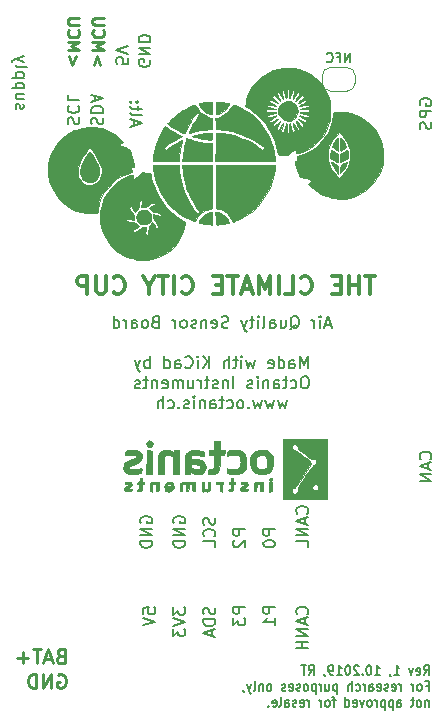
<source format=gbo>
G04 #@! TF.GenerationSoftware,KiCad,Pcbnew,(5.0.1-3-g963ef8bb5)*
G04 #@! TF.CreationDate,2019-10-31T18:10:29+01:00*
G04 #@! TF.ProjectId,oibus-mini-CCC,6F696275732D6D696E692D4343432E6B,rev?*
G04 #@! TF.SameCoordinates,Original*
G04 #@! TF.FileFunction,Legend,Bot*
G04 #@! TF.FilePolarity,Positive*
%FSLAX46Y46*%
G04 Gerber Fmt 4.6, Leading zero omitted, Abs format (unit mm)*
G04 Created by KiCad (PCBNEW (5.0.1-3-g963ef8bb5)) date 2019 October 31, Thursday 18:10:29*
%MOMM*%
%LPD*%
G01*
G04 APERTURE LIST*
%ADD10C,0.250000*%
%ADD11C,0.200000*%
%ADD12C,0.300000*%
%ADD13C,0.150000*%
%ADD14C,0.010000*%
%ADD15C,0.120000*%
G04 APERTURE END LIST*
D10*
X8314285Y55123809D02*
X8028571Y55885714D01*
X7742857Y55123809D01*
X7647619Y56361904D02*
X8647619Y56361904D01*
X7933333Y56695238D01*
X8647619Y57028571D01*
X7647619Y57028571D01*
X7742857Y58076190D02*
X7695238Y58028571D01*
X7647619Y57885714D01*
X7647619Y57790476D01*
X7695238Y57647619D01*
X7790476Y57552380D01*
X7885714Y57504761D01*
X8076190Y57457142D01*
X8219047Y57457142D01*
X8409523Y57504761D01*
X8504761Y57552380D01*
X8600000Y57647619D01*
X8647619Y57790476D01*
X8647619Y57885714D01*
X8600000Y58028571D01*
X8552380Y58076190D01*
X8647619Y58504761D02*
X7838095Y58504761D01*
X7742857Y58552380D01*
X7695238Y58600000D01*
X7647619Y58695238D01*
X7647619Y58885714D01*
X7695238Y58980952D01*
X7742857Y59028571D01*
X7838095Y59076190D01*
X8647619Y59076190D01*
D11*
X11133333Y49976190D02*
X11133333Y50452380D01*
X10847619Y49880952D02*
X11847619Y50214285D01*
X10847619Y50547619D01*
X10847619Y51023809D02*
X10895238Y50928571D01*
X10990476Y50880952D01*
X11847619Y50880952D01*
X11514285Y51261904D02*
X11514285Y51642857D01*
X11847619Y51404761D02*
X10990476Y51404761D01*
X10895238Y51452380D01*
X10847619Y51547619D01*
X10847619Y51642857D01*
X10942857Y51976190D02*
X10895238Y52023809D01*
X10847619Y51976190D01*
X10895238Y51928571D01*
X10942857Y51976190D01*
X10847619Y51976190D01*
X11466666Y51976190D02*
X11419047Y52023809D01*
X11371428Y51976190D01*
X11419047Y51928571D01*
X11466666Y51976190D01*
X11371428Y51976190D01*
D12*
X31578571Y37221428D02*
X30721428Y37221428D01*
X31150000Y35721428D02*
X31150000Y37221428D01*
X30221428Y35721428D02*
X30221428Y37221428D01*
X30221428Y36507142D02*
X29364285Y36507142D01*
X29364285Y35721428D02*
X29364285Y37221428D01*
X28650000Y36507142D02*
X28150000Y36507142D01*
X27935714Y35721428D02*
X28650000Y35721428D01*
X28650000Y37221428D01*
X27935714Y37221428D01*
X25292857Y35864285D02*
X25364285Y35792857D01*
X25578571Y35721428D01*
X25721428Y35721428D01*
X25935714Y35792857D01*
X26078571Y35935714D01*
X26150000Y36078571D01*
X26221428Y36364285D01*
X26221428Y36578571D01*
X26150000Y36864285D01*
X26078571Y37007142D01*
X25935714Y37150000D01*
X25721428Y37221428D01*
X25578571Y37221428D01*
X25364285Y37150000D01*
X25292857Y37078571D01*
X23935714Y35721428D02*
X24650000Y35721428D01*
X24650000Y37221428D01*
X23435714Y35721428D02*
X23435714Y37221428D01*
X22721428Y35721428D02*
X22721428Y37221428D01*
X22221428Y36150000D01*
X21721428Y37221428D01*
X21721428Y35721428D01*
X21078571Y36150000D02*
X20364285Y36150000D01*
X21221428Y35721428D02*
X20721428Y37221428D01*
X20221428Y35721428D01*
X19935714Y37221428D02*
X19078571Y37221428D01*
X19507142Y35721428D02*
X19507142Y37221428D01*
X18578571Y36507142D02*
X18078571Y36507142D01*
X17864285Y35721428D02*
X18578571Y35721428D01*
X18578571Y37221428D01*
X17864285Y37221428D01*
X15221428Y35864285D02*
X15292857Y35792857D01*
X15507142Y35721428D01*
X15650000Y35721428D01*
X15864285Y35792857D01*
X16007142Y35935714D01*
X16078571Y36078571D01*
X16150000Y36364285D01*
X16150000Y36578571D01*
X16078571Y36864285D01*
X16007142Y37007142D01*
X15864285Y37150000D01*
X15650000Y37221428D01*
X15507142Y37221428D01*
X15292857Y37150000D01*
X15221428Y37078571D01*
X14578571Y35721428D02*
X14578571Y37221428D01*
X14078571Y37221428D02*
X13221428Y37221428D01*
X13650000Y35721428D02*
X13650000Y37221428D01*
X12435714Y36435714D02*
X12435714Y35721428D01*
X12935714Y37221428D02*
X12435714Y36435714D01*
X11935714Y37221428D01*
X9435714Y35864285D02*
X9507142Y35792857D01*
X9721428Y35721428D01*
X9864285Y35721428D01*
X10078571Y35792857D01*
X10221428Y35935714D01*
X10292857Y36078571D01*
X10364285Y36364285D01*
X10364285Y36578571D01*
X10292857Y36864285D01*
X10221428Y37007142D01*
X10078571Y37150000D01*
X9864285Y37221428D01*
X9721428Y37221428D01*
X9507142Y37150000D01*
X9435714Y37078571D01*
X8792857Y37221428D02*
X8792857Y36007142D01*
X8721428Y35864285D01*
X8650000Y35792857D01*
X8507142Y35721428D01*
X8221428Y35721428D01*
X8078571Y35792857D01*
X8007142Y35864285D01*
X7935714Y36007142D01*
X7935714Y37221428D01*
X7221428Y35721428D02*
X7221428Y37221428D01*
X6650000Y37221428D01*
X6507142Y37150000D01*
X6435714Y37078571D01*
X6364285Y36935714D01*
X6364285Y36721428D01*
X6435714Y36578571D01*
X6507142Y36507142D01*
X6650000Y36435714D01*
X7221428Y36435714D01*
D11*
X10647619Y55709523D02*
X10647619Y55233333D01*
X10171428Y55185714D01*
X10219047Y55233333D01*
X10266666Y55328571D01*
X10266666Y55566666D01*
X10219047Y55661904D01*
X10171428Y55709523D01*
X10076190Y55757142D01*
X9838095Y55757142D01*
X9742857Y55709523D01*
X9695238Y55661904D01*
X9647619Y55566666D01*
X9647619Y55328571D01*
X9695238Y55233333D01*
X9742857Y55185714D01*
X10647619Y56042857D02*
X9647619Y56376190D01*
X10647619Y56709523D01*
D10*
X6214285Y55885714D02*
X5928571Y55123809D01*
X5642857Y55885714D01*
X5547619Y56361904D02*
X6547619Y56361904D01*
X5833333Y56695238D01*
X6547619Y57028571D01*
X5547619Y57028571D01*
X5642857Y58076190D02*
X5595238Y58028571D01*
X5547619Y57885714D01*
X5547619Y57790476D01*
X5595238Y57647619D01*
X5690476Y57552380D01*
X5785714Y57504761D01*
X5976190Y57457142D01*
X6119047Y57457142D01*
X6309523Y57504761D01*
X6404761Y57552380D01*
X6500000Y57647619D01*
X6547619Y57790476D01*
X6547619Y57885714D01*
X6500000Y58028571D01*
X6452380Y58076190D01*
X6547619Y58504761D02*
X5738095Y58504761D01*
X5642857Y58552380D01*
X5595238Y58600000D01*
X5547619Y58695238D01*
X5547619Y58885714D01*
X5595238Y58980952D01*
X5642857Y59028571D01*
X5738095Y59076190D01*
X6547619Y59076190D01*
D11*
X12500000Y55538095D02*
X12547619Y55442857D01*
X12547619Y55300000D01*
X12500000Y55157142D01*
X12404761Y55061904D01*
X12309523Y55014285D01*
X12119047Y54966666D01*
X11976190Y54966666D01*
X11785714Y55014285D01*
X11690476Y55061904D01*
X11595238Y55157142D01*
X11547619Y55300000D01*
X11547619Y55395238D01*
X11595238Y55538095D01*
X11642857Y55585714D01*
X11976190Y55585714D01*
X11976190Y55395238D01*
X11547619Y56014285D02*
X12547619Y56014285D01*
X11547619Y56585714D01*
X12547619Y56585714D01*
X11547619Y57061904D02*
X12547619Y57061904D01*
X12547619Y57300000D01*
X12500000Y57442857D01*
X12404761Y57538095D01*
X12309523Y57585714D01*
X12119047Y57633333D01*
X11976190Y57633333D01*
X11785714Y57585714D01*
X11690476Y57538095D01*
X11595238Y57442857D01*
X11547619Y57300000D01*
X11547619Y57061904D01*
X35400000Y51714285D02*
X35352380Y51809523D01*
X35352380Y51952380D01*
X35400000Y52095238D01*
X35495238Y52190476D01*
X35590476Y52238095D01*
X35780952Y52285714D01*
X35923809Y52285714D01*
X36114285Y52238095D01*
X36209523Y52190476D01*
X36304761Y52095238D01*
X36352380Y51952380D01*
X36352380Y51857142D01*
X36304761Y51714285D01*
X36257142Y51666666D01*
X35923809Y51666666D01*
X35923809Y51857142D01*
X36352380Y51238095D02*
X35352380Y51238095D01*
X35352380Y50857142D01*
X35400000Y50761904D01*
X35447619Y50714285D01*
X35542857Y50666666D01*
X35685714Y50666666D01*
X35780952Y50714285D01*
X35828571Y50761904D01*
X35876190Y50857142D01*
X35876190Y51238095D01*
X36304761Y50285714D02*
X36352380Y50142857D01*
X36352380Y49904761D01*
X36304761Y49809523D01*
X36257142Y49761904D01*
X36161904Y49714285D01*
X36066666Y49714285D01*
X35971428Y49761904D01*
X35923809Y49809523D01*
X35876190Y49904761D01*
X35828571Y50095238D01*
X35780952Y50190476D01*
X35733333Y50238095D01*
X35638095Y50285714D01*
X35542857Y50285714D01*
X35447619Y50238095D01*
X35400000Y50190476D01*
X35352380Y50095238D01*
X35352380Y49857142D01*
X35400000Y49714285D01*
D10*
X4714285Y3500000D02*
X4828571Y3557142D01*
X5000000Y3557142D01*
X5171428Y3500000D01*
X5285714Y3385714D01*
X5342857Y3271428D01*
X5400000Y3042857D01*
X5400000Y2871428D01*
X5342857Y2642857D01*
X5285714Y2528571D01*
X5171428Y2414285D01*
X5000000Y2357142D01*
X4885714Y2357142D01*
X4714285Y2414285D01*
X4657142Y2471428D01*
X4657142Y2871428D01*
X4885714Y2871428D01*
X4142857Y2357142D02*
X4142857Y3557142D01*
X3457142Y2357142D01*
X3457142Y3557142D01*
X2885714Y2357142D02*
X2885714Y3557142D01*
X2600000Y3557142D01*
X2428571Y3500000D01*
X2314285Y3385714D01*
X2257142Y3271428D01*
X2200000Y3042857D01*
X2200000Y2871428D01*
X2257142Y2642857D01*
X2314285Y2528571D01*
X2428571Y2414285D01*
X2600000Y2357142D01*
X2885714Y2357142D01*
X4928571Y5085714D02*
X4757142Y5028571D01*
X4700000Y4971428D01*
X4642857Y4857142D01*
X4642857Y4685714D01*
X4700000Y4571428D01*
X4757142Y4514285D01*
X4871428Y4457142D01*
X5328571Y4457142D01*
X5328571Y5657142D01*
X4928571Y5657142D01*
X4814285Y5600000D01*
X4757142Y5542857D01*
X4700000Y5428571D01*
X4700000Y5314285D01*
X4757142Y5200000D01*
X4814285Y5142857D01*
X4928571Y5085714D01*
X5328571Y5085714D01*
X4185714Y4800000D02*
X3614285Y4800000D01*
X4300000Y4457142D02*
X3900000Y5657142D01*
X3500000Y4457142D01*
X3271428Y5657142D02*
X2585714Y5657142D01*
X2928571Y4457142D02*
X2928571Y5657142D01*
X2185714Y4914285D02*
X1271428Y4914285D01*
X1728571Y4457142D02*
X1728571Y5371428D01*
D11*
X7595238Y50085714D02*
X7547619Y50228571D01*
X7547619Y50466666D01*
X7595238Y50561904D01*
X7642857Y50609523D01*
X7738095Y50657142D01*
X7833333Y50657142D01*
X7928571Y50609523D01*
X7976190Y50561904D01*
X8023809Y50466666D01*
X8071428Y50276190D01*
X8119047Y50180952D01*
X8166666Y50133333D01*
X8261904Y50085714D01*
X8357142Y50085714D01*
X8452380Y50133333D01*
X8500000Y50180952D01*
X8547619Y50276190D01*
X8547619Y50514285D01*
X8500000Y50657142D01*
X7547619Y51085714D02*
X8547619Y51085714D01*
X8547619Y51323809D01*
X8500000Y51466666D01*
X8404761Y51561904D01*
X8309523Y51609523D01*
X8119047Y51657142D01*
X7976190Y51657142D01*
X7785714Y51609523D01*
X7690476Y51561904D01*
X7595238Y51466666D01*
X7547619Y51323809D01*
X7547619Y51085714D01*
X7833333Y52038095D02*
X7833333Y52514285D01*
X7547619Y51942857D02*
X8547619Y52276190D01*
X7547619Y52609523D01*
X5595238Y50109523D02*
X5547619Y50252380D01*
X5547619Y50490476D01*
X5595238Y50585714D01*
X5642857Y50633333D01*
X5738095Y50680952D01*
X5833333Y50680952D01*
X5928571Y50633333D01*
X5976190Y50585714D01*
X6023809Y50490476D01*
X6071428Y50300000D01*
X6119047Y50204761D01*
X6166666Y50157142D01*
X6261904Y50109523D01*
X6357142Y50109523D01*
X6452380Y50157142D01*
X6500000Y50204761D01*
X6547619Y50300000D01*
X6547619Y50538095D01*
X6500000Y50680952D01*
X5642857Y51680952D02*
X5595238Y51633333D01*
X5547619Y51490476D01*
X5547619Y51395238D01*
X5595238Y51252380D01*
X5690476Y51157142D01*
X5785714Y51109523D01*
X5976190Y51061904D01*
X6119047Y51061904D01*
X6309523Y51109523D01*
X6404761Y51157142D01*
X6500000Y51252380D01*
X6547619Y51395238D01*
X6547619Y51490476D01*
X6500000Y51633333D01*
X6452380Y51680952D01*
X5547619Y52585714D02*
X5547619Y52109523D01*
X6547619Y52109523D01*
X36257142Y21742857D02*
X36304761Y21790476D01*
X36352380Y21933333D01*
X36352380Y22028571D01*
X36304761Y22171428D01*
X36209523Y22266666D01*
X36114285Y22314285D01*
X35923809Y22361904D01*
X35780952Y22361904D01*
X35590476Y22314285D01*
X35495238Y22266666D01*
X35400000Y22171428D01*
X35352380Y22028571D01*
X35352380Y21933333D01*
X35400000Y21790476D01*
X35447619Y21742857D01*
X36066666Y21361904D02*
X36066666Y20885714D01*
X36352380Y21457142D02*
X35352380Y21123809D01*
X36352380Y20790476D01*
X36352380Y20457142D02*
X35352380Y20457142D01*
X36352380Y19885714D01*
X35352380Y19885714D01*
X1195238Y51385714D02*
X1147619Y51480952D01*
X1147619Y51671428D01*
X1195238Y51766666D01*
X1290476Y51814285D01*
X1338095Y51814285D01*
X1433333Y51766666D01*
X1480952Y51671428D01*
X1480952Y51528571D01*
X1528571Y51433333D01*
X1623809Y51385714D01*
X1671428Y51385714D01*
X1766666Y51433333D01*
X1814285Y51528571D01*
X1814285Y51671428D01*
X1766666Y51766666D01*
X1814285Y52671428D02*
X1147619Y52671428D01*
X1814285Y52242857D02*
X1290476Y52242857D01*
X1195238Y52290476D01*
X1147619Y52385714D01*
X1147619Y52528571D01*
X1195238Y52623809D01*
X1242857Y52671428D01*
X1814285Y53147619D02*
X814285Y53147619D01*
X1766666Y53147619D02*
X1814285Y53242857D01*
X1814285Y53433333D01*
X1766666Y53528571D01*
X1719047Y53576190D01*
X1623809Y53623809D01*
X1338095Y53623809D01*
X1242857Y53576190D01*
X1195238Y53528571D01*
X1147619Y53433333D01*
X1147619Y53242857D01*
X1195238Y53147619D01*
X1814285Y54052380D02*
X814285Y54052380D01*
X1766666Y54052380D02*
X1814285Y54147619D01*
X1814285Y54338095D01*
X1766666Y54433333D01*
X1719047Y54480952D01*
X1623809Y54528571D01*
X1338095Y54528571D01*
X1242857Y54480952D01*
X1195238Y54433333D01*
X1147619Y54338095D01*
X1147619Y54147619D01*
X1195238Y54052380D01*
X1147619Y55100000D02*
X1195238Y55004761D01*
X1290476Y54957142D01*
X2147619Y54957142D01*
X1814285Y55385714D02*
X1147619Y55623809D01*
X1814285Y55861904D02*
X1147619Y55623809D01*
X909523Y55528571D01*
X861904Y55480952D01*
X814285Y55385714D01*
D13*
X35695357Y3488095D02*
X35945357Y3869047D01*
X36123928Y3488095D02*
X36123928Y4288095D01*
X35838214Y4288095D01*
X35766785Y4250000D01*
X35731071Y4211904D01*
X35695357Y4135714D01*
X35695357Y4021428D01*
X35731071Y3945238D01*
X35766785Y3907142D01*
X35838214Y3869047D01*
X36123928Y3869047D01*
X35088214Y3526190D02*
X35159642Y3488095D01*
X35302500Y3488095D01*
X35373928Y3526190D01*
X35409642Y3602380D01*
X35409642Y3907142D01*
X35373928Y3983333D01*
X35302500Y4021428D01*
X35159642Y4021428D01*
X35088214Y3983333D01*
X35052500Y3907142D01*
X35052500Y3830952D01*
X35409642Y3754761D01*
X34802500Y4021428D02*
X34623928Y3488095D01*
X34445357Y4021428D01*
X33195357Y3488095D02*
X33623928Y3488095D01*
X33409642Y3488095D02*
X33409642Y4288095D01*
X33481071Y4173809D01*
X33552500Y4097619D01*
X33623928Y4059523D01*
X32838214Y3526190D02*
X32838214Y3488095D01*
X32873928Y3411904D01*
X32909642Y3373809D01*
X31552500Y3488095D02*
X31981071Y3488095D01*
X31766785Y3488095D02*
X31766785Y4288095D01*
X31838214Y4173809D01*
X31909642Y4097619D01*
X31981071Y4059523D01*
X31088214Y4288095D02*
X31016785Y4288095D01*
X30945357Y4250000D01*
X30909642Y4211904D01*
X30873928Y4135714D01*
X30838214Y3983333D01*
X30838214Y3792857D01*
X30873928Y3640476D01*
X30909642Y3564285D01*
X30945357Y3526190D01*
X31016785Y3488095D01*
X31088214Y3488095D01*
X31159642Y3526190D01*
X31195357Y3564285D01*
X31231071Y3640476D01*
X31266785Y3792857D01*
X31266785Y3983333D01*
X31231071Y4135714D01*
X31195357Y4211904D01*
X31159642Y4250000D01*
X31088214Y4288095D01*
X30516785Y3564285D02*
X30481071Y3526190D01*
X30516785Y3488095D01*
X30552499Y3526190D01*
X30516785Y3564285D01*
X30516785Y3488095D01*
X30195357Y4211904D02*
X30159642Y4250000D01*
X30088214Y4288095D01*
X29909642Y4288095D01*
X29838214Y4250000D01*
X29802499Y4211904D01*
X29766785Y4135714D01*
X29766785Y4059523D01*
X29802499Y3945238D01*
X30231071Y3488095D01*
X29766785Y3488095D01*
X29302499Y4288095D02*
X29231071Y4288095D01*
X29159642Y4250000D01*
X29123928Y4211904D01*
X29088214Y4135714D01*
X29052499Y3983333D01*
X29052499Y3792857D01*
X29088214Y3640476D01*
X29123928Y3564285D01*
X29159642Y3526190D01*
X29231071Y3488095D01*
X29302499Y3488095D01*
X29373928Y3526190D01*
X29409642Y3564285D01*
X29445357Y3640476D01*
X29481071Y3792857D01*
X29481071Y3983333D01*
X29445357Y4135714D01*
X29409642Y4211904D01*
X29373928Y4250000D01*
X29302499Y4288095D01*
X28338214Y3488095D02*
X28766785Y3488095D01*
X28552499Y3488095D02*
X28552499Y4288095D01*
X28623928Y4173809D01*
X28695357Y4097619D01*
X28766785Y4059523D01*
X27981071Y3488095D02*
X27838214Y3488095D01*
X27766785Y3526190D01*
X27731071Y3564285D01*
X27659642Y3678571D01*
X27623928Y3830952D01*
X27623928Y4135714D01*
X27659642Y4211904D01*
X27695357Y4250000D01*
X27766785Y4288095D01*
X27909642Y4288095D01*
X27981071Y4250000D01*
X28016785Y4211904D01*
X28052499Y4135714D01*
X28052499Y3945238D01*
X28016785Y3869047D01*
X27981071Y3830952D01*
X27909642Y3792857D01*
X27766785Y3792857D01*
X27695357Y3830952D01*
X27659642Y3869047D01*
X27623928Y3945238D01*
X27266785Y3526190D02*
X27266785Y3488095D01*
X27302499Y3411904D01*
X27338214Y3373809D01*
X25945357Y3488095D02*
X26195357Y3869047D01*
X26373928Y3488095D02*
X26373928Y4288095D01*
X26088214Y4288095D01*
X26016785Y4250000D01*
X25981071Y4211904D01*
X25945357Y4135714D01*
X25945357Y4021428D01*
X25981071Y3945238D01*
X26016785Y3907142D01*
X26088214Y3869047D01*
X26373928Y3869047D01*
X25731071Y4288095D02*
X25302499Y4288095D01*
X25516785Y3488095D02*
X25516785Y4288095D01*
X35873928Y2557142D02*
X36123928Y2557142D01*
X36123928Y2138095D02*
X36123928Y2938095D01*
X35766785Y2938095D01*
X35373928Y2138095D02*
X35445357Y2176190D01*
X35481071Y2214285D01*
X35516785Y2290476D01*
X35516785Y2519047D01*
X35481071Y2595238D01*
X35445357Y2633333D01*
X35373928Y2671428D01*
X35266785Y2671428D01*
X35195357Y2633333D01*
X35159642Y2595238D01*
X35123928Y2519047D01*
X35123928Y2290476D01*
X35159642Y2214285D01*
X35195357Y2176190D01*
X35266785Y2138095D01*
X35373928Y2138095D01*
X34802500Y2138095D02*
X34802500Y2671428D01*
X34802500Y2519047D02*
X34766785Y2595238D01*
X34731071Y2633333D01*
X34659642Y2671428D01*
X34588214Y2671428D01*
X33766785Y2138095D02*
X33766785Y2671428D01*
X33766785Y2519047D02*
X33731071Y2595238D01*
X33695357Y2633333D01*
X33623928Y2671428D01*
X33552500Y2671428D01*
X33016785Y2176190D02*
X33088214Y2138095D01*
X33231071Y2138095D01*
X33302500Y2176190D01*
X33338214Y2252380D01*
X33338214Y2557142D01*
X33302500Y2633333D01*
X33231071Y2671428D01*
X33088214Y2671428D01*
X33016785Y2633333D01*
X32981071Y2557142D01*
X32981071Y2480952D01*
X33338214Y2404761D01*
X32695357Y2176190D02*
X32623928Y2138095D01*
X32481071Y2138095D01*
X32409642Y2176190D01*
X32373928Y2252380D01*
X32373928Y2290476D01*
X32409642Y2366666D01*
X32481071Y2404761D01*
X32588214Y2404761D01*
X32659642Y2442857D01*
X32695357Y2519047D01*
X32695357Y2557142D01*
X32659642Y2633333D01*
X32588214Y2671428D01*
X32481071Y2671428D01*
X32409642Y2633333D01*
X31766785Y2176190D02*
X31838214Y2138095D01*
X31981071Y2138095D01*
X32052500Y2176190D01*
X32088214Y2252380D01*
X32088214Y2557142D01*
X32052500Y2633333D01*
X31981071Y2671428D01*
X31838214Y2671428D01*
X31766785Y2633333D01*
X31731071Y2557142D01*
X31731071Y2480952D01*
X32088214Y2404761D01*
X31088214Y2138095D02*
X31088214Y2557142D01*
X31123928Y2633333D01*
X31195357Y2671428D01*
X31338214Y2671428D01*
X31409642Y2633333D01*
X31088214Y2176190D02*
X31159642Y2138095D01*
X31338214Y2138095D01*
X31409642Y2176190D01*
X31445357Y2252380D01*
X31445357Y2328571D01*
X31409642Y2404761D01*
X31338214Y2442857D01*
X31159642Y2442857D01*
X31088214Y2480952D01*
X30731071Y2138095D02*
X30731071Y2671428D01*
X30731071Y2519047D02*
X30695357Y2595238D01*
X30659642Y2633333D01*
X30588214Y2671428D01*
X30516785Y2671428D01*
X29945357Y2176190D02*
X30016785Y2138095D01*
X30159642Y2138095D01*
X30231071Y2176190D01*
X30266785Y2214285D01*
X30302499Y2290476D01*
X30302499Y2519047D01*
X30266785Y2595238D01*
X30231071Y2633333D01*
X30159642Y2671428D01*
X30016785Y2671428D01*
X29945357Y2633333D01*
X29623928Y2138095D02*
X29623928Y2938095D01*
X29302499Y2138095D02*
X29302499Y2557142D01*
X29338214Y2633333D01*
X29409642Y2671428D01*
X29516785Y2671428D01*
X29588214Y2633333D01*
X29623928Y2595238D01*
X28373928Y2671428D02*
X28373928Y1871428D01*
X28373928Y2633333D02*
X28302499Y2671428D01*
X28159642Y2671428D01*
X28088214Y2633333D01*
X28052499Y2595238D01*
X28016785Y2519047D01*
X28016785Y2290476D01*
X28052499Y2214285D01*
X28088214Y2176190D01*
X28159642Y2138095D01*
X28302499Y2138095D01*
X28373928Y2176190D01*
X27373928Y2671428D02*
X27373928Y2138095D01*
X27695357Y2671428D02*
X27695357Y2252380D01*
X27659642Y2176190D01*
X27588214Y2138095D01*
X27481071Y2138095D01*
X27409642Y2176190D01*
X27373928Y2214285D01*
X27016785Y2138095D02*
X27016785Y2671428D01*
X27016785Y2519047D02*
X26981071Y2595238D01*
X26945357Y2633333D01*
X26873928Y2671428D01*
X26802499Y2671428D01*
X26552499Y2671428D02*
X26552499Y1871428D01*
X26552499Y2633333D02*
X26481071Y2671428D01*
X26338214Y2671428D01*
X26266785Y2633333D01*
X26231071Y2595238D01*
X26195357Y2519047D01*
X26195357Y2290476D01*
X26231071Y2214285D01*
X26266785Y2176190D01*
X26338214Y2138095D01*
X26481071Y2138095D01*
X26552499Y2176190D01*
X25766785Y2138095D02*
X25838214Y2176190D01*
X25873928Y2214285D01*
X25909642Y2290476D01*
X25909642Y2519047D01*
X25873928Y2595238D01*
X25838214Y2633333D01*
X25766785Y2671428D01*
X25659642Y2671428D01*
X25588214Y2633333D01*
X25552499Y2595238D01*
X25516785Y2519047D01*
X25516785Y2290476D01*
X25552499Y2214285D01*
X25588214Y2176190D01*
X25659642Y2138095D01*
X25766785Y2138095D01*
X25231071Y2176190D02*
X25159642Y2138095D01*
X25016785Y2138095D01*
X24945357Y2176190D01*
X24909642Y2252380D01*
X24909642Y2290476D01*
X24945357Y2366666D01*
X25016785Y2404761D01*
X25123928Y2404761D01*
X25195357Y2442857D01*
X25231071Y2519047D01*
X25231071Y2557142D01*
X25195357Y2633333D01*
X25123928Y2671428D01*
X25016785Y2671428D01*
X24945357Y2633333D01*
X24302499Y2176190D02*
X24373928Y2138095D01*
X24516785Y2138095D01*
X24588214Y2176190D01*
X24623928Y2252380D01*
X24623928Y2557142D01*
X24588214Y2633333D01*
X24516785Y2671428D01*
X24373928Y2671428D01*
X24302499Y2633333D01*
X24266785Y2557142D01*
X24266785Y2480952D01*
X24623928Y2404761D01*
X23981071Y2176190D02*
X23909642Y2138095D01*
X23766785Y2138095D01*
X23695357Y2176190D01*
X23659642Y2252380D01*
X23659642Y2290476D01*
X23695357Y2366666D01*
X23766785Y2404761D01*
X23873928Y2404761D01*
X23945357Y2442857D01*
X23981071Y2519047D01*
X23981071Y2557142D01*
X23945357Y2633333D01*
X23873928Y2671428D01*
X23766785Y2671428D01*
X23695357Y2633333D01*
X22659642Y2138095D02*
X22731071Y2176190D01*
X22766785Y2214285D01*
X22802499Y2290476D01*
X22802499Y2519047D01*
X22766785Y2595238D01*
X22731071Y2633333D01*
X22659642Y2671428D01*
X22552499Y2671428D01*
X22481071Y2633333D01*
X22445357Y2595238D01*
X22409642Y2519047D01*
X22409642Y2290476D01*
X22445357Y2214285D01*
X22481071Y2176190D01*
X22552499Y2138095D01*
X22659642Y2138095D01*
X22088214Y2671428D02*
X22088214Y2138095D01*
X22088214Y2595238D02*
X22052499Y2633333D01*
X21981071Y2671428D01*
X21873928Y2671428D01*
X21802499Y2633333D01*
X21766785Y2557142D01*
X21766785Y2138095D01*
X21302499Y2138095D02*
X21373928Y2176190D01*
X21409642Y2252380D01*
X21409642Y2938095D01*
X21088214Y2671428D02*
X20909642Y2138095D01*
X20731071Y2671428D02*
X20909642Y2138095D01*
X20981071Y1947619D01*
X21016785Y1909523D01*
X21088214Y1871428D01*
X20409642Y2176190D02*
X20409642Y2138095D01*
X20445357Y2061904D01*
X20481071Y2023809D01*
X36123928Y1321428D02*
X36123928Y788095D01*
X36123928Y1245238D02*
X36088214Y1283333D01*
X36016785Y1321428D01*
X35909642Y1321428D01*
X35838214Y1283333D01*
X35802500Y1207142D01*
X35802500Y788095D01*
X35338214Y788095D02*
X35409642Y826190D01*
X35445357Y864285D01*
X35481071Y940476D01*
X35481071Y1169047D01*
X35445357Y1245238D01*
X35409642Y1283333D01*
X35338214Y1321428D01*
X35231071Y1321428D01*
X35159642Y1283333D01*
X35123928Y1245238D01*
X35088214Y1169047D01*
X35088214Y940476D01*
X35123928Y864285D01*
X35159642Y826190D01*
X35231071Y788095D01*
X35338214Y788095D01*
X34873928Y1321428D02*
X34588214Y1321428D01*
X34766785Y1588095D02*
X34766785Y902380D01*
X34731071Y826190D01*
X34659642Y788095D01*
X34588214Y788095D01*
X33445357Y788095D02*
X33445357Y1207142D01*
X33481071Y1283333D01*
X33552500Y1321428D01*
X33695357Y1321428D01*
X33766785Y1283333D01*
X33445357Y826190D02*
X33516785Y788095D01*
X33695357Y788095D01*
X33766785Y826190D01*
X33802500Y902380D01*
X33802500Y978571D01*
X33766785Y1054761D01*
X33695357Y1092857D01*
X33516785Y1092857D01*
X33445357Y1130952D01*
X33088214Y1321428D02*
X33088214Y521428D01*
X33088214Y1283333D02*
X33016785Y1321428D01*
X32873928Y1321428D01*
X32802500Y1283333D01*
X32766785Y1245238D01*
X32731071Y1169047D01*
X32731071Y940476D01*
X32766785Y864285D01*
X32802500Y826190D01*
X32873928Y788095D01*
X33016785Y788095D01*
X33088214Y826190D01*
X32409642Y1321428D02*
X32409642Y521428D01*
X32409642Y1283333D02*
X32338214Y1321428D01*
X32195357Y1321428D01*
X32123928Y1283333D01*
X32088214Y1245238D01*
X32052500Y1169047D01*
X32052500Y940476D01*
X32088214Y864285D01*
X32123928Y826190D01*
X32195357Y788095D01*
X32338214Y788095D01*
X32409642Y826190D01*
X31731071Y788095D02*
X31731071Y1321428D01*
X31731071Y1169047D02*
X31695357Y1245238D01*
X31659642Y1283333D01*
X31588214Y1321428D01*
X31516785Y1321428D01*
X31159642Y788095D02*
X31231071Y826190D01*
X31266785Y864285D01*
X31302499Y940476D01*
X31302499Y1169047D01*
X31266785Y1245238D01*
X31231071Y1283333D01*
X31159642Y1321428D01*
X31052499Y1321428D01*
X30981071Y1283333D01*
X30945357Y1245238D01*
X30909642Y1169047D01*
X30909642Y940476D01*
X30945357Y864285D01*
X30981071Y826190D01*
X31052499Y788095D01*
X31159642Y788095D01*
X30659642Y1321428D02*
X30481071Y788095D01*
X30302499Y1321428D01*
X29731071Y826190D02*
X29802499Y788095D01*
X29945357Y788095D01*
X30016785Y826190D01*
X30052499Y902380D01*
X30052499Y1207142D01*
X30016785Y1283333D01*
X29945357Y1321428D01*
X29802499Y1321428D01*
X29731071Y1283333D01*
X29695357Y1207142D01*
X29695357Y1130952D01*
X30052499Y1054761D01*
X29052499Y788095D02*
X29052499Y1588095D01*
X29052499Y826190D02*
X29123928Y788095D01*
X29266785Y788095D01*
X29338214Y826190D01*
X29373928Y864285D01*
X29409642Y940476D01*
X29409642Y1169047D01*
X29373928Y1245238D01*
X29338214Y1283333D01*
X29266785Y1321428D01*
X29123928Y1321428D01*
X29052499Y1283333D01*
X28231071Y1321428D02*
X27945357Y1321428D01*
X28123928Y788095D02*
X28123928Y1473809D01*
X28088214Y1550000D01*
X28016785Y1588095D01*
X27945357Y1588095D01*
X27588214Y788095D02*
X27659642Y826190D01*
X27695357Y864285D01*
X27731071Y940476D01*
X27731071Y1169047D01*
X27695357Y1245238D01*
X27659642Y1283333D01*
X27588214Y1321428D01*
X27481071Y1321428D01*
X27409642Y1283333D01*
X27373928Y1245238D01*
X27338214Y1169047D01*
X27338214Y940476D01*
X27373928Y864285D01*
X27409642Y826190D01*
X27481071Y788095D01*
X27588214Y788095D01*
X27016785Y788095D02*
X27016785Y1321428D01*
X27016785Y1169047D02*
X26981071Y1245238D01*
X26945357Y1283333D01*
X26873928Y1321428D01*
X26802500Y1321428D01*
X25981071Y788095D02*
X25981071Y1321428D01*
X25981071Y1169047D02*
X25945357Y1245238D01*
X25909642Y1283333D01*
X25838214Y1321428D01*
X25766785Y1321428D01*
X25231071Y826190D02*
X25302500Y788095D01*
X25445357Y788095D01*
X25516785Y826190D01*
X25552500Y902380D01*
X25552500Y1207142D01*
X25516785Y1283333D01*
X25445357Y1321428D01*
X25302500Y1321428D01*
X25231071Y1283333D01*
X25195357Y1207142D01*
X25195357Y1130952D01*
X25552500Y1054761D01*
X24909642Y826190D02*
X24838214Y788095D01*
X24695357Y788095D01*
X24623928Y826190D01*
X24588214Y902380D01*
X24588214Y940476D01*
X24623928Y1016666D01*
X24695357Y1054761D01*
X24802500Y1054761D01*
X24873928Y1092857D01*
X24909642Y1169047D01*
X24909642Y1207142D01*
X24873928Y1283333D01*
X24802500Y1321428D01*
X24695357Y1321428D01*
X24623928Y1283333D01*
X23945357Y788095D02*
X23945357Y1207142D01*
X23981071Y1283333D01*
X24052500Y1321428D01*
X24195357Y1321428D01*
X24266785Y1283333D01*
X23945357Y826190D02*
X24016785Y788095D01*
X24195357Y788095D01*
X24266785Y826190D01*
X24302500Y902380D01*
X24302500Y978571D01*
X24266785Y1054761D01*
X24195357Y1092857D01*
X24016785Y1092857D01*
X23945357Y1130952D01*
X23481071Y788095D02*
X23552500Y826190D01*
X23588214Y902380D01*
X23588214Y1588095D01*
X22909642Y826190D02*
X22981071Y788095D01*
X23123928Y788095D01*
X23195357Y826190D01*
X23231071Y902380D01*
X23231071Y1207142D01*
X23195357Y1283333D01*
X23123928Y1321428D01*
X22981071Y1321428D01*
X22909642Y1283333D01*
X22873928Y1207142D01*
X22873928Y1130952D01*
X23231071Y1054761D01*
X22552500Y864285D02*
X22516785Y826190D01*
X22552500Y788095D01*
X22588214Y826190D01*
X22552500Y864285D01*
X22552500Y788095D01*
D11*
X27814285Y33133333D02*
X27338095Y33133333D01*
X27909523Y32847619D02*
X27576190Y33847619D01*
X27242857Y32847619D01*
X26909523Y32847619D02*
X26909523Y33514285D01*
X26909523Y33847619D02*
X26957142Y33800000D01*
X26909523Y33752380D01*
X26861904Y33800000D01*
X26909523Y33847619D01*
X26909523Y33752380D01*
X26433333Y32847619D02*
X26433333Y33514285D01*
X26433333Y33323809D02*
X26385714Y33419047D01*
X26338095Y33466666D01*
X26242857Y33514285D01*
X26147619Y33514285D01*
X24385714Y32752380D02*
X24480952Y32800000D01*
X24576190Y32895238D01*
X24719047Y33038095D01*
X24814285Y33085714D01*
X24909523Y33085714D01*
X24861904Y32847619D02*
X24957142Y32895238D01*
X25052380Y32990476D01*
X25100000Y33180952D01*
X25100000Y33514285D01*
X25052380Y33704761D01*
X24957142Y33800000D01*
X24861904Y33847619D01*
X24671428Y33847619D01*
X24576190Y33800000D01*
X24480952Y33704761D01*
X24433333Y33514285D01*
X24433333Y33180952D01*
X24480952Y32990476D01*
X24576190Y32895238D01*
X24671428Y32847619D01*
X24861904Y32847619D01*
X23576190Y33514285D02*
X23576190Y32847619D01*
X24004761Y33514285D02*
X24004761Y32990476D01*
X23957142Y32895238D01*
X23861904Y32847619D01*
X23719047Y32847619D01*
X23623809Y32895238D01*
X23576190Y32942857D01*
X22671428Y32847619D02*
X22671428Y33371428D01*
X22719047Y33466666D01*
X22814285Y33514285D01*
X23004761Y33514285D01*
X23100000Y33466666D01*
X22671428Y32895238D02*
X22766666Y32847619D01*
X23004761Y32847619D01*
X23100000Y32895238D01*
X23147619Y32990476D01*
X23147619Y33085714D01*
X23100000Y33180952D01*
X23004761Y33228571D01*
X22766666Y33228571D01*
X22671428Y33276190D01*
X22052380Y32847619D02*
X22147619Y32895238D01*
X22195238Y32990476D01*
X22195238Y33847619D01*
X21671428Y32847619D02*
X21671428Y33514285D01*
X21671428Y33847619D02*
X21719047Y33800000D01*
X21671428Y33752380D01*
X21623809Y33800000D01*
X21671428Y33847619D01*
X21671428Y33752380D01*
X21338095Y33514285D02*
X20957142Y33514285D01*
X21195238Y33847619D02*
X21195238Y32990476D01*
X21147619Y32895238D01*
X21052380Y32847619D01*
X20957142Y32847619D01*
X20719047Y33514285D02*
X20480952Y32847619D01*
X20242857Y33514285D02*
X20480952Y32847619D01*
X20576190Y32609523D01*
X20623809Y32561904D01*
X20719047Y32514285D01*
X19147619Y32895238D02*
X19004761Y32847619D01*
X18766666Y32847619D01*
X18671428Y32895238D01*
X18623809Y32942857D01*
X18576190Y33038095D01*
X18576190Y33133333D01*
X18623809Y33228571D01*
X18671428Y33276190D01*
X18766666Y33323809D01*
X18957142Y33371428D01*
X19052380Y33419047D01*
X19100000Y33466666D01*
X19147619Y33561904D01*
X19147619Y33657142D01*
X19100000Y33752380D01*
X19052380Y33800000D01*
X18957142Y33847619D01*
X18719047Y33847619D01*
X18576190Y33800000D01*
X17766666Y32895238D02*
X17861904Y32847619D01*
X18052380Y32847619D01*
X18147619Y32895238D01*
X18195238Y32990476D01*
X18195238Y33371428D01*
X18147619Y33466666D01*
X18052380Y33514285D01*
X17861904Y33514285D01*
X17766666Y33466666D01*
X17719047Y33371428D01*
X17719047Y33276190D01*
X18195238Y33180952D01*
X17290476Y33514285D02*
X17290476Y32847619D01*
X17290476Y33419047D02*
X17242857Y33466666D01*
X17147619Y33514285D01*
X17004761Y33514285D01*
X16909523Y33466666D01*
X16861904Y33371428D01*
X16861904Y32847619D01*
X16433333Y32895238D02*
X16338095Y32847619D01*
X16147619Y32847619D01*
X16052380Y32895238D01*
X16004761Y32990476D01*
X16004761Y33038095D01*
X16052380Y33133333D01*
X16147619Y33180952D01*
X16290476Y33180952D01*
X16385714Y33228571D01*
X16433333Y33323809D01*
X16433333Y33371428D01*
X16385714Y33466666D01*
X16290476Y33514285D01*
X16147619Y33514285D01*
X16052380Y33466666D01*
X15433333Y32847619D02*
X15528571Y32895238D01*
X15576190Y32942857D01*
X15623809Y33038095D01*
X15623809Y33323809D01*
X15576190Y33419047D01*
X15528571Y33466666D01*
X15433333Y33514285D01*
X15290476Y33514285D01*
X15195238Y33466666D01*
X15147619Y33419047D01*
X15100000Y33323809D01*
X15100000Y33038095D01*
X15147619Y32942857D01*
X15195238Y32895238D01*
X15290476Y32847619D01*
X15433333Y32847619D01*
X14671428Y32847619D02*
X14671428Y33514285D01*
X14671428Y33323809D02*
X14623809Y33419047D01*
X14576190Y33466666D01*
X14480952Y33514285D01*
X14385714Y33514285D01*
X12957142Y33371428D02*
X12814285Y33323809D01*
X12766666Y33276190D01*
X12719047Y33180952D01*
X12719047Y33038095D01*
X12766666Y32942857D01*
X12814285Y32895238D01*
X12909523Y32847619D01*
X13290476Y32847619D01*
X13290476Y33847619D01*
X12957142Y33847619D01*
X12861904Y33800000D01*
X12814285Y33752380D01*
X12766666Y33657142D01*
X12766666Y33561904D01*
X12814285Y33466666D01*
X12861904Y33419047D01*
X12957142Y33371428D01*
X13290476Y33371428D01*
X12147619Y32847619D02*
X12242857Y32895238D01*
X12290476Y32942857D01*
X12338095Y33038095D01*
X12338095Y33323809D01*
X12290476Y33419047D01*
X12242857Y33466666D01*
X12147619Y33514285D01*
X12004761Y33514285D01*
X11909523Y33466666D01*
X11861904Y33419047D01*
X11814285Y33323809D01*
X11814285Y33038095D01*
X11861904Y32942857D01*
X11909523Y32895238D01*
X12004761Y32847619D01*
X12147619Y32847619D01*
X10957142Y32847619D02*
X10957142Y33371428D01*
X11004761Y33466666D01*
X11100000Y33514285D01*
X11290476Y33514285D01*
X11385714Y33466666D01*
X10957142Y32895238D02*
X11052380Y32847619D01*
X11290476Y32847619D01*
X11385714Y32895238D01*
X11433333Y32990476D01*
X11433333Y33085714D01*
X11385714Y33180952D01*
X11290476Y33228571D01*
X11052380Y33228571D01*
X10957142Y33276190D01*
X10480952Y32847619D02*
X10480952Y33514285D01*
X10480952Y33323809D02*
X10433333Y33419047D01*
X10385714Y33466666D01*
X10290476Y33514285D01*
X10195238Y33514285D01*
X9433333Y32847619D02*
X9433333Y33847619D01*
X9433333Y32895238D02*
X9528571Y32847619D01*
X9719047Y32847619D01*
X9814285Y32895238D01*
X9861904Y32942857D01*
X9909523Y33038095D01*
X9909523Y33323809D01*
X9861904Y33419047D01*
X9814285Y33466666D01*
X9719047Y33514285D01*
X9528571Y33514285D01*
X9433333Y33466666D01*
X25885714Y29447619D02*
X25885714Y30447619D01*
X25552380Y29733333D01*
X25219047Y30447619D01*
X25219047Y29447619D01*
X24314285Y29447619D02*
X24314285Y29971428D01*
X24361904Y30066666D01*
X24457142Y30114285D01*
X24647619Y30114285D01*
X24742857Y30066666D01*
X24314285Y29495238D02*
X24409523Y29447619D01*
X24647619Y29447619D01*
X24742857Y29495238D01*
X24790476Y29590476D01*
X24790476Y29685714D01*
X24742857Y29780952D01*
X24647619Y29828571D01*
X24409523Y29828571D01*
X24314285Y29876190D01*
X23409523Y29447619D02*
X23409523Y30447619D01*
X23409523Y29495238D02*
X23504761Y29447619D01*
X23695238Y29447619D01*
X23790476Y29495238D01*
X23838095Y29542857D01*
X23885714Y29638095D01*
X23885714Y29923809D01*
X23838095Y30019047D01*
X23790476Y30066666D01*
X23695238Y30114285D01*
X23504761Y30114285D01*
X23409523Y30066666D01*
X22552380Y29495238D02*
X22647619Y29447619D01*
X22838095Y29447619D01*
X22933333Y29495238D01*
X22980952Y29590476D01*
X22980952Y29971428D01*
X22933333Y30066666D01*
X22838095Y30114285D01*
X22647619Y30114285D01*
X22552380Y30066666D01*
X22504761Y29971428D01*
X22504761Y29876190D01*
X22980952Y29780952D01*
X21409523Y30114285D02*
X21219047Y29447619D01*
X21028571Y29923809D01*
X20838095Y29447619D01*
X20647619Y30114285D01*
X20266666Y29447619D02*
X20266666Y30114285D01*
X20266666Y30447619D02*
X20314285Y30400000D01*
X20266666Y30352380D01*
X20219047Y30400000D01*
X20266666Y30447619D01*
X20266666Y30352380D01*
X19933333Y30114285D02*
X19552380Y30114285D01*
X19790476Y30447619D02*
X19790476Y29590476D01*
X19742857Y29495238D01*
X19647619Y29447619D01*
X19552380Y29447619D01*
X19219047Y29447619D02*
X19219047Y30447619D01*
X18790476Y29447619D02*
X18790476Y29971428D01*
X18838095Y30066666D01*
X18933333Y30114285D01*
X19076190Y30114285D01*
X19171428Y30066666D01*
X19219047Y30019047D01*
X17552380Y29447619D02*
X17552380Y30447619D01*
X16980952Y29447619D02*
X17409523Y30019047D01*
X16980952Y30447619D02*
X17552380Y29876190D01*
X16552380Y29447619D02*
X16552380Y30114285D01*
X16552380Y30447619D02*
X16600000Y30400000D01*
X16552380Y30352380D01*
X16504761Y30400000D01*
X16552380Y30447619D01*
X16552380Y30352380D01*
X15504761Y29542857D02*
X15552380Y29495238D01*
X15695238Y29447619D01*
X15790476Y29447619D01*
X15933333Y29495238D01*
X16028571Y29590476D01*
X16076190Y29685714D01*
X16123809Y29876190D01*
X16123809Y30019047D01*
X16076190Y30209523D01*
X16028571Y30304761D01*
X15933333Y30400000D01*
X15790476Y30447619D01*
X15695238Y30447619D01*
X15552380Y30400000D01*
X15504761Y30352380D01*
X14647619Y29447619D02*
X14647619Y29971428D01*
X14695238Y30066666D01*
X14790476Y30114285D01*
X14980952Y30114285D01*
X15076190Y30066666D01*
X14647619Y29495238D02*
X14742857Y29447619D01*
X14980952Y29447619D01*
X15076190Y29495238D01*
X15123809Y29590476D01*
X15123809Y29685714D01*
X15076190Y29780952D01*
X14980952Y29828571D01*
X14742857Y29828571D01*
X14647619Y29876190D01*
X13742857Y29447619D02*
X13742857Y30447619D01*
X13742857Y29495238D02*
X13838095Y29447619D01*
X14028571Y29447619D01*
X14123809Y29495238D01*
X14171428Y29542857D01*
X14219047Y29638095D01*
X14219047Y29923809D01*
X14171428Y30019047D01*
X14123809Y30066666D01*
X14028571Y30114285D01*
X13838095Y30114285D01*
X13742857Y30066666D01*
X12504761Y29447619D02*
X12504761Y30447619D01*
X12504761Y30066666D02*
X12409523Y30114285D01*
X12219047Y30114285D01*
X12123809Y30066666D01*
X12076190Y30019047D01*
X12028571Y29923809D01*
X12028571Y29638095D01*
X12076190Y29542857D01*
X12123809Y29495238D01*
X12219047Y29447619D01*
X12409523Y29447619D01*
X12504761Y29495238D01*
X11695238Y30114285D02*
X11457142Y29447619D01*
X11219047Y30114285D02*
X11457142Y29447619D01*
X11552380Y29209523D01*
X11600000Y29161904D01*
X11695238Y29114285D01*
X25719047Y28747619D02*
X25528571Y28747619D01*
X25433333Y28700000D01*
X25338095Y28604761D01*
X25290476Y28414285D01*
X25290476Y28080952D01*
X25338095Y27890476D01*
X25433333Y27795238D01*
X25528571Y27747619D01*
X25719047Y27747619D01*
X25814285Y27795238D01*
X25909523Y27890476D01*
X25957142Y28080952D01*
X25957142Y28414285D01*
X25909523Y28604761D01*
X25814285Y28700000D01*
X25719047Y28747619D01*
X24433333Y27795238D02*
X24528571Y27747619D01*
X24719047Y27747619D01*
X24814285Y27795238D01*
X24861904Y27842857D01*
X24909523Y27938095D01*
X24909523Y28223809D01*
X24861904Y28319047D01*
X24814285Y28366666D01*
X24719047Y28414285D01*
X24528571Y28414285D01*
X24433333Y28366666D01*
X24147619Y28414285D02*
X23766666Y28414285D01*
X24004761Y28747619D02*
X24004761Y27890476D01*
X23957142Y27795238D01*
X23861904Y27747619D01*
X23766666Y27747619D01*
X23004761Y27747619D02*
X23004761Y28271428D01*
X23052380Y28366666D01*
X23147619Y28414285D01*
X23338095Y28414285D01*
X23433333Y28366666D01*
X23004761Y27795238D02*
X23100000Y27747619D01*
X23338095Y27747619D01*
X23433333Y27795238D01*
X23480952Y27890476D01*
X23480952Y27985714D01*
X23433333Y28080952D01*
X23338095Y28128571D01*
X23100000Y28128571D01*
X23004761Y28176190D01*
X22528571Y28414285D02*
X22528571Y27747619D01*
X22528571Y28319047D02*
X22480952Y28366666D01*
X22385714Y28414285D01*
X22242857Y28414285D01*
X22147619Y28366666D01*
X22100000Y28271428D01*
X22100000Y27747619D01*
X21623809Y27747619D02*
X21623809Y28414285D01*
X21623809Y28747619D02*
X21671428Y28700000D01*
X21623809Y28652380D01*
X21576190Y28700000D01*
X21623809Y28747619D01*
X21623809Y28652380D01*
X21195238Y27795238D02*
X21100000Y27747619D01*
X20909523Y27747619D01*
X20814285Y27795238D01*
X20766666Y27890476D01*
X20766666Y27938095D01*
X20814285Y28033333D01*
X20909523Y28080952D01*
X21052380Y28080952D01*
X21147619Y28128571D01*
X21195238Y28223809D01*
X21195238Y28271428D01*
X21147619Y28366666D01*
X21052380Y28414285D01*
X20909523Y28414285D01*
X20814285Y28366666D01*
X19576190Y27747619D02*
X19576190Y28747619D01*
X19100000Y28414285D02*
X19100000Y27747619D01*
X19100000Y28319047D02*
X19052380Y28366666D01*
X18957142Y28414285D01*
X18814285Y28414285D01*
X18719047Y28366666D01*
X18671428Y28271428D01*
X18671428Y27747619D01*
X18242857Y27795238D02*
X18147619Y27747619D01*
X17957142Y27747619D01*
X17861904Y27795238D01*
X17814285Y27890476D01*
X17814285Y27938095D01*
X17861904Y28033333D01*
X17957142Y28080952D01*
X18100000Y28080952D01*
X18195238Y28128571D01*
X18242857Y28223809D01*
X18242857Y28271428D01*
X18195238Y28366666D01*
X18100000Y28414285D01*
X17957142Y28414285D01*
X17861904Y28366666D01*
X17528571Y28414285D02*
X17147619Y28414285D01*
X17385714Y28747619D02*
X17385714Y27890476D01*
X17338095Y27795238D01*
X17242857Y27747619D01*
X17147619Y27747619D01*
X16814285Y27747619D02*
X16814285Y28414285D01*
X16814285Y28223809D02*
X16766666Y28319047D01*
X16719047Y28366666D01*
X16623809Y28414285D01*
X16528571Y28414285D01*
X15766666Y28414285D02*
X15766666Y27747619D01*
X16195238Y28414285D02*
X16195238Y27890476D01*
X16147619Y27795238D01*
X16052380Y27747619D01*
X15909523Y27747619D01*
X15814285Y27795238D01*
X15766666Y27842857D01*
X15290476Y27747619D02*
X15290476Y28414285D01*
X15290476Y28319047D02*
X15242857Y28366666D01*
X15147619Y28414285D01*
X15004761Y28414285D01*
X14909523Y28366666D01*
X14861904Y28271428D01*
X14861904Y27747619D01*
X14861904Y28271428D02*
X14814285Y28366666D01*
X14719047Y28414285D01*
X14576190Y28414285D01*
X14480952Y28366666D01*
X14433333Y28271428D01*
X14433333Y27747619D01*
X13576190Y27795238D02*
X13671428Y27747619D01*
X13861904Y27747619D01*
X13957142Y27795238D01*
X14004761Y27890476D01*
X14004761Y28271428D01*
X13957142Y28366666D01*
X13861904Y28414285D01*
X13671428Y28414285D01*
X13576190Y28366666D01*
X13528571Y28271428D01*
X13528571Y28176190D01*
X14004761Y28080952D01*
X13100000Y28414285D02*
X13100000Y27747619D01*
X13100000Y28319047D02*
X13052380Y28366666D01*
X12957142Y28414285D01*
X12814285Y28414285D01*
X12719047Y28366666D01*
X12671428Y28271428D01*
X12671428Y27747619D01*
X12338095Y28414285D02*
X11957142Y28414285D01*
X12195238Y28747619D02*
X12195238Y27890476D01*
X12147619Y27795238D01*
X12052380Y27747619D01*
X11957142Y27747619D01*
X11671428Y27795238D02*
X11576190Y27747619D01*
X11385714Y27747619D01*
X11290476Y27795238D01*
X11242857Y27890476D01*
X11242857Y27938095D01*
X11290476Y28033333D01*
X11385714Y28080952D01*
X11528571Y28080952D01*
X11623809Y28128571D01*
X11671428Y28223809D01*
X11671428Y28271428D01*
X11623809Y28366666D01*
X11528571Y28414285D01*
X11385714Y28414285D01*
X11290476Y28366666D01*
X24100000Y26714285D02*
X23909523Y26047619D01*
X23719047Y26523809D01*
X23528571Y26047619D01*
X23338095Y26714285D01*
X23052380Y26714285D02*
X22861904Y26047619D01*
X22671428Y26523809D01*
X22480952Y26047619D01*
X22290476Y26714285D01*
X22004761Y26714285D02*
X21814285Y26047619D01*
X21623809Y26523809D01*
X21433333Y26047619D01*
X21242857Y26714285D01*
X20861904Y26142857D02*
X20814285Y26095238D01*
X20861904Y26047619D01*
X20909523Y26095238D01*
X20861904Y26142857D01*
X20861904Y26047619D01*
X20242857Y26047619D02*
X20338095Y26095238D01*
X20385714Y26142857D01*
X20433333Y26238095D01*
X20433333Y26523809D01*
X20385714Y26619047D01*
X20338095Y26666666D01*
X20242857Y26714285D01*
X20100000Y26714285D01*
X20004761Y26666666D01*
X19957142Y26619047D01*
X19909523Y26523809D01*
X19909523Y26238095D01*
X19957142Y26142857D01*
X20004761Y26095238D01*
X20100000Y26047619D01*
X20242857Y26047619D01*
X19052380Y26095238D02*
X19147619Y26047619D01*
X19338095Y26047619D01*
X19433333Y26095238D01*
X19480952Y26142857D01*
X19528571Y26238095D01*
X19528571Y26523809D01*
X19480952Y26619047D01*
X19433333Y26666666D01*
X19338095Y26714285D01*
X19147619Y26714285D01*
X19052380Y26666666D01*
X18766666Y26714285D02*
X18385714Y26714285D01*
X18623809Y27047619D02*
X18623809Y26190476D01*
X18576190Y26095238D01*
X18480952Y26047619D01*
X18385714Y26047619D01*
X17623809Y26047619D02*
X17623809Y26571428D01*
X17671428Y26666666D01*
X17766666Y26714285D01*
X17957142Y26714285D01*
X18052380Y26666666D01*
X17623809Y26095238D02*
X17719047Y26047619D01*
X17957142Y26047619D01*
X18052380Y26095238D01*
X18100000Y26190476D01*
X18100000Y26285714D01*
X18052380Y26380952D01*
X17957142Y26428571D01*
X17719047Y26428571D01*
X17623809Y26476190D01*
X17147619Y26714285D02*
X17147619Y26047619D01*
X17147619Y26619047D02*
X17100000Y26666666D01*
X17004761Y26714285D01*
X16861904Y26714285D01*
X16766666Y26666666D01*
X16719047Y26571428D01*
X16719047Y26047619D01*
X16242857Y26047619D02*
X16242857Y26714285D01*
X16242857Y27047619D02*
X16290476Y27000000D01*
X16242857Y26952380D01*
X16195238Y27000000D01*
X16242857Y27047619D01*
X16242857Y26952380D01*
X15814285Y26095238D02*
X15719047Y26047619D01*
X15528571Y26047619D01*
X15433333Y26095238D01*
X15385714Y26190476D01*
X15385714Y26238095D01*
X15433333Y26333333D01*
X15528571Y26380952D01*
X15671428Y26380952D01*
X15766666Y26428571D01*
X15814285Y26523809D01*
X15814285Y26571428D01*
X15766666Y26666666D01*
X15671428Y26714285D01*
X15528571Y26714285D01*
X15433333Y26666666D01*
X14957142Y26142857D02*
X14909523Y26095238D01*
X14957142Y26047619D01*
X15004761Y26095238D01*
X14957142Y26142857D01*
X14957142Y26047619D01*
X14052380Y26095238D02*
X14147619Y26047619D01*
X14338095Y26047619D01*
X14433333Y26095238D01*
X14480952Y26142857D01*
X14528571Y26238095D01*
X14528571Y26523809D01*
X14480952Y26619047D01*
X14433333Y26666666D01*
X14338095Y26714285D01*
X14147619Y26714285D01*
X14052380Y26666666D01*
X13623809Y26047619D02*
X13623809Y27047619D01*
X13195238Y26047619D02*
X13195238Y26571428D01*
X13242857Y26666666D01*
X13338095Y26714285D01*
X13480952Y26714285D01*
X13576190Y26666666D01*
X13623809Y26619047D01*
D14*
G04 #@! TO.C,B1*
G36*
X12350577Y23292706D02*
X12258315Y23222568D01*
X12203120Y23123634D01*
X12191471Y23010599D01*
X12229844Y22898159D01*
X12266610Y22850114D01*
X12366174Y22786323D01*
X12484748Y22771419D01*
X12600886Y22805346D01*
X12662569Y22851182D01*
X12727992Y22954370D01*
X12741902Y23067309D01*
X12710456Y23174759D01*
X12639812Y23261478D01*
X12536125Y23312227D01*
X12473430Y23319350D01*
X12350577Y23292706D01*
X12350577Y23292706D01*
G37*
X12350577Y23292706D02*
X12258315Y23222568D01*
X12203120Y23123634D01*
X12191471Y23010599D01*
X12229844Y22898159D01*
X12266610Y22850114D01*
X12366174Y22786323D01*
X12484748Y22771419D01*
X12600886Y22805346D01*
X12662569Y22851182D01*
X12727992Y22954370D01*
X12741902Y23067309D01*
X12710456Y23174759D01*
X12639812Y23261478D01*
X12536125Y23312227D01*
X12473430Y23319350D01*
X12350577Y23292706D01*
G36*
X12226150Y21614375D02*
X12224411Y21378688D01*
X12222734Y21158268D01*
X12221200Y20962763D01*
X12219883Y20801818D01*
X12218862Y20685078D01*
X12218213Y20622190D01*
X12218213Y20622188D01*
X12216625Y20503125D01*
X12431170Y20493732D01*
X12545603Y20490205D01*
X12612896Y20495417D01*
X12649293Y20514221D01*
X12671035Y20551467D01*
X12677233Y20567236D01*
X12686014Y20621983D01*
X12693717Y20732439D01*
X12700090Y20890820D01*
X12704885Y21089340D01*
X12707851Y21320215D01*
X12708750Y21548788D01*
X12708750Y22447442D01*
X12589688Y22467122D01*
X12471024Y22481090D01*
X12352169Y22487149D01*
X12351563Y22487151D01*
X12232500Y22487500D01*
X12226150Y21614375D01*
X12226150Y21614375D01*
G37*
X12226150Y21614375D02*
X12224411Y21378688D01*
X12222734Y21158268D01*
X12221200Y20962763D01*
X12219883Y20801818D01*
X12218862Y20685078D01*
X12218213Y20622190D01*
X12218213Y20622188D01*
X12216625Y20503125D01*
X12431170Y20493732D01*
X12545603Y20490205D01*
X12612896Y20495417D01*
X12649293Y20514221D01*
X12671035Y20551467D01*
X12677233Y20567236D01*
X12686014Y20621983D01*
X12693717Y20732439D01*
X12700090Y20890820D01*
X12704885Y21089340D01*
X12707851Y21320215D01*
X12708750Y21548788D01*
X12708750Y22447442D01*
X12589688Y22467122D01*
X12471024Y22481090D01*
X12352169Y22487149D01*
X12351563Y22487151D01*
X12232500Y22487500D01*
X12226150Y21614375D01*
G36*
X13730889Y22513757D02*
X13548189Y22458424D01*
X13399147Y22367222D01*
X13384670Y22354201D01*
X13330426Y22296041D01*
X13287795Y22229862D01*
X13255438Y22147613D01*
X13232016Y22041241D01*
X13216190Y21902694D01*
X13206620Y21723921D01*
X13201967Y21496870D01*
X13200875Y21249250D01*
X13200875Y20503125D01*
X13677125Y20503125D01*
X13693000Y21219020D01*
X13699358Y21482750D01*
X13707444Y21689672D01*
X13720360Y21846465D01*
X13741210Y21959806D01*
X13773094Y22036373D01*
X13819115Y22082843D01*
X13882376Y22105894D01*
X13965978Y22112204D01*
X14073024Y22108451D01*
X14105349Y22106635D01*
X14249302Y22076885D01*
X14367288Y22011407D01*
X14430247Y21939484D01*
X14446673Y21882855D01*
X14460512Y21773343D01*
X14471977Y21608102D01*
X14481281Y21384281D01*
X14486750Y21185750D01*
X14502625Y20503125D01*
X14733272Y20493788D01*
X14865904Y20492302D01*
X14944410Y20501751D01*
X14977399Y20523251D01*
X14978334Y20525538D01*
X14982234Y20566584D01*
X14986325Y20662954D01*
X14990418Y20806472D01*
X14994322Y20988964D01*
X14997846Y21202254D01*
X15000800Y21438167D01*
X15001688Y21527087D01*
X15010625Y22487548D01*
X14781043Y22487524D01*
X14661970Y22486170D01*
X14591508Y22478927D01*
X14554776Y22460979D01*
X14536893Y22427511D01*
X14531169Y22406654D01*
X14511605Y22352023D01*
X14483800Y22351646D01*
X14459127Y22371075D01*
X14311366Y22461880D01*
X14129434Y22515752D01*
X13930290Y22532955D01*
X13730889Y22513757D01*
X13730889Y22513757D01*
G37*
X13730889Y22513757D02*
X13548189Y22458424D01*
X13399147Y22367222D01*
X13384670Y22354201D01*
X13330426Y22296041D01*
X13287795Y22229862D01*
X13255438Y22147613D01*
X13232016Y22041241D01*
X13216190Y21902694D01*
X13206620Y21723921D01*
X13201967Y21496870D01*
X13200875Y21249250D01*
X13200875Y20503125D01*
X13677125Y20503125D01*
X13693000Y21219020D01*
X13699358Y21482750D01*
X13707444Y21689672D01*
X13720360Y21846465D01*
X13741210Y21959806D01*
X13773094Y22036373D01*
X13819115Y22082843D01*
X13882376Y22105894D01*
X13965978Y22112204D01*
X14073024Y22108451D01*
X14105349Y22106635D01*
X14249302Y22076885D01*
X14367288Y22011407D01*
X14430247Y21939484D01*
X14446673Y21882855D01*
X14460512Y21773343D01*
X14471977Y21608102D01*
X14481281Y21384281D01*
X14486750Y21185750D01*
X14502625Y20503125D01*
X14733272Y20493788D01*
X14865904Y20492302D01*
X14944410Y20501751D01*
X14977399Y20523251D01*
X14978334Y20525538D01*
X14982234Y20566584D01*
X14986325Y20662954D01*
X14990418Y20806472D01*
X14994322Y20988964D01*
X14997846Y21202254D01*
X15000800Y21438167D01*
X15001688Y21527087D01*
X15010625Y22487548D01*
X14781043Y22487524D01*
X14661970Y22486170D01*
X14591508Y22478927D01*
X14554776Y22460979D01*
X14536893Y22427511D01*
X14531169Y22406654D01*
X14511605Y22352023D01*
X14483800Y22351646D01*
X14459127Y22371075D01*
X14311366Y22461880D01*
X14129434Y22515752D01*
X13930290Y22532955D01*
X13730889Y22513757D01*
G36*
X11078740Y22529135D02*
X10921871Y22523996D01*
X10764100Y22511772D01*
X10633838Y22494832D01*
X10607438Y22489834D01*
X10511254Y22466813D01*
X10450793Y22437273D01*
X10416092Y22386927D01*
X10397185Y22301486D01*
X10384382Y22170000D01*
X10379934Y22123367D01*
X10381905Y22091550D01*
X10399807Y22073019D01*
X10443153Y22066239D01*
X10521455Y22069678D01*
X10644227Y22081801D01*
X10815620Y22100498D01*
X11014147Y22115692D01*
X11157437Y22111097D01*
X11251007Y22085392D01*
X11300375Y22037258D01*
X11311750Y21981896D01*
X11304591Y21918464D01*
X11275939Y21869644D01*
X11215036Y21827118D01*
X11111121Y21782566D01*
X11005655Y21745254D01*
X10810355Y21672207D01*
X10638993Y21595365D01*
X10505661Y21521480D01*
X10443184Y21475739D01*
X10341298Y21345826D01*
X10281766Y21179840D01*
X10270118Y20995668D01*
X10304283Y20819431D01*
X10382532Y20684274D01*
X10511952Y20579664D01*
X10571521Y20547896D01*
X10716954Y20499868D01*
X10902555Y20471511D01*
X11107629Y20464392D01*
X11311479Y20480080D01*
X11361430Y20488035D01*
X11485994Y20514204D01*
X11608675Y20545938D01*
X11646744Y20557580D01*
X11719035Y20585159D01*
X11759364Y20620080D01*
X11781402Y20681871D01*
X11796073Y20770842D01*
X11805714Y20870508D01*
X11804131Y20943552D01*
X11796509Y20967281D01*
X11755206Y20973365D01*
X11670728Y20966047D01*
X11564836Y20947587D01*
X11419982Y20921370D01*
X11251920Y20897139D01*
X11120336Y20882456D01*
X10994189Y20873181D01*
X10912495Y20875022D01*
X10856786Y20890530D01*
X10808595Y20922257D01*
X10803750Y20926196D01*
X10751427Y20975647D01*
X10744092Y21018331D01*
X10773144Y21080638D01*
X10807873Y21126849D01*
X10864698Y21168635D01*
X10955553Y21212556D01*
X11092374Y21265171D01*
X11139459Y21281971D01*
X11283558Y21336239D01*
X11415372Y21391923D01*
X11516648Y21441016D01*
X11556765Y21465102D01*
X11688627Y21592282D01*
X11773347Y21744351D01*
X11811330Y21909423D01*
X11802978Y22075612D01*
X11748695Y22231033D01*
X11648885Y22363800D01*
X11523240Y22452696D01*
X11436648Y22491705D01*
X11352098Y22515091D01*
X11248887Y22526414D01*
X11106311Y22529234D01*
X11078740Y22529135D01*
X11078740Y22529135D01*
G37*
X11078740Y22529135D02*
X10921871Y22523996D01*
X10764100Y22511772D01*
X10633838Y22494832D01*
X10607438Y22489834D01*
X10511254Y22466813D01*
X10450793Y22437273D01*
X10416092Y22386927D01*
X10397185Y22301486D01*
X10384382Y22170000D01*
X10379934Y22123367D01*
X10381905Y22091550D01*
X10399807Y22073019D01*
X10443153Y22066239D01*
X10521455Y22069678D01*
X10644227Y22081801D01*
X10815620Y22100498D01*
X11014147Y22115692D01*
X11157437Y22111097D01*
X11251007Y22085392D01*
X11300375Y22037258D01*
X11311750Y21981896D01*
X11304591Y21918464D01*
X11275939Y21869644D01*
X11215036Y21827118D01*
X11111121Y21782566D01*
X11005655Y21745254D01*
X10810355Y21672207D01*
X10638993Y21595365D01*
X10505661Y21521480D01*
X10443184Y21475739D01*
X10341298Y21345826D01*
X10281766Y21179840D01*
X10270118Y20995668D01*
X10304283Y20819431D01*
X10382532Y20684274D01*
X10511952Y20579664D01*
X10571521Y20547896D01*
X10716954Y20499868D01*
X10902555Y20471511D01*
X11107629Y20464392D01*
X11311479Y20480080D01*
X11361430Y20488035D01*
X11485994Y20514204D01*
X11608675Y20545938D01*
X11646744Y20557580D01*
X11719035Y20585159D01*
X11759364Y20620080D01*
X11781402Y20681871D01*
X11796073Y20770842D01*
X11805714Y20870508D01*
X11804131Y20943552D01*
X11796509Y20967281D01*
X11755206Y20973365D01*
X11670728Y20966047D01*
X11564836Y20947587D01*
X11419982Y20921370D01*
X11251920Y20897139D01*
X11120336Y20882456D01*
X10994189Y20873181D01*
X10912495Y20875022D01*
X10856786Y20890530D01*
X10808595Y20922257D01*
X10803750Y20926196D01*
X10751427Y20975647D01*
X10744092Y21018331D01*
X10773144Y21080638D01*
X10807873Y21126849D01*
X10864698Y21168635D01*
X10955553Y21212556D01*
X11092374Y21265171D01*
X11139459Y21281971D01*
X11283558Y21336239D01*
X11415372Y21391923D01*
X11516648Y21441016D01*
X11556765Y21465102D01*
X11688627Y21592282D01*
X11773347Y21744351D01*
X11811330Y21909423D01*
X11802978Y22075612D01*
X11748695Y22231033D01*
X11648885Y22363800D01*
X11523240Y22452696D01*
X11436648Y22491705D01*
X11352098Y22515091D01*
X11248887Y22526414D01*
X11106311Y22529234D01*
X11078740Y22529135D01*
G36*
X16113166Y22514065D02*
X15900620Y22459221D01*
X15724480Y22366398D01*
X15639203Y22291720D01*
X15590500Y22234719D01*
X15552410Y22174832D01*
X15523535Y22103520D01*
X15502473Y22012244D01*
X15487824Y21892467D01*
X15478187Y21735649D01*
X15472162Y21533252D01*
X15468347Y21276737D01*
X15468039Y21248243D01*
X15460138Y20503125D01*
X15678944Y20503125D01*
X15797549Y20505508D01*
X15868844Y20515533D01*
X15908934Y20537522D01*
X15931527Y20570876D01*
X15959130Y20616330D01*
X15989406Y20616041D01*
X16036017Y20581366D01*
X16120315Y20536269D01*
X16244516Y20496440D01*
X16385028Y20467862D01*
X16518257Y20456517D01*
X16528251Y20456537D01*
X16617303Y20467724D01*
X16732326Y20495137D01*
X16797654Y20515527D01*
X16985061Y20605059D01*
X17118120Y20726627D01*
X17198672Y20882687D01*
X17228561Y21075696D01*
X17228802Y21090500D01*
X17227950Y21097171D01*
X16734935Y21097171D01*
X16721355Y20987551D01*
X16657621Y20913254D01*
X16547251Y20875669D01*
X16393765Y20876188D01*
X16246236Y20903977D01*
X16105503Y20964089D01*
X16016839Y21060517D01*
X15980123Y21193409D01*
X15979000Y21225666D01*
X15979000Y21352268D01*
X16264897Y21338599D01*
X16455277Y21320849D01*
X16590607Y21286246D01*
X16677943Y21231164D01*
X16724342Y21151979D01*
X16734935Y21097171D01*
X17227950Y21097171D01*
X17203567Y21288029D01*
X17125926Y21451994D01*
X16998326Y21580826D01*
X16823209Y21672958D01*
X16603022Y21726823D01*
X16340208Y21740852D01*
X16223898Y21734974D01*
X15974874Y21715770D01*
X15984875Y21852399D01*
X16020325Y21976882D01*
X16104977Y22062156D01*
X16237910Y22108000D01*
X16418203Y22114188D01*
X16644933Y22080499D01*
X16784427Y22046176D01*
X16933279Y22006027D01*
X17030603Y21985253D01*
X17086243Y21986947D01*
X17110047Y22014198D01*
X17111862Y22070099D01*
X17102994Y22146188D01*
X17082968Y22266592D01*
X17051045Y22341985D01*
X16992607Y22390798D01*
X16893035Y22431462D01*
X16870794Y22438948D01*
X16608098Y22505105D01*
X16352274Y22529752D01*
X16113166Y22514065D01*
X16113166Y22514065D01*
G37*
X16113166Y22514065D02*
X15900620Y22459221D01*
X15724480Y22366398D01*
X15639203Y22291720D01*
X15590500Y22234719D01*
X15552410Y22174832D01*
X15523535Y22103520D01*
X15502473Y22012244D01*
X15487824Y21892467D01*
X15478187Y21735649D01*
X15472162Y21533252D01*
X15468347Y21276737D01*
X15468039Y21248243D01*
X15460138Y20503125D01*
X15678944Y20503125D01*
X15797549Y20505508D01*
X15868844Y20515533D01*
X15908934Y20537522D01*
X15931527Y20570876D01*
X15959130Y20616330D01*
X15989406Y20616041D01*
X16036017Y20581366D01*
X16120315Y20536269D01*
X16244516Y20496440D01*
X16385028Y20467862D01*
X16518257Y20456517D01*
X16528251Y20456537D01*
X16617303Y20467724D01*
X16732326Y20495137D01*
X16797654Y20515527D01*
X16985061Y20605059D01*
X17118120Y20726627D01*
X17198672Y20882687D01*
X17228561Y21075696D01*
X17228802Y21090500D01*
X17227950Y21097171D01*
X16734935Y21097171D01*
X16721355Y20987551D01*
X16657621Y20913254D01*
X16547251Y20875669D01*
X16393765Y20876188D01*
X16246236Y20903977D01*
X16105503Y20964089D01*
X16016839Y21060517D01*
X15980123Y21193409D01*
X15979000Y21225666D01*
X15979000Y21352268D01*
X16264897Y21338599D01*
X16455277Y21320849D01*
X16590607Y21286246D01*
X16677943Y21231164D01*
X16724342Y21151979D01*
X16734935Y21097171D01*
X17227950Y21097171D01*
X17203567Y21288029D01*
X17125926Y21451994D01*
X16998326Y21580826D01*
X16823209Y21672958D01*
X16603022Y21726823D01*
X16340208Y21740852D01*
X16223898Y21734974D01*
X15974874Y21715770D01*
X15984875Y21852399D01*
X16020325Y21976882D01*
X16104977Y22062156D01*
X16237910Y22108000D01*
X16418203Y22114188D01*
X16644933Y22080499D01*
X16784427Y22046176D01*
X16933279Y22006027D01*
X17030603Y21985253D01*
X17086243Y21986947D01*
X17110047Y22014198D01*
X17111862Y22070099D01*
X17102994Y22146188D01*
X17082968Y22266592D01*
X17051045Y22341985D01*
X16992607Y22390798D01*
X16893035Y22431462D01*
X16870794Y22438948D01*
X16608098Y22505105D01*
X16352274Y22529752D01*
X16113166Y22514065D01*
G36*
X17947500Y22487500D02*
X17727535Y22487501D01*
X17507570Y22487501D01*
X17486052Y22315277D01*
X17477655Y22213155D01*
X17479164Y22135567D01*
X17485641Y22108902D01*
X17526236Y22091557D01*
X17612737Y22079346D01*
X17727124Y22074750D01*
X17947500Y22074750D01*
X17946743Y21638188D01*
X17943475Y21392148D01*
X17932798Y21202953D01*
X17911960Y21064116D01*
X17878210Y20969153D01*
X17828798Y20911580D01*
X17760970Y20884911D01*
X17671978Y20882660D01*
X17628211Y20887360D01*
X17537439Y20896388D01*
X17490175Y20887773D01*
X17467457Y20855264D01*
X17460422Y20832041D01*
X17444400Y20737362D01*
X17440834Y20636245D01*
X17449069Y20551261D01*
X17468449Y20504981D01*
X17469956Y20503926D01*
X17539657Y20482674D01*
X17650068Y20470914D01*
X17779085Y20468803D01*
X17904610Y20476497D01*
X18004539Y20494156D01*
X18022517Y20499991D01*
X18144803Y20556648D01*
X18240670Y20629860D01*
X18312972Y20727144D01*
X18364564Y20856018D01*
X18398302Y21024000D01*
X18417040Y21238608D01*
X18423632Y21507361D01*
X18423750Y21556638D01*
X18423750Y22074750D01*
X18612377Y22074750D01*
X18715149Y22078447D01*
X18789131Y22088035D01*
X18814787Y22098563D01*
X18825840Y22140941D01*
X18840069Y22225691D01*
X18850696Y22304938D01*
X18872820Y22487500D01*
X18423750Y22487500D01*
X18423750Y23240869D01*
X18276444Y23261060D01*
X18164732Y23273642D01*
X18063421Y23280698D01*
X18038319Y23281250D01*
X17947500Y23281250D01*
X17947500Y22487500D01*
X17947500Y22487500D01*
G37*
X17947500Y22487500D02*
X17727535Y22487501D01*
X17507570Y22487501D01*
X17486052Y22315277D01*
X17477655Y22213155D01*
X17479164Y22135567D01*
X17485641Y22108902D01*
X17526236Y22091557D01*
X17612737Y22079346D01*
X17727124Y22074750D01*
X17947500Y22074750D01*
X17946743Y21638188D01*
X17943475Y21392148D01*
X17932798Y21202953D01*
X17911960Y21064116D01*
X17878210Y20969153D01*
X17828798Y20911580D01*
X17760970Y20884911D01*
X17671978Y20882660D01*
X17628211Y20887360D01*
X17537439Y20896388D01*
X17490175Y20887773D01*
X17467457Y20855264D01*
X17460422Y20832041D01*
X17444400Y20737362D01*
X17440834Y20636245D01*
X17449069Y20551261D01*
X17468449Y20504981D01*
X17469956Y20503926D01*
X17539657Y20482674D01*
X17650068Y20470914D01*
X17779085Y20468803D01*
X17904610Y20476497D01*
X18004539Y20494156D01*
X18022517Y20499991D01*
X18144803Y20556648D01*
X18240670Y20629860D01*
X18312972Y20727144D01*
X18364564Y20856018D01*
X18398302Y21024000D01*
X18417040Y21238608D01*
X18423632Y21507361D01*
X18423750Y21556638D01*
X18423750Y22074750D01*
X18612377Y22074750D01*
X18715149Y22078447D01*
X18789131Y22088035D01*
X18814787Y22098563D01*
X18825840Y22140941D01*
X18840069Y22225691D01*
X18850696Y22304938D01*
X18872820Y22487500D01*
X18423750Y22487500D01*
X18423750Y23240869D01*
X18276444Y23261060D01*
X18164732Y23273642D01*
X18063421Y23280698D01*
X18038319Y23281250D01*
X17947500Y23281250D01*
X17947500Y22487500D01*
G36*
X19571354Y22523049D02*
X19404358Y22503785D01*
X19255773Y22472597D01*
X19137943Y22431250D01*
X19063212Y22381509D01*
X19043781Y22346474D01*
X19015873Y22188374D01*
X19007262Y22086041D01*
X19017651Y22034841D01*
X19023434Y22029330D01*
X19068151Y22026992D01*
X19153434Y22039910D01*
X19238721Y22059700D01*
X19426801Y22096241D01*
X19617403Y22110354D01*
X19791456Y22102025D01*
X19929888Y22071242D01*
X19956337Y22060206D01*
X20055818Y21992356D01*
X20124175Y21893200D01*
X20165019Y21753844D01*
X20181959Y21565393D01*
X20182912Y21501958D01*
X20173681Y21311493D01*
X20141148Y21167626D01*
X20079734Y21055979D01*
X19983859Y20962174D01*
X19969117Y20950944D01*
X19914201Y20917381D01*
X19849271Y20897535D01*
X19757114Y20888397D01*
X19620520Y20886959D01*
X19603992Y20887120D01*
X19459853Y20892754D01*
X19323921Y20905021D01*
X19220826Y20921533D01*
X19203411Y20925947D01*
X19121892Y20945010D01*
X19069908Y20949225D01*
X19063155Y20946739D01*
X19044460Y20900666D01*
X19029694Y20817278D01*
X19020483Y20718459D01*
X19018451Y20626095D01*
X19025223Y20562071D01*
X19033465Y20546755D01*
X19088820Y20528531D01*
X19189578Y20508447D01*
X19317787Y20488936D01*
X19455494Y20472430D01*
X19584749Y20461364D01*
X19687110Y20458161D01*
X19809343Y20467053D01*
X19949204Y20486578D01*
X20011650Y20498538D01*
X20227895Y20568441D01*
X20399614Y20676906D01*
X20528441Y20826605D01*
X20616012Y21020211D01*
X20663963Y21260396D01*
X20673929Y21549835D01*
X20672989Y21579200D01*
X20664548Y21740015D01*
X20650436Y21858026D01*
X20626470Y21953910D01*
X20588466Y22048347D01*
X20570408Y22086247D01*
X20449388Y22264187D01*
X20282796Y22398762D01*
X20073419Y22487760D01*
X20059364Y22491654D01*
X19911201Y22518749D01*
X19744417Y22528625D01*
X19571354Y22523049D01*
X19571354Y22523049D01*
G37*
X19571354Y22523049D02*
X19404358Y22503785D01*
X19255773Y22472597D01*
X19137943Y22431250D01*
X19063212Y22381509D01*
X19043781Y22346474D01*
X19015873Y22188374D01*
X19007262Y22086041D01*
X19017651Y22034841D01*
X19023434Y22029330D01*
X19068151Y22026992D01*
X19153434Y22039910D01*
X19238721Y22059700D01*
X19426801Y22096241D01*
X19617403Y22110354D01*
X19791456Y22102025D01*
X19929888Y22071242D01*
X19956337Y22060206D01*
X20055818Y21992356D01*
X20124175Y21893200D01*
X20165019Y21753844D01*
X20181959Y21565393D01*
X20182912Y21501958D01*
X20173681Y21311493D01*
X20141148Y21167626D01*
X20079734Y21055979D01*
X19983859Y20962174D01*
X19969117Y20950944D01*
X19914201Y20917381D01*
X19849271Y20897535D01*
X19757114Y20888397D01*
X19620520Y20886959D01*
X19603992Y20887120D01*
X19459853Y20892754D01*
X19323921Y20905021D01*
X19220826Y20921533D01*
X19203411Y20925947D01*
X19121892Y20945010D01*
X19069908Y20949225D01*
X19063155Y20946739D01*
X19044460Y20900666D01*
X19029694Y20817278D01*
X19020483Y20718459D01*
X19018451Y20626095D01*
X19025223Y20562071D01*
X19033465Y20546755D01*
X19088820Y20528531D01*
X19189578Y20508447D01*
X19317787Y20488936D01*
X19455494Y20472430D01*
X19584749Y20461364D01*
X19687110Y20458161D01*
X19809343Y20467053D01*
X19949204Y20486578D01*
X20011650Y20498538D01*
X20227895Y20568441D01*
X20399614Y20676906D01*
X20528441Y20826605D01*
X20616012Y21020211D01*
X20663963Y21260396D01*
X20673929Y21549835D01*
X20672989Y21579200D01*
X20664548Y21740015D01*
X20650436Y21858026D01*
X20626470Y21953910D01*
X20588466Y22048347D01*
X20570408Y22086247D01*
X20449388Y22264187D01*
X20282796Y22398762D01*
X20073419Y22487760D01*
X20059364Y22491654D01*
X19911201Y22518749D01*
X19744417Y22528625D01*
X19571354Y22523049D01*
G36*
X21826289Y22526276D02*
X21761065Y22517367D01*
X21517040Y22453056D01*
X21318793Y22345554D01*
X21165530Y22193921D01*
X21056457Y21997218D01*
X20990780Y21754506D01*
X20971685Y21583403D01*
X20977735Y21310246D01*
X21029795Y21067502D01*
X21125095Y20860443D01*
X21260859Y20694344D01*
X21434315Y20574478D01*
X21521519Y20537862D01*
X21720757Y20489240D01*
X21942151Y20468750D01*
X22157537Y20477619D01*
X22297250Y20504016D01*
X22496696Y20580228D01*
X22653073Y20691262D01*
X22779987Y20848318D01*
X22837000Y20948289D01*
X22886825Y21048143D01*
X22918915Y21128145D01*
X22937087Y21207464D01*
X22945152Y21305274D01*
X22946925Y21440744D01*
X22946877Y21458784D01*
X22454290Y21458784D01*
X22451481Y21332201D01*
X22443521Y21240923D01*
X22442257Y21233574D01*
X22391912Y21103848D01*
X22301845Y20989878D01*
X22190032Y20912793D01*
X22159680Y20901419D01*
X22027146Y20879826D01*
X21881312Y20884917D01*
X21748430Y20913916D01*
X21667823Y20953387D01*
X21579528Y21034194D01*
X21520990Y21131846D01*
X21488120Y21259010D01*
X21476827Y21428355D01*
X21478227Y21540702D01*
X21485322Y21694325D01*
X21497405Y21800027D01*
X21517446Y21873357D01*
X21548411Y21929862D01*
X21553981Y21937577D01*
X21664367Y22042602D01*
X21808691Y22100610D01*
X21963875Y22115572D01*
X22142914Y22097581D01*
X22276976Y22040604D01*
X22370285Y21940138D01*
X22427064Y21791676D01*
X22451320Y21595621D01*
X22454290Y21458784D01*
X22946877Y21458784D01*
X22946767Y21500105D01*
X22935681Y21733235D01*
X22901451Y21919878D01*
X22839458Y22074283D01*
X22745085Y22210702D01*
X22700437Y22260095D01*
X22529366Y22394188D01*
X22319662Y22485164D01*
X22081809Y22530150D01*
X21826289Y22526276D01*
X21826289Y22526276D01*
G37*
X21826289Y22526276D02*
X21761065Y22517367D01*
X21517040Y22453056D01*
X21318793Y22345554D01*
X21165530Y22193921D01*
X21056457Y21997218D01*
X20990780Y21754506D01*
X20971685Y21583403D01*
X20977735Y21310246D01*
X21029795Y21067502D01*
X21125095Y20860443D01*
X21260859Y20694344D01*
X21434315Y20574478D01*
X21521519Y20537862D01*
X21720757Y20489240D01*
X21942151Y20468750D01*
X22157537Y20477619D01*
X22297250Y20504016D01*
X22496696Y20580228D01*
X22653073Y20691262D01*
X22779987Y20848318D01*
X22837000Y20948289D01*
X22886825Y21048143D01*
X22918915Y21128145D01*
X22937087Y21207464D01*
X22945152Y21305274D01*
X22946925Y21440744D01*
X22946877Y21458784D01*
X22454290Y21458784D01*
X22451481Y21332201D01*
X22443521Y21240923D01*
X22442257Y21233574D01*
X22391912Y21103848D01*
X22301845Y20989878D01*
X22190032Y20912793D01*
X22159680Y20901419D01*
X22027146Y20879826D01*
X21881312Y20884917D01*
X21748430Y20913916D01*
X21667823Y20953387D01*
X21579528Y21034194D01*
X21520990Y21131846D01*
X21488120Y21259010D01*
X21476827Y21428355D01*
X21478227Y21540702D01*
X21485322Y21694325D01*
X21497405Y21800027D01*
X21517446Y21873357D01*
X21548411Y21929862D01*
X21553981Y21937577D01*
X21664367Y22042602D01*
X21808691Y22100610D01*
X21963875Y22115572D01*
X22142914Y22097581D01*
X22276976Y22040604D01*
X22370285Y21940138D01*
X22427064Y21791676D01*
X22451320Y21595621D01*
X22454290Y21458784D01*
X22946877Y21458784D01*
X22946767Y21500105D01*
X22935681Y21733235D01*
X22901451Y21919878D01*
X22839458Y22074283D01*
X22745085Y22210702D01*
X22700437Y22260095D01*
X22529366Y22394188D01*
X22319662Y22485164D01*
X22081809Y22530150D01*
X21826289Y22526276D01*
G36*
X22654659Y20111293D02*
X22624335Y20069099D01*
X22619910Y20046341D01*
X22634237Y19967316D01*
X22692493Y19921577D01*
X22725875Y19916723D01*
X22779258Y19932314D01*
X22800091Y19943640D01*
X22829103Y19992793D01*
X22831841Y20046341D01*
X22810387Y20101785D01*
X22754615Y20121165D01*
X22725875Y20122125D01*
X22654659Y20111293D01*
X22654659Y20111293D01*
G37*
X22654659Y20111293D02*
X22624335Y20069099D01*
X22619910Y20046341D01*
X22634237Y19967316D01*
X22692493Y19921577D01*
X22725875Y19916723D01*
X22779258Y19932314D01*
X22800091Y19943640D01*
X22829103Y19992793D01*
X22831841Y20046341D01*
X22810387Y20101785D01*
X22754615Y20121165D01*
X22725875Y20122125D01*
X22654659Y20111293D01*
G36*
X10676313Y19815520D02*
X10633718Y19813886D01*
X10515939Y19807844D01*
X10447320Y19797902D01*
X10413547Y19778317D01*
X10400306Y19743346D01*
X10396983Y19718906D01*
X10394229Y19671005D01*
X10409754Y19646058D01*
X10457922Y19637533D01*
X10553101Y19638901D01*
X10571608Y19639531D01*
X10691556Y19635543D01*
X10750461Y19615196D01*
X10747782Y19581421D01*
X10682976Y19537148D01*
X10597375Y19500353D01*
X10451154Y19426322D01*
X10360387Y19337678D01*
X10327414Y19238972D01*
X10354575Y19134752D01*
X10385726Y19088880D01*
X10439907Y19042312D01*
X10519463Y19017362D01*
X10615913Y19008023D01*
X10725613Y19005889D01*
X10817151Y19010268D01*
X10851375Y19015589D01*
X10927024Y19057306D01*
X10981442Y19124477D01*
X10994250Y19171455D01*
X10971856Y19191296D01*
X10900274Y19198244D01*
X10772901Y19192934D01*
X10772000Y19192870D01*
X10653737Y19186527D01*
X10585792Y19189903D01*
X10555464Y19204906D01*
X10549750Y19226308D01*
X10579905Y19268406D01*
X10664850Y19312577D01*
X10708098Y19328242D01*
X10837039Y19388956D01*
X10934626Y19469807D01*
X10988040Y19558697D01*
X10994250Y19598251D01*
X10975489Y19660169D01*
X10930070Y19734735D01*
X10927405Y19738167D01*
X10887927Y19782421D01*
X10845000Y19806950D01*
X10780501Y19816426D01*
X10676313Y19815520D01*
X10676313Y19815520D01*
G37*
X10676313Y19815520D02*
X10633718Y19813886D01*
X10515939Y19807844D01*
X10447320Y19797902D01*
X10413547Y19778317D01*
X10400306Y19743346D01*
X10396983Y19718906D01*
X10394229Y19671005D01*
X10409754Y19646058D01*
X10457922Y19637533D01*
X10553101Y19638901D01*
X10571608Y19639531D01*
X10691556Y19635543D01*
X10750461Y19615196D01*
X10747782Y19581421D01*
X10682976Y19537148D01*
X10597375Y19500353D01*
X10451154Y19426322D01*
X10360387Y19337678D01*
X10327414Y19238972D01*
X10354575Y19134752D01*
X10385726Y19088880D01*
X10439907Y19042312D01*
X10519463Y19017362D01*
X10615913Y19008023D01*
X10725613Y19005889D01*
X10817151Y19010268D01*
X10851375Y19015589D01*
X10927024Y19057306D01*
X10981442Y19124477D01*
X10994250Y19171455D01*
X10971856Y19191296D01*
X10900274Y19198244D01*
X10772901Y19192934D01*
X10772000Y19192870D01*
X10653737Y19186527D01*
X10585792Y19189903D01*
X10555464Y19204906D01*
X10549750Y19226308D01*
X10579905Y19268406D01*
X10664850Y19312577D01*
X10708098Y19328242D01*
X10837039Y19388956D01*
X10934626Y19469807D01*
X10988040Y19558697D01*
X10994250Y19598251D01*
X10975489Y19660169D01*
X10930070Y19734735D01*
X10927405Y19738167D01*
X10887927Y19782421D01*
X10845000Y19806950D01*
X10780501Y19816426D01*
X10676313Y19815520D01*
G36*
X11682624Y20117822D02*
X11653105Y20093743D01*
X11640165Y20033138D01*
X11635448Y19971313D01*
X11625985Y19879528D01*
X11607060Y19834898D01*
X11569612Y19821083D01*
X11551839Y19820500D01*
X11483384Y19795752D01*
X11459860Y19751491D01*
X11453567Y19673549D01*
X11492785Y19636637D01*
X11551749Y19630000D01*
X11592250Y19626501D01*
X11615431Y19606784D01*
X11626113Y19557023D01*
X11629118Y19463392D01*
X11629250Y19407750D01*
X11629250Y19185500D01*
X11531892Y19185500D01*
X11464486Y19178973D01*
X11442352Y19147506D01*
X11444579Y19098188D01*
X11460185Y19039149D01*
X11502050Y19011384D01*
X11573241Y19001048D01*
X11673368Y19006559D01*
X11751194Y19051708D01*
X11771679Y19071042D01*
X11813266Y19119560D01*
X11837335Y19173703D01*
X11848527Y19252034D01*
X11851479Y19373117D01*
X11851500Y19390432D01*
X11852567Y19512050D01*
X11858584Y19583492D01*
X11873775Y19618077D01*
X11902365Y19629127D01*
X11927479Y19630000D01*
X12001613Y19656172D01*
X12038499Y19731570D01*
X12042000Y19775472D01*
X12013481Y19810568D01*
X11948490Y19820500D01*
X11891759Y19824972D01*
X11862712Y19849546D01*
X11849894Y19910964D01*
X11845303Y19971313D01*
X11836745Y20062316D01*
X11818695Y20106608D01*
X11779499Y20120939D01*
X11740375Y20122125D01*
X11682624Y20117822D01*
X11682624Y20117822D01*
G37*
X11682624Y20117822D02*
X11653105Y20093743D01*
X11640165Y20033138D01*
X11635448Y19971313D01*
X11625985Y19879528D01*
X11607060Y19834898D01*
X11569612Y19821083D01*
X11551839Y19820500D01*
X11483384Y19795752D01*
X11459860Y19751491D01*
X11453567Y19673549D01*
X11492785Y19636637D01*
X11551749Y19630000D01*
X11592250Y19626501D01*
X11615431Y19606784D01*
X11626113Y19557023D01*
X11629118Y19463392D01*
X11629250Y19407750D01*
X11629250Y19185500D01*
X11531892Y19185500D01*
X11464486Y19178973D01*
X11442352Y19147506D01*
X11444579Y19098188D01*
X11460185Y19039149D01*
X11502050Y19011384D01*
X11573241Y19001048D01*
X11673368Y19006559D01*
X11751194Y19051708D01*
X11771679Y19071042D01*
X11813266Y19119560D01*
X11837335Y19173703D01*
X11848527Y19252034D01*
X11851479Y19373117D01*
X11851500Y19390432D01*
X11852567Y19512050D01*
X11858584Y19583492D01*
X11873775Y19618077D01*
X11902365Y19629127D01*
X11927479Y19630000D01*
X12001613Y19656172D01*
X12038499Y19731570D01*
X12042000Y19775472D01*
X12013481Y19810568D01*
X11948490Y19820500D01*
X11891759Y19824972D01*
X11862712Y19849546D01*
X11849894Y19910964D01*
X11845303Y19971313D01*
X11836745Y20062316D01*
X11818695Y20106608D01*
X11779499Y20120939D01*
X11740375Y20122125D01*
X11682624Y20117822D01*
G36*
X13059990Y19810718D02*
X13026517Y19785329D01*
X13026250Y19782400D01*
X13016879Y19760311D01*
X12988150Y19782400D01*
X12936284Y19804203D01*
X12845683Y19817991D01*
X12784080Y19820500D01*
X12679011Y19815503D01*
X12613117Y19794689D01*
X12562469Y19749322D01*
X12551256Y19735511D01*
X12520481Y19689592D01*
X12501576Y19636982D01*
X12492393Y19562662D01*
X12490787Y19451615D01*
X12493389Y19330698D01*
X12502375Y19010875D01*
X12589688Y19000829D01*
X12677000Y18990783D01*
X12680165Y19238954D01*
X12685614Y19410569D01*
X12698740Y19528470D01*
X12722431Y19602262D01*
X12759575Y19641548D01*
X12805285Y19655159D01*
X12891650Y19652980D01*
X12952399Y19617191D01*
X12992366Y19539833D01*
X13016388Y19412943D01*
X13026250Y19291345D01*
X13034716Y19157409D01*
X13044424Y19074175D01*
X13059608Y19028915D01*
X13084503Y19008900D01*
X13122689Y19001480D01*
X13192042Y19002327D01*
X13225876Y19014710D01*
X13234552Y19053489D01*
X13241689Y19142711D01*
X13246574Y19269323D01*
X13248495Y19420274D01*
X13248500Y19428917D01*
X13248500Y19820500D01*
X13137375Y19820500D01*
X13059990Y19810718D01*
X13059990Y19810718D01*
G37*
X13059990Y19810718D02*
X13026517Y19785329D01*
X13026250Y19782400D01*
X13016879Y19760311D01*
X12988150Y19782400D01*
X12936284Y19804203D01*
X12845683Y19817991D01*
X12784080Y19820500D01*
X12679011Y19815503D01*
X12613117Y19794689D01*
X12562469Y19749322D01*
X12551256Y19735511D01*
X12520481Y19689592D01*
X12501576Y19636982D01*
X12492393Y19562662D01*
X12490787Y19451615D01*
X12493389Y19330698D01*
X12502375Y19010875D01*
X12589688Y19000829D01*
X12677000Y18990783D01*
X12680165Y19238954D01*
X12685614Y19410569D01*
X12698740Y19528470D01*
X12722431Y19602262D01*
X12759575Y19641548D01*
X12805285Y19655159D01*
X12891650Y19652980D01*
X12952399Y19617191D01*
X12992366Y19539833D01*
X13016388Y19412943D01*
X13026250Y19291345D01*
X13034716Y19157409D01*
X13044424Y19074175D01*
X13059608Y19028915D01*
X13084503Y19008900D01*
X13122689Y19001480D01*
X13192042Y19002327D01*
X13225876Y19014710D01*
X13234552Y19053489D01*
X13241689Y19142711D01*
X13246574Y19269323D01*
X13248495Y19420274D01*
X13248500Y19428917D01*
X13248500Y19820500D01*
X13137375Y19820500D01*
X13059990Y19810718D01*
G36*
X13995577Y19813905D02*
X13921079Y19787613D01*
X13854603Y19732988D01*
X13800032Y19654742D01*
X13757195Y19551808D01*
X13732745Y19447228D01*
X13733334Y19364041D01*
X13741816Y19342324D01*
X13779968Y19328711D01*
X13865605Y19318357D01*
X13982732Y19312929D01*
X14028249Y19312500D01*
X14149739Y19309723D01*
X14242495Y19302315D01*
X14291891Y19291662D01*
X14296250Y19287100D01*
X14269223Y19233349D01*
X14186607Y19199923D01*
X14046101Y19186021D01*
X14004150Y19185500D01*
X13889446Y19183723D01*
X13824421Y19175655D01*
X13795290Y19157192D01*
X13788270Y19124230D01*
X13788250Y19121215D01*
X13817502Y19057965D01*
X13869692Y19025965D01*
X13968799Y19004837D01*
X14096982Y18997984D01*
X14223584Y19005394D01*
X14315678Y19026118D01*
X14423718Y19102370D01*
X14492657Y19224180D01*
X14518417Y19384136D01*
X14518500Y19394663D01*
X14503609Y19549508D01*
X14296250Y19549508D01*
X14279759Y19521541D01*
X14222684Y19507030D01*
X14117753Y19503000D01*
X14017273Y19504071D01*
X13968935Y19511404D01*
X13961378Y19531179D01*
X13983245Y19569576D01*
X13986454Y19574438D01*
X14045987Y19632479D01*
X14099814Y19655807D01*
X14182618Y19649058D01*
X14255554Y19613544D01*
X14294593Y19562270D01*
X14296250Y19549508D01*
X14503609Y19549508D01*
X14501640Y19569971D01*
X14448018Y19695244D01*
X14353073Y19775180D01*
X14212242Y19814476D01*
X14104885Y19820500D01*
X13995577Y19813905D01*
X13995577Y19813905D01*
G37*
X13995577Y19813905D02*
X13921079Y19787613D01*
X13854603Y19732988D01*
X13800032Y19654742D01*
X13757195Y19551808D01*
X13732745Y19447228D01*
X13733334Y19364041D01*
X13741816Y19342324D01*
X13779968Y19328711D01*
X13865605Y19318357D01*
X13982732Y19312929D01*
X14028249Y19312500D01*
X14149739Y19309723D01*
X14242495Y19302315D01*
X14291891Y19291662D01*
X14296250Y19287100D01*
X14269223Y19233349D01*
X14186607Y19199923D01*
X14046101Y19186021D01*
X14004150Y19185500D01*
X13889446Y19183723D01*
X13824421Y19175655D01*
X13795290Y19157192D01*
X13788270Y19124230D01*
X13788250Y19121215D01*
X13817502Y19057965D01*
X13869692Y19025965D01*
X13968799Y19004837D01*
X14096982Y18997984D01*
X14223584Y19005394D01*
X14315678Y19026118D01*
X14423718Y19102370D01*
X14492657Y19224180D01*
X14518417Y19384136D01*
X14518500Y19394663D01*
X14503609Y19549508D01*
X14296250Y19549508D01*
X14279759Y19521541D01*
X14222684Y19507030D01*
X14117753Y19503000D01*
X14017273Y19504071D01*
X13968935Y19511404D01*
X13961378Y19531179D01*
X13983245Y19569576D01*
X13986454Y19574438D01*
X14045987Y19632479D01*
X14099814Y19655807D01*
X14182618Y19649058D01*
X14255554Y19613544D01*
X14294593Y19562270D01*
X14296250Y19549508D01*
X14503609Y19549508D01*
X14501640Y19569971D01*
X14448018Y19695244D01*
X14353073Y19775180D01*
X14212242Y19814476D01*
X14104885Y19820500D01*
X13995577Y19813905D01*
G36*
X16166127Y19810982D02*
X16137758Y19788048D01*
X16137750Y19787633D01*
X16118315Y19770983D01*
X16076338Y19787633D01*
X15988291Y19812862D01*
X15873812Y19819215D01*
X15761521Y19807521D01*
X15680036Y19778608D01*
X15676344Y19776048D01*
X15620677Y19747786D01*
X15568119Y19765289D01*
X15552087Y19776048D01*
X15458236Y19811448D01*
X15335885Y19820227D01*
X15213681Y19803451D01*
X15120270Y19762185D01*
X15117330Y19759873D01*
X15084169Y19728969D01*
X15062551Y19691735D01*
X15050025Y19634925D01*
X15044137Y19545294D01*
X15042436Y19409598D01*
X15042375Y19355060D01*
X15042375Y19010875D01*
X15232875Y19010875D01*
X15242141Y19294972D01*
X15251265Y19456395D01*
X15268685Y19564062D01*
X15298206Y19627559D01*
X15343634Y19656473D01*
X15387576Y19661264D01*
X15458089Y19653637D01*
X15505889Y19624901D01*
X15536298Y19564466D01*
X15554638Y19461743D01*
X15566233Y19306144D01*
X15566250Y19305816D01*
X15582125Y19010875D01*
X15772625Y19010875D01*
X15781891Y19294972D01*
X15791015Y19456395D01*
X15808435Y19564062D01*
X15837956Y19627559D01*
X15883384Y19656473D01*
X15927326Y19661264D01*
X15997839Y19653637D01*
X16045639Y19624901D01*
X16076048Y19564466D01*
X16094388Y19461743D01*
X16105983Y19306144D01*
X16106000Y19305816D01*
X16114207Y19167814D01*
X16123399Y19080849D01*
X16137503Y19032527D01*
X16160447Y19010454D01*
X16196157Y19002236D01*
X16202439Y19001480D01*
X16271792Y19002327D01*
X16305626Y19014710D01*
X16314302Y19053489D01*
X16321439Y19142711D01*
X16326324Y19269323D01*
X16328245Y19420274D01*
X16328250Y19428917D01*
X16328250Y19820500D01*
X16233000Y19820500D01*
X16166127Y19810982D01*
X16166127Y19810982D01*
G37*
X16166127Y19810982D02*
X16137758Y19788048D01*
X16137750Y19787633D01*
X16118315Y19770983D01*
X16076338Y19787633D01*
X15988291Y19812862D01*
X15873812Y19819215D01*
X15761521Y19807521D01*
X15680036Y19778608D01*
X15676344Y19776048D01*
X15620677Y19747786D01*
X15568119Y19765289D01*
X15552087Y19776048D01*
X15458236Y19811448D01*
X15335885Y19820227D01*
X15213681Y19803451D01*
X15120270Y19762185D01*
X15117330Y19759873D01*
X15084169Y19728969D01*
X15062551Y19691735D01*
X15050025Y19634925D01*
X15044137Y19545294D01*
X15042436Y19409598D01*
X15042375Y19355060D01*
X15042375Y19010875D01*
X15232875Y19010875D01*
X15242141Y19294972D01*
X15251265Y19456395D01*
X15268685Y19564062D01*
X15298206Y19627559D01*
X15343634Y19656473D01*
X15387576Y19661264D01*
X15458089Y19653637D01*
X15505889Y19624901D01*
X15536298Y19564466D01*
X15554638Y19461743D01*
X15566233Y19306144D01*
X15566250Y19305816D01*
X15582125Y19010875D01*
X15772625Y19010875D01*
X15781891Y19294972D01*
X15791015Y19456395D01*
X15808435Y19564062D01*
X15837956Y19627559D01*
X15883384Y19656473D01*
X15927326Y19661264D01*
X15997839Y19653637D01*
X16045639Y19624901D01*
X16076048Y19564466D01*
X16094388Y19461743D01*
X16105983Y19306144D01*
X16106000Y19305816D01*
X16114207Y19167814D01*
X16123399Y19080849D01*
X16137503Y19032527D01*
X16160447Y19010454D01*
X16196157Y19002236D01*
X16202439Y19001480D01*
X16271792Y19002327D01*
X16305626Y19014710D01*
X16314302Y19053489D01*
X16321439Y19142711D01*
X16326324Y19269323D01*
X16328245Y19420274D01*
X16328250Y19428917D01*
X16328250Y19820500D01*
X16233000Y19820500D01*
X16166127Y19810982D01*
G36*
X16894459Y19473359D02*
X16892072Y19325380D01*
X16889715Y19197229D01*
X16887692Y19104520D01*
X16886521Y19066438D01*
X16910265Y19021205D01*
X16969326Y18998603D01*
X17037666Y19004893D01*
X17069250Y19022497D01*
X17129585Y19036428D01*
X17154815Y19025421D01*
X17228974Y19003471D01*
X17334560Y18998987D01*
X17441987Y19011833D01*
X17492987Y19026972D01*
X17553662Y19063674D01*
X17593900Y19122960D01*
X17616667Y19215481D01*
X17624923Y19351891D01*
X17623212Y19495123D01*
X17614125Y19804625D01*
X17526813Y19814672D01*
X17439500Y19824718D01*
X17439067Y19576547D01*
X17436535Y19412051D01*
X17427237Y19300887D01*
X17407604Y19232966D01*
X17374067Y19198200D01*
X17323055Y19186501D01*
X17300860Y19185987D01*
X17216130Y19192081D01*
X17159696Y19216736D01*
X17124730Y19270988D01*
X17104407Y19365878D01*
X17091899Y19512442D01*
X17091129Y19525112D01*
X17082384Y19658619D01*
X17072639Y19741503D01*
X17057302Y19786537D01*
X17031781Y19806498D01*
X16991486Y19814159D01*
X16987063Y19814672D01*
X16899750Y19824718D01*
X16894459Y19473359D01*
X16894459Y19473359D01*
G37*
X16894459Y19473359D02*
X16892072Y19325380D01*
X16889715Y19197229D01*
X16887692Y19104520D01*
X16886521Y19066438D01*
X16910265Y19021205D01*
X16969326Y18998603D01*
X17037666Y19004893D01*
X17069250Y19022497D01*
X17129585Y19036428D01*
X17154815Y19025421D01*
X17228974Y19003471D01*
X17334560Y18998987D01*
X17441987Y19011833D01*
X17492987Y19026972D01*
X17553662Y19063674D01*
X17593900Y19122960D01*
X17616667Y19215481D01*
X17624923Y19351891D01*
X17623212Y19495123D01*
X17614125Y19804625D01*
X17526813Y19814672D01*
X17439500Y19824718D01*
X17439067Y19576547D01*
X17436535Y19412051D01*
X17427237Y19300887D01*
X17407604Y19232966D01*
X17374067Y19198200D01*
X17323055Y19186501D01*
X17300860Y19185987D01*
X17216130Y19192081D01*
X17159696Y19216736D01*
X17124730Y19270988D01*
X17104407Y19365878D01*
X17091899Y19512442D01*
X17091129Y19525112D01*
X17082384Y19658619D01*
X17072639Y19741503D01*
X17057302Y19786537D01*
X17031781Y19806498D01*
X16991486Y19814159D01*
X16987063Y19814672D01*
X16899750Y19824718D01*
X16894459Y19473359D01*
G36*
X18192954Y19817578D02*
X18126198Y19799809D01*
X18101488Y19772875D01*
X18094967Y19702578D01*
X18093550Y19685675D01*
X18119517Y19658271D01*
X18201500Y19655523D01*
X18301170Y19654576D01*
X18370195Y19625906D01*
X18414827Y19560554D01*
X18441316Y19449556D01*
X18455500Y19291345D01*
X18463799Y19157560D01*
X18473223Y19074430D01*
X18488302Y19029201D01*
X18513566Y19009117D01*
X18553545Y19001426D01*
X18558688Y19000829D01*
X18646000Y18990783D01*
X18646000Y19306423D01*
X18647989Y19453671D01*
X18653324Y19587459D01*
X18661061Y19688036D01*
X18665844Y19721282D01*
X18674873Y19786856D01*
X18655407Y19814424D01*
X18591653Y19820437D01*
X18570594Y19820500D01*
X18490756Y19810992D01*
X18455903Y19785991D01*
X18455500Y19782400D01*
X18446129Y19760311D01*
X18417400Y19782400D01*
X18361374Y19809562D01*
X18278952Y19821058D01*
X18192954Y19817578D01*
X18192954Y19817578D01*
G37*
X18192954Y19817578D02*
X18126198Y19799809D01*
X18101488Y19772875D01*
X18094967Y19702578D01*
X18093550Y19685675D01*
X18119517Y19658271D01*
X18201500Y19655523D01*
X18301170Y19654576D01*
X18370195Y19625906D01*
X18414827Y19560554D01*
X18441316Y19449556D01*
X18455500Y19291345D01*
X18463799Y19157560D01*
X18473223Y19074430D01*
X18488302Y19029201D01*
X18513566Y19009117D01*
X18553545Y19001426D01*
X18558688Y19000829D01*
X18646000Y18990783D01*
X18646000Y19306423D01*
X18647989Y19453671D01*
X18653324Y19587459D01*
X18661061Y19688036D01*
X18665844Y19721282D01*
X18674873Y19786856D01*
X18655407Y19814424D01*
X18591653Y19820437D01*
X18570594Y19820500D01*
X18490756Y19810992D01*
X18455903Y19785991D01*
X18455500Y19782400D01*
X18446129Y19760311D01*
X18417400Y19782400D01*
X18361374Y19809562D01*
X18278952Y19821058D01*
X18192954Y19817578D01*
G36*
X19397874Y20117822D02*
X19368355Y20093743D01*
X19355415Y20033138D01*
X19350698Y19971313D01*
X19341235Y19879528D01*
X19322310Y19834898D01*
X19284862Y19821083D01*
X19267089Y19820500D01*
X19198634Y19795752D01*
X19175110Y19751491D01*
X19168817Y19673549D01*
X19208035Y19636637D01*
X19266999Y19630000D01*
X19307500Y19626501D01*
X19330681Y19606784D01*
X19341363Y19557023D01*
X19344368Y19463392D01*
X19344500Y19407750D01*
X19344500Y19185500D01*
X19247142Y19185500D01*
X19179736Y19178973D01*
X19157602Y19147506D01*
X19159829Y19098188D01*
X19175435Y19039149D01*
X19217300Y19011384D01*
X19288491Y19001048D01*
X19388618Y19006559D01*
X19466444Y19051708D01*
X19486929Y19071042D01*
X19528516Y19119560D01*
X19552585Y19173703D01*
X19563777Y19252034D01*
X19566729Y19373117D01*
X19566750Y19390432D01*
X19567817Y19512050D01*
X19573834Y19583492D01*
X19589025Y19618077D01*
X19617615Y19629127D01*
X19642729Y19630000D01*
X19716863Y19656172D01*
X19753749Y19731570D01*
X19757250Y19775472D01*
X19728731Y19810568D01*
X19663740Y19820500D01*
X19607009Y19824972D01*
X19577962Y19849546D01*
X19565144Y19910964D01*
X19560553Y19971313D01*
X19551995Y20062316D01*
X19533945Y20106608D01*
X19494749Y20120939D01*
X19455625Y20122125D01*
X19397874Y20117822D01*
X19397874Y20117822D01*
G37*
X19397874Y20117822D02*
X19368355Y20093743D01*
X19355415Y20033138D01*
X19350698Y19971313D01*
X19341235Y19879528D01*
X19322310Y19834898D01*
X19284862Y19821083D01*
X19267089Y19820500D01*
X19198634Y19795752D01*
X19175110Y19751491D01*
X19168817Y19673549D01*
X19208035Y19636637D01*
X19266999Y19630000D01*
X19307500Y19626501D01*
X19330681Y19606784D01*
X19341363Y19557023D01*
X19344368Y19463392D01*
X19344500Y19407750D01*
X19344500Y19185500D01*
X19247142Y19185500D01*
X19179736Y19178973D01*
X19157602Y19147506D01*
X19159829Y19098188D01*
X19175435Y19039149D01*
X19217300Y19011384D01*
X19288491Y19001048D01*
X19388618Y19006559D01*
X19466444Y19051708D01*
X19486929Y19071042D01*
X19528516Y19119560D01*
X19552585Y19173703D01*
X19563777Y19252034D01*
X19566729Y19373117D01*
X19566750Y19390432D01*
X19567817Y19512050D01*
X19573834Y19583492D01*
X19589025Y19618077D01*
X19617615Y19629127D01*
X19642729Y19630000D01*
X19716863Y19656172D01*
X19753749Y19731570D01*
X19757250Y19775472D01*
X19728731Y19810568D01*
X19663740Y19820500D01*
X19607009Y19824972D01*
X19577962Y19849546D01*
X19565144Y19910964D01*
X19560553Y19971313D01*
X19551995Y20062316D01*
X19533945Y20106608D01*
X19494749Y20120939D01*
X19455625Y20122125D01*
X19397874Y20117822D01*
G36*
X20487063Y19815520D02*
X20444468Y19813886D01*
X20326689Y19807844D01*
X20258070Y19797902D01*
X20224297Y19778317D01*
X20211056Y19743346D01*
X20207733Y19718906D01*
X20204979Y19671005D01*
X20220504Y19646058D01*
X20268672Y19637533D01*
X20363851Y19638901D01*
X20382358Y19639531D01*
X20501709Y19636065D01*
X20559985Y19616675D01*
X20557038Y19583325D01*
X20492719Y19537983D01*
X20393390Y19492957D01*
X20248305Y19415438D01*
X20164899Y19323375D01*
X20142977Y19216519D01*
X20149704Y19175940D01*
X20203570Y19084212D01*
X20308732Y19026022D01*
X20461985Y19002315D01*
X20660127Y19014036D01*
X20685938Y19017742D01*
X20749432Y19034148D01*
X20773684Y19052672D01*
X20781480Y19097939D01*
X20792203Y19141763D01*
X20798160Y19176488D01*
X20784202Y19195247D01*
X20737807Y19201145D01*
X20646451Y19197288D01*
X20585394Y19193059D01*
X20466305Y19186614D01*
X20397595Y19189775D01*
X20366617Y19204411D01*
X20360500Y19226308D01*
X20390655Y19268406D01*
X20475600Y19312577D01*
X20518848Y19328242D01*
X20647789Y19388956D01*
X20745376Y19469807D01*
X20798790Y19558697D01*
X20805000Y19598251D01*
X20786239Y19660169D01*
X20740820Y19734735D01*
X20738155Y19738167D01*
X20698677Y19782421D01*
X20655750Y19806950D01*
X20591251Y19816426D01*
X20487063Y19815520D01*
X20487063Y19815520D01*
G37*
X20487063Y19815520D02*
X20444468Y19813886D01*
X20326689Y19807844D01*
X20258070Y19797902D01*
X20224297Y19778317D01*
X20211056Y19743346D01*
X20207733Y19718906D01*
X20204979Y19671005D01*
X20220504Y19646058D01*
X20268672Y19637533D01*
X20363851Y19638901D01*
X20382358Y19639531D01*
X20501709Y19636065D01*
X20559985Y19616675D01*
X20557038Y19583325D01*
X20492719Y19537983D01*
X20393390Y19492957D01*
X20248305Y19415438D01*
X20164899Y19323375D01*
X20142977Y19216519D01*
X20149704Y19175940D01*
X20203570Y19084212D01*
X20308732Y19026022D01*
X20461985Y19002315D01*
X20660127Y19014036D01*
X20685938Y19017742D01*
X20749432Y19034148D01*
X20773684Y19052672D01*
X20781480Y19097939D01*
X20792203Y19141763D01*
X20798160Y19176488D01*
X20784202Y19195247D01*
X20737807Y19201145D01*
X20646451Y19197288D01*
X20585394Y19193059D01*
X20466305Y19186614D01*
X20397595Y19189775D01*
X20366617Y19204411D01*
X20360500Y19226308D01*
X20390655Y19268406D01*
X20475600Y19312577D01*
X20518848Y19328242D01*
X20647789Y19388956D01*
X20745376Y19469807D01*
X20798790Y19558697D01*
X20805000Y19598251D01*
X20786239Y19660169D01*
X20740820Y19734735D01*
X20738155Y19738167D01*
X20698677Y19782421D01*
X20655750Y19806950D01*
X20591251Y19816426D01*
X20487063Y19815520D01*
G36*
X21908288Y19808938D02*
X21862684Y19785984D01*
X21824359Y19768638D01*
X21806835Y19785984D01*
X21765120Y19805951D01*
X21682551Y19818414D01*
X21627184Y19820500D01*
X21515966Y19812675D01*
X21439972Y19783203D01*
X21389818Y19741454D01*
X21354199Y19702159D01*
X21331767Y19660748D01*
X21320029Y19602803D01*
X21316492Y19513905D01*
X21318663Y19379635D01*
X21319824Y19336642D01*
X21328875Y19010875D01*
X21519375Y19010875D01*
X21535250Y19328375D01*
X21543310Y19472862D01*
X21552232Y19565835D01*
X21565262Y19619234D01*
X21585647Y19645001D01*
X21616633Y19655077D01*
X21624399Y19656262D01*
X21705642Y19646943D01*
X21773974Y19616653D01*
X21811166Y19586834D01*
X21834670Y19546896D01*
X21848347Y19482026D01*
X21856059Y19377414D01*
X21859451Y19288767D01*
X21864681Y19155582D01*
X21872289Y19073068D01*
X21886276Y19028415D01*
X21910643Y19008815D01*
X21949189Y19001480D01*
X22018542Y19002327D01*
X22052376Y19014710D01*
X22061052Y19053489D01*
X22068189Y19142711D01*
X22073074Y19269323D01*
X22074995Y19420274D01*
X22075000Y19428917D01*
X22075000Y19820500D01*
X21986100Y19820500D01*
X21908288Y19808938D01*
X21908288Y19808938D01*
G37*
X21908288Y19808938D02*
X21862684Y19785984D01*
X21824359Y19768638D01*
X21806835Y19785984D01*
X21765120Y19805951D01*
X21682551Y19818414D01*
X21627184Y19820500D01*
X21515966Y19812675D01*
X21439972Y19783203D01*
X21389818Y19741454D01*
X21354199Y19702159D01*
X21331767Y19660748D01*
X21320029Y19602803D01*
X21316492Y19513905D01*
X21318663Y19379635D01*
X21319824Y19336642D01*
X21328875Y19010875D01*
X21519375Y19010875D01*
X21535250Y19328375D01*
X21543310Y19472862D01*
X21552232Y19565835D01*
X21565262Y19619234D01*
X21585647Y19645001D01*
X21616633Y19655077D01*
X21624399Y19656262D01*
X21705642Y19646943D01*
X21773974Y19616653D01*
X21811166Y19586834D01*
X21834670Y19546896D01*
X21848347Y19482026D01*
X21856059Y19377414D01*
X21859451Y19288767D01*
X21864681Y19155582D01*
X21872289Y19073068D01*
X21886276Y19028415D01*
X21910643Y19008815D01*
X21949189Y19001480D01*
X22018542Y19002327D01*
X22052376Y19014710D01*
X22061052Y19053489D01*
X22068189Y19142711D01*
X22073074Y19269323D01*
X22074995Y19420274D01*
X22075000Y19428917D01*
X22075000Y19820500D01*
X21986100Y19820500D01*
X21908288Y19808938D01*
G36*
X22614750Y18995000D02*
X22709396Y18995000D01*
X22784336Y19008558D01*
X22819347Y19057380D01*
X22821841Y19066438D01*
X22828451Y19127375D01*
X22832059Y19234640D01*
X22832304Y19371118D01*
X22830383Y19471250D01*
X22821125Y19804625D01*
X22717938Y19814575D01*
X22614750Y19824524D01*
X22614750Y18995000D01*
X22614750Y18995000D01*
G37*
X22614750Y18995000D02*
X22709396Y18995000D01*
X22784336Y19008558D01*
X22819347Y19057380D01*
X22821841Y19066438D01*
X22828451Y19127375D01*
X22832059Y19234640D01*
X22832304Y19371118D01*
X22830383Y19471250D01*
X22821125Y19804625D01*
X22717938Y19814575D01*
X22614750Y19824524D01*
X22614750Y18995000D01*
G36*
X23789500Y18391750D02*
X27536000Y18391750D01*
X27536000Y19315880D01*
X26773113Y19315880D01*
X26727795Y19205718D01*
X26696069Y19168182D01*
X26603105Y19104149D01*
X26501565Y19097072D01*
X26395271Y19136701D01*
X26308570Y19209470D01*
X26269791Y19302373D01*
X26272867Y19402116D01*
X26311730Y19495408D01*
X26380312Y19568957D01*
X26472545Y19609472D01*
X26582361Y19603660D01*
X26605001Y19596112D01*
X26708169Y19527745D01*
X26765389Y19428778D01*
X26773113Y19315880D01*
X27536000Y19315880D01*
X27536000Y21550264D01*
X26601085Y21550264D01*
X26592819Y21443378D01*
X26533934Y21345887D01*
X26436862Y21274729D01*
X26385232Y21256121D01*
X26356047Y21244269D01*
X26322918Y21220081D01*
X26282169Y21178506D01*
X26230125Y21114491D01*
X26163109Y21022984D01*
X26077446Y20898932D01*
X25969459Y20737282D01*
X25835472Y20532983D01*
X25671810Y20280981D01*
X25639970Y20231794D01*
X25473302Y19973888D01*
X25338171Y19763528D01*
X25231417Y19595077D01*
X25149880Y19462898D01*
X25090399Y19361354D01*
X25049814Y19284809D01*
X25024965Y19227625D01*
X25012692Y19184166D01*
X25009834Y19148795D01*
X25013231Y19115876D01*
X25013481Y19114361D01*
X25019795Y19030029D01*
X24996469Y18967158D01*
X24937683Y18900049D01*
X24830839Y18823621D01*
X24724757Y18810350D01*
X24616838Y18859978D01*
X24606975Y18867498D01*
X24525342Y18965501D01*
X24503893Y19079429D01*
X24535529Y19185315D01*
X24575301Y19245094D01*
X24630513Y19282515D01*
X24720596Y19308212D01*
X24780136Y19319202D01*
X24810210Y19347606D01*
X24870664Y19424880D01*
X24958098Y19546126D01*
X25069110Y19706444D01*
X25200300Y19900937D01*
X25348267Y20124706D01*
X25483311Y20332135D01*
X26132476Y21335894D01*
X26097254Y21467851D01*
X26082358Y21513192D01*
X26059094Y21556794D01*
X26020970Y21604752D01*
X25961493Y21663162D01*
X25874171Y21738119D01*
X25752510Y21835719D01*
X25590019Y21962058D01*
X25483952Y22043654D01*
X25293328Y22189112D01*
X25145159Y22299559D01*
X25032267Y22379592D01*
X24947474Y22433806D01*
X24883601Y22466798D01*
X24833470Y22483163D01*
X24790742Y22487501D01*
X24670234Y22513069D01*
X24581412Y22580125D01*
X24530771Y22674198D01*
X24524809Y22780815D01*
X24570021Y22885506D01*
X24597682Y22917569D01*
X24699501Y22982403D01*
X24808447Y22994644D01*
X24909299Y22960440D01*
X24986834Y22885936D01*
X25025829Y22777279D01*
X25027776Y22743904D01*
X25029684Y22706107D01*
X25039446Y22670997D01*
X25063147Y22632712D01*
X25106870Y22585393D01*
X25176702Y22523180D01*
X25278726Y22440213D01*
X25419027Y22330633D01*
X25603691Y22188578D01*
X25607214Y22185875D01*
X25774773Y22059245D01*
X25927485Y21947455D01*
X26057627Y21855869D01*
X26157477Y21789847D01*
X26219312Y21754751D01*
X26234250Y21750559D01*
X26387553Y21758962D01*
X26501824Y21718040D01*
X26576016Y21628363D01*
X26601085Y21550264D01*
X27536000Y21550264D01*
X27536000Y23408250D01*
X23789500Y23408250D01*
X23789500Y18391750D01*
X23789500Y18391750D01*
G37*
X23789500Y18391750D02*
X27536000Y18391750D01*
X27536000Y19315880D01*
X26773113Y19315880D01*
X26727795Y19205718D01*
X26696069Y19168182D01*
X26603105Y19104149D01*
X26501565Y19097072D01*
X26395271Y19136701D01*
X26308570Y19209470D01*
X26269791Y19302373D01*
X26272867Y19402116D01*
X26311730Y19495408D01*
X26380312Y19568957D01*
X26472545Y19609472D01*
X26582361Y19603660D01*
X26605001Y19596112D01*
X26708169Y19527745D01*
X26765389Y19428778D01*
X26773113Y19315880D01*
X27536000Y19315880D01*
X27536000Y21550264D01*
X26601085Y21550264D01*
X26592819Y21443378D01*
X26533934Y21345887D01*
X26436862Y21274729D01*
X26385232Y21256121D01*
X26356047Y21244269D01*
X26322918Y21220081D01*
X26282169Y21178506D01*
X26230125Y21114491D01*
X26163109Y21022984D01*
X26077446Y20898932D01*
X25969459Y20737282D01*
X25835472Y20532983D01*
X25671810Y20280981D01*
X25639970Y20231794D01*
X25473302Y19973888D01*
X25338171Y19763528D01*
X25231417Y19595077D01*
X25149880Y19462898D01*
X25090399Y19361354D01*
X25049814Y19284809D01*
X25024965Y19227625D01*
X25012692Y19184166D01*
X25009834Y19148795D01*
X25013231Y19115876D01*
X25013481Y19114361D01*
X25019795Y19030029D01*
X24996469Y18967158D01*
X24937683Y18900049D01*
X24830839Y18823621D01*
X24724757Y18810350D01*
X24616838Y18859978D01*
X24606975Y18867498D01*
X24525342Y18965501D01*
X24503893Y19079429D01*
X24535529Y19185315D01*
X24575301Y19245094D01*
X24630513Y19282515D01*
X24720596Y19308212D01*
X24780136Y19319202D01*
X24810210Y19347606D01*
X24870664Y19424880D01*
X24958098Y19546126D01*
X25069110Y19706444D01*
X25200300Y19900937D01*
X25348267Y20124706D01*
X25483311Y20332135D01*
X26132476Y21335894D01*
X26097254Y21467851D01*
X26082358Y21513192D01*
X26059094Y21556794D01*
X26020970Y21604752D01*
X25961493Y21663162D01*
X25874171Y21738119D01*
X25752510Y21835719D01*
X25590019Y21962058D01*
X25483952Y22043654D01*
X25293328Y22189112D01*
X25145159Y22299559D01*
X25032267Y22379592D01*
X24947474Y22433806D01*
X24883601Y22466798D01*
X24833470Y22483163D01*
X24790742Y22487501D01*
X24670234Y22513069D01*
X24581412Y22580125D01*
X24530771Y22674198D01*
X24524809Y22780815D01*
X24570021Y22885506D01*
X24597682Y22917569D01*
X24699501Y22982403D01*
X24808447Y22994644D01*
X24909299Y22960440D01*
X24986834Y22885936D01*
X25025829Y22777279D01*
X25027776Y22743904D01*
X25029684Y22706107D01*
X25039446Y22670997D01*
X25063147Y22632712D01*
X25106870Y22585393D01*
X25176702Y22523180D01*
X25278726Y22440213D01*
X25419027Y22330633D01*
X25603691Y22188578D01*
X25607214Y22185875D01*
X25774773Y22059245D01*
X25927485Y21947455D01*
X26057627Y21855869D01*
X26157477Y21789847D01*
X26219312Y21754751D01*
X26234250Y21750559D01*
X26387553Y21758962D01*
X26501824Y21718040D01*
X26576016Y21628363D01*
X26601085Y21550264D01*
X27536000Y21550264D01*
X27536000Y23408250D01*
X23789500Y23408250D01*
X23789500Y18391750D01*
D15*
G04 #@! TO.C,NFC*
X27800000Y54900000D02*
G75*
G03X27100000Y54200000I0J-700000D01*
G01*
X27100000Y53600000D02*
G75*
G03X27800000Y52900000I700000J0D01*
G01*
X29200000Y52900000D02*
G75*
G03X29900000Y53600000I0J700000D01*
G01*
X29900000Y54200000D02*
G75*
G03X29200000Y54900000I-700000J0D01*
G01*
X29900000Y53600000D02*
X29900000Y54200000D01*
X27800000Y52900000D02*
X29200000Y52900000D01*
X27100000Y54200000D02*
X27100000Y53600000D01*
X29200000Y54900000D02*
X27800000Y54900000D01*
D14*
G04 #@! TO.C,G\002A\002A\002A*
G36*
X23916145Y52010301D02*
X23718701Y51906343D01*
X23555541Y51752929D01*
X23437340Y51557754D01*
X23374768Y51328511D01*
X23373718Y51319978D01*
X23378835Y51079302D01*
X23453247Y50860109D01*
X23582867Y50678020D01*
X23769034Y50519602D01*
X23975737Y50419929D01*
X24190496Y50383428D01*
X24359286Y50402578D01*
X24577221Y50491041D01*
X24763780Y50632478D01*
X24908480Y50813984D01*
X25000839Y51022655D01*
X25030571Y51228961D01*
X24996348Y51441727D01*
X24901698Y51643804D01*
X24758652Y51820413D01*
X24579237Y51956772D01*
X24375484Y52038104D01*
X24371204Y52039076D01*
X24137204Y52057110D01*
X23916145Y52010301D01*
X23916145Y52010301D01*
G37*
X23916145Y52010301D02*
X23718701Y51906343D01*
X23555541Y51752929D01*
X23437340Y51557754D01*
X23374768Y51328511D01*
X23373718Y51319978D01*
X23378835Y51079302D01*
X23453247Y50860109D01*
X23582867Y50678020D01*
X23769034Y50519602D01*
X23975737Y50419929D01*
X24190496Y50383428D01*
X24359286Y50402578D01*
X24577221Y50491041D01*
X24763780Y50632478D01*
X24908480Y50813984D01*
X25000839Y51022655D01*
X25030571Y51228961D01*
X24996348Y51441727D01*
X24901698Y51643804D01*
X24758652Y51820413D01*
X24579237Y51956772D01*
X24375484Y52038104D01*
X24371204Y52039076D01*
X24137204Y52057110D01*
X23916145Y52010301D01*
G36*
X28294980Y48809143D02*
X28203166Y48692645D01*
X28113187Y48558391D01*
X28034094Y48422682D01*
X27974939Y48301817D01*
X27944773Y48212097D01*
X27944838Y48178607D01*
X27980279Y48143633D01*
X28059116Y48084997D01*
X28161907Y48015346D01*
X28269211Y47947324D01*
X28361587Y47893576D01*
X28419594Y47866749D01*
X28425886Y47865715D01*
X28431158Y47899926D01*
X28435459Y47994266D01*
X28438475Y48136296D01*
X28439891Y48313577D01*
X28439881Y48419072D01*
X28438334Y48972429D01*
X28294980Y48809143D01*
X28294980Y48809143D01*
G37*
X28294980Y48809143D02*
X28203166Y48692645D01*
X28113187Y48558391D01*
X28034094Y48422682D01*
X27974939Y48301817D01*
X27944773Y48212097D01*
X27944838Y48178607D01*
X27980279Y48143633D01*
X28059116Y48084997D01*
X28161907Y48015346D01*
X28269211Y47947324D01*
X28361587Y47893576D01*
X28419594Y47866749D01*
X28425886Y47865715D01*
X28431158Y47899926D01*
X28435459Y47994266D01*
X28438475Y48136296D01*
X28439891Y48313577D01*
X28439881Y48419072D01*
X28438334Y48972429D01*
X28294980Y48809143D01*
G36*
X28624404Y48419072D02*
X28625551Y48228239D01*
X28629732Y48066211D01*
X28636371Y47945351D01*
X28644892Y47878020D01*
X28650071Y47868270D01*
X28692345Y47887563D01*
X28777573Y47935825D01*
X28887657Y48002788D01*
X28892462Y48005798D01*
X29001906Y48079015D01*
X29084105Y48142564D01*
X29121690Y48182984D01*
X29121926Y48183637D01*
X29113111Y48244130D01*
X29070060Y48346153D01*
X29002088Y48473185D01*
X28918508Y48608703D01*
X28828636Y48736187D01*
X28769306Y48809143D01*
X28625951Y48972429D01*
X28624404Y48419072D01*
X28624404Y48419072D01*
G37*
X28624404Y48419072D02*
X28625551Y48228239D01*
X28629732Y48066211D01*
X28636371Y47945351D01*
X28644892Y47878020D01*
X28650071Y47868270D01*
X28692345Y47887563D01*
X28777573Y47935825D01*
X28887657Y48002788D01*
X28892462Y48005798D01*
X29001906Y48079015D01*
X29084105Y48142564D01*
X29121690Y48182984D01*
X29121926Y48183637D01*
X29113111Y48244130D01*
X29070060Y48346153D01*
X29002088Y48473185D01*
X28918508Y48608703D01*
X28828636Y48736187D01*
X28769306Y48809143D01*
X28625951Y48972429D01*
X28624404Y48419072D01*
G36*
X27834062Y47923586D02*
X27821913Y47878988D01*
X27809468Y47779821D01*
X27798756Y47644050D01*
X27795214Y47579436D01*
X27779884Y47258803D01*
X28088481Y47072402D01*
X28221206Y46993499D01*
X28330089Y46931143D01*
X28400739Y46893443D01*
X28419253Y46886000D01*
X28428603Y46919710D01*
X28436005Y47010551D01*
X28440507Y47143090D01*
X28441429Y47245409D01*
X28441429Y47604818D01*
X28149504Y47775961D01*
X28020342Y47847957D01*
X27915042Y47899687D01*
X27848553Y47924157D01*
X27834062Y47923586D01*
X27834062Y47923586D01*
G37*
X27834062Y47923586D02*
X27821913Y47878988D01*
X27809468Y47779821D01*
X27798756Y47644050D01*
X27795214Y47579436D01*
X27779884Y47258803D01*
X28088481Y47072402D01*
X28221206Y46993499D01*
X28330089Y46931143D01*
X28400739Y46893443D01*
X28419253Y46886000D01*
X28428603Y46919710D01*
X28436005Y47010551D01*
X28440507Y47143090D01*
X28441429Y47245409D01*
X28441429Y47604818D01*
X28149504Y47775961D01*
X28020342Y47847957D01*
X27915042Y47899687D01*
X27848553Y47924157D01*
X27834062Y47923586D01*
G36*
X29192342Y47915096D02*
X29106824Y47876088D01*
X28989311Y47812808D01*
X28915680Y47769825D01*
X28622857Y47594343D01*
X28622857Y47240172D01*
X28625444Y47090005D01*
X28632409Y46971663D01*
X28642559Y46900626D01*
X28650071Y46887130D01*
X28690852Y46905436D01*
X28778487Y46953773D01*
X28898222Y47023818D01*
X28980834Y47073719D01*
X29284383Y47259179D01*
X29269063Y47579624D01*
X29259806Y47725357D01*
X29248111Y47842009D01*
X29235958Y47911674D01*
X29231122Y47922687D01*
X29192342Y47915096D01*
X29192342Y47915096D01*
G37*
X29192342Y47915096D02*
X29106824Y47876088D01*
X28989311Y47812808D01*
X28915680Y47769825D01*
X28622857Y47594343D01*
X28622857Y47240172D01*
X28625444Y47090005D01*
X28632409Y46971663D01*
X28642559Y46900626D01*
X28650071Y46887130D01*
X28690852Y46905436D01*
X28778487Y46953773D01*
X28898222Y47023818D01*
X28980834Y47073719D01*
X29284383Y47259179D01*
X29269063Y47579624D01*
X29259806Y47725357D01*
X29248111Y47842009D01*
X29235958Y47911674D01*
X29231122Y47922687D01*
X29192342Y47915096D01*
G36*
X27871719Y46850106D02*
X27911928Y46737434D01*
X27979445Y46594671D01*
X28066598Y46436129D01*
X28165716Y46276118D01*
X28269127Y46128952D01*
X28331186Y46051429D01*
X28439476Y45924429D01*
X28440452Y46255629D01*
X28438230Y46423000D01*
X28428852Y46532717D01*
X28410034Y46599531D01*
X28381433Y46636621D01*
X28295390Y46699965D01*
X28186919Y46768977D01*
X28072893Y46834423D01*
X27970185Y46887070D01*
X27895670Y46917687D01*
X27866488Y46918374D01*
X27871719Y46850106D01*
X27871719Y46850106D01*
G37*
X27871719Y46850106D02*
X27911928Y46737434D01*
X27979445Y46594671D01*
X28066598Y46436129D01*
X28165716Y46276118D01*
X28269127Y46128952D01*
X28331186Y46051429D01*
X28439476Y45924429D01*
X28440452Y46255629D01*
X28438230Y46423000D01*
X28428852Y46532717D01*
X28410034Y46599531D01*
X28381433Y46636621D01*
X28295390Y46699965D01*
X28186919Y46768977D01*
X28072893Y46834423D01*
X27970185Y46887070D01*
X27895670Y46917687D01*
X27866488Y46918374D01*
X27871719Y46850106D01*
G36*
X29106974Y46898421D02*
X28994316Y46837837D01*
X28953330Y46813450D01*
X28806498Y46723572D01*
X28710793Y46654043D01*
X28655825Y46586708D01*
X28631207Y46503410D01*
X28626552Y46385993D01*
X28630424Y46249059D01*
X28641000Y45926146D01*
X28812980Y46155167D01*
X28910962Y46296539D01*
X29005686Y46452118D01*
X29089268Y46606547D01*
X29153826Y46744472D01*
X29191475Y46850538D01*
X29196786Y46902764D01*
X29171814Y46919091D01*
X29106974Y46898421D01*
X29106974Y46898421D01*
G37*
X29106974Y46898421D02*
X28994316Y46837837D01*
X28953330Y46813450D01*
X28806498Y46723572D01*
X28710793Y46654043D01*
X28655825Y46586708D01*
X28631207Y46503410D01*
X28626552Y46385993D01*
X28630424Y46249059D01*
X28641000Y45926146D01*
X28812980Y46155167D01*
X28910962Y46296539D01*
X29005686Y46452118D01*
X29089268Y46606547D01*
X29153826Y46744472D01*
X29191475Y46850538D01*
X29196786Y46902764D01*
X29171814Y46919091D01*
X29106974Y46898421D01*
G36*
X7373897Y47727028D02*
X7307232Y47645798D01*
X7221759Y47525558D01*
X7125376Y47378700D01*
X7025983Y47217612D01*
X6931477Y47054686D01*
X6849756Y46902310D01*
X6793007Y46782912D01*
X6673543Y46452920D01*
X6616443Y46159802D01*
X6621678Y45903366D01*
X6645081Y45797429D01*
X6742849Y45574310D01*
X6885666Y45395996D01*
X7062980Y45267616D01*
X7264242Y45194297D01*
X7478899Y45181168D01*
X7696400Y45233357D01*
X7753243Y45258816D01*
X7911942Y45371812D01*
X8052203Y45535376D01*
X8157468Y45727531D01*
X8197093Y45848023D01*
X8217739Y46068358D01*
X8184883Y46328292D01*
X8099901Y46619938D01*
X8033367Y46786580D01*
X7969928Y46918539D01*
X7886576Y47072230D01*
X7791227Y47235255D01*
X7691797Y47395218D01*
X7596200Y47539722D01*
X7512352Y47656369D01*
X7448168Y47732764D01*
X7413857Y47756858D01*
X7373897Y47727028D01*
X7373897Y47727028D01*
G37*
X7373897Y47727028D02*
X7307232Y47645798D01*
X7221759Y47525558D01*
X7125376Y47378700D01*
X7025983Y47217612D01*
X6931477Y47054686D01*
X6849756Y46902310D01*
X6793007Y46782912D01*
X6673543Y46452920D01*
X6616443Y46159802D01*
X6621678Y45903366D01*
X6645081Y45797429D01*
X6742849Y45574310D01*
X6885666Y45395996D01*
X7062980Y45267616D01*
X7264242Y45194297D01*
X7478899Y45181168D01*
X7696400Y45233357D01*
X7753243Y45258816D01*
X7911942Y45371812D01*
X8052203Y45535376D01*
X8157468Y45727531D01*
X8197093Y45848023D01*
X8217739Y46068358D01*
X8184883Y46328292D01*
X8099901Y46619938D01*
X8033367Y46786580D01*
X7969928Y46918539D01*
X7886576Y47072230D01*
X7791227Y47235255D01*
X7691797Y47395218D01*
X7596200Y47539722D01*
X7512352Y47656369D01*
X7448168Y47732764D01*
X7413857Y47756858D01*
X7373897Y47727028D01*
G36*
X11846886Y42834424D02*
X11749076Y42811394D01*
X11661519Y42762240D01*
X11629209Y42738482D01*
X11480687Y42589044D01*
X11396922Y42412265D01*
X11372541Y42218736D01*
X11404444Y42022419D01*
X11494095Y41854278D01*
X11629233Y41723381D01*
X11797594Y41638795D01*
X11986918Y41609588D01*
X12159878Y41636511D01*
X12344849Y41726666D01*
X12481615Y41859933D01*
X12568027Y42023337D01*
X12601935Y42203904D01*
X12581188Y42388661D01*
X12503637Y42564632D01*
X12367130Y42718843D01*
X12342506Y42738482D01*
X12251488Y42798320D01*
X12160539Y42829094D01*
X12038751Y42839615D01*
X11985857Y42840143D01*
X11846886Y42834424D01*
X11846886Y42834424D01*
G37*
X11846886Y42834424D02*
X11749076Y42811394D01*
X11661519Y42762240D01*
X11629209Y42738482D01*
X11480687Y42589044D01*
X11396922Y42412265D01*
X11372541Y42218736D01*
X11404444Y42022419D01*
X11494095Y41854278D01*
X11629233Y41723381D01*
X11797594Y41638795D01*
X11986918Y41609588D01*
X12159878Y41636511D01*
X12344849Y41726666D01*
X12481615Y41859933D01*
X12568027Y42023337D01*
X12601935Y42203904D01*
X12581188Y42388661D01*
X12503637Y42564632D01*
X12367130Y42718843D01*
X12342506Y42738482D01*
X12251488Y42798320D01*
X12160539Y42829094D01*
X12038751Y42839615D01*
X11985857Y42840143D01*
X11846886Y42834424D01*
G36*
X17573857Y52010084D02*
X17428037Y51998763D01*
X17259853Y51978950D01*
X17086021Y51953468D01*
X16923253Y51925145D01*
X16788264Y51896804D01*
X16697768Y51871272D01*
X16670593Y51857394D01*
X16668312Y51807916D01*
X16704875Y51719026D01*
X16770843Y51605492D01*
X16856777Y51482080D01*
X16953238Y51363558D01*
X17047714Y51267427D01*
X17174730Y51168354D01*
X17317931Y51079594D01*
X17463549Y51006823D01*
X17597817Y50955720D01*
X17706966Y50931961D01*
X17777227Y50941224D01*
X17793440Y50959928D01*
X17799437Y51012189D01*
X17803131Y51122300D01*
X17804303Y51275568D01*
X17802733Y51457302D01*
X17801714Y51514176D01*
X17791571Y52020429D01*
X17573857Y52010084D01*
X17573857Y52010084D01*
G37*
X17573857Y52010084D02*
X17428037Y51998763D01*
X17259853Y51978950D01*
X17086021Y51953468D01*
X16923253Y51925145D01*
X16788264Y51896804D01*
X16697768Y51871272D01*
X16670593Y51857394D01*
X16668312Y51807916D01*
X16704875Y51719026D01*
X16770843Y51605492D01*
X16856777Y51482080D01*
X16953238Y51363558D01*
X17047714Y51267427D01*
X17174730Y51168354D01*
X17317931Y51079594D01*
X17463549Y51006823D01*
X17597817Y50955720D01*
X17706966Y50931961D01*
X17777227Y50941224D01*
X17793440Y50959928D01*
X17799437Y51012189D01*
X17803131Y51122300D01*
X17804303Y51275568D01*
X17802733Y51457302D01*
X17801714Y51514176D01*
X17791571Y52020429D01*
X17573857Y52010084D01*
G36*
X18081857Y51479167D02*
X18084228Y51262734D01*
X18090989Y51093531D01*
X18101616Y50979553D01*
X18115583Y50928796D01*
X18118143Y50927060D01*
X18170385Y50932100D01*
X18266017Y50956626D01*
X18343120Y50981348D01*
X18624969Y51116079D01*
X18873811Y51310984D01*
X18959315Y51401814D01*
X19056352Y51526373D01*
X19135520Y51650395D01*
X19188757Y51758552D01*
X19208000Y51835514D01*
X19200279Y51859950D01*
X19149217Y51881065D01*
X19042753Y51907007D01*
X18897650Y51934980D01*
X18730677Y51962190D01*
X18558600Y51985843D01*
X18398185Y52003143D01*
X18299571Y52010084D01*
X18081857Y52020429D01*
X18081857Y51479167D01*
X18081857Y51479167D01*
G37*
X18081857Y51479167D02*
X18084228Y51262734D01*
X18090989Y51093531D01*
X18101616Y50979553D01*
X18115583Y50928796D01*
X18118143Y50927060D01*
X18170385Y50932100D01*
X18266017Y50956626D01*
X18343120Y50981348D01*
X18624969Y51116079D01*
X18873811Y51310984D01*
X18959315Y51401814D01*
X19056352Y51526373D01*
X19135520Y51650395D01*
X19188757Y51758552D01*
X19208000Y51835514D01*
X19200279Y51859950D01*
X19149217Y51881065D01*
X19042753Y51907007D01*
X18897650Y51934980D01*
X18730677Y51962190D01*
X18558600Y51985843D01*
X18398185Y52003143D01*
X18299571Y52010084D01*
X18081857Y52020429D01*
X18081857Y51479167D01*
G36*
X16250283Y51735681D02*
X16238896Y51733480D01*
X16121091Y51696993D01*
X15957401Y51628543D01*
X15762790Y51535720D01*
X15552218Y51426114D01*
X15340648Y51307315D01*
X15143041Y51186912D01*
X15078462Y51144810D01*
X14950499Y51053266D01*
X14801528Y50936597D01*
X14641430Y50803735D01*
X14480089Y50663616D01*
X14327386Y50525172D01*
X14193201Y50397336D01*
X14087419Y50289043D01*
X14019919Y50209227D01*
X14000027Y50169857D01*
X14030874Y50129931D01*
X14114761Y50062758D01*
X14240547Y49974960D01*
X14397086Y49873159D01*
X14573237Y49763975D01*
X14757856Y49654030D01*
X14939799Y49549945D01*
X15107923Y49458341D01*
X15251085Y49385838D01*
X15358142Y49339059D01*
X15417949Y49324624D01*
X15421334Y49325350D01*
X15451450Y49361964D01*
X15500326Y49448889D01*
X15558826Y49569441D01*
X15576300Y49608340D01*
X15655669Y49775802D01*
X15755803Y49968319D01*
X15869914Y50174701D01*
X15991211Y50383756D01*
X16112903Y50584293D01*
X16228201Y50765119D01*
X16330314Y50915044D01*
X16412453Y51022875D01*
X16467481Y51077209D01*
X16512457Y51068581D01*
X16583118Y51022749D01*
X16595772Y51012232D01*
X16693367Y50928284D01*
X16406479Y50494084D01*
X16306620Y50337497D01*
X16200942Y50162530D01*
X16095432Y49980235D01*
X15996075Y49801662D01*
X15908859Y49637864D01*
X15839768Y49499891D01*
X15794788Y49398796D01*
X15779906Y49345630D01*
X15781863Y49340897D01*
X15820410Y49345852D01*
X15912951Y49367479D01*
X16043866Y49401946D01*
X16140571Y49428969D01*
X16443950Y49503164D01*
X16814302Y49572148D01*
X17246155Y49634980D01*
X17537571Y49669896D01*
X17791571Y49698143D01*
X17801706Y50157993D01*
X17811841Y50617842D01*
X17612314Y50659264D01*
X17309627Y50758066D01*
X17024940Y50921326D01*
X16768170Y51141379D01*
X16549235Y51410562D01*
X16466213Y51544774D01*
X16400203Y51657002D01*
X16352470Y51717713D01*
X16307626Y51739681D01*
X16250283Y51735681D01*
X16250283Y51735681D01*
G37*
X16250283Y51735681D02*
X16238896Y51733480D01*
X16121091Y51696993D01*
X15957401Y51628543D01*
X15762790Y51535720D01*
X15552218Y51426114D01*
X15340648Y51307315D01*
X15143041Y51186912D01*
X15078462Y51144810D01*
X14950499Y51053266D01*
X14801528Y50936597D01*
X14641430Y50803735D01*
X14480089Y50663616D01*
X14327386Y50525172D01*
X14193201Y50397336D01*
X14087419Y50289043D01*
X14019919Y50209227D01*
X14000027Y50169857D01*
X14030874Y50129931D01*
X14114761Y50062758D01*
X14240547Y49974960D01*
X14397086Y49873159D01*
X14573237Y49763975D01*
X14757856Y49654030D01*
X14939799Y49549945D01*
X15107923Y49458341D01*
X15251085Y49385838D01*
X15358142Y49339059D01*
X15417949Y49324624D01*
X15421334Y49325350D01*
X15451450Y49361964D01*
X15500326Y49448889D01*
X15558826Y49569441D01*
X15576300Y49608340D01*
X15655669Y49775802D01*
X15755803Y49968319D01*
X15869914Y50174701D01*
X15991211Y50383756D01*
X16112903Y50584293D01*
X16228201Y50765119D01*
X16330314Y50915044D01*
X16412453Y51022875D01*
X16467481Y51077209D01*
X16512457Y51068581D01*
X16583118Y51022749D01*
X16595772Y51012232D01*
X16693367Y50928284D01*
X16406479Y50494084D01*
X16306620Y50337497D01*
X16200942Y50162530D01*
X16095432Y49980235D01*
X15996075Y49801662D01*
X15908859Y49637864D01*
X15839768Y49499891D01*
X15794788Y49398796D01*
X15779906Y49345630D01*
X15781863Y49340897D01*
X15820410Y49345852D01*
X15912951Y49367479D01*
X16043866Y49401946D01*
X16140571Y49428969D01*
X16443950Y49503164D01*
X16814302Y49572148D01*
X17246155Y49634980D01*
X17537571Y49669896D01*
X17791571Y49698143D01*
X17801706Y50157993D01*
X17811841Y50617842D01*
X17612314Y50659264D01*
X17309627Y50758066D01*
X17024940Y50921326D01*
X16768170Y51141379D01*
X16549235Y51410562D01*
X16466213Y51544774D01*
X16400203Y51657002D01*
X16352470Y51717713D01*
X16307626Y51739681D01*
X16250283Y51735681D01*
G36*
X17465000Y49360994D02*
X17295609Y49348805D01*
X17088116Y49323777D01*
X16861024Y49289210D01*
X16632838Y49248404D01*
X16422061Y49204660D01*
X16247198Y49161277D01*
X16129973Y49122900D01*
X16082107Y49101660D01*
X16063755Y49084404D01*
X16083471Y49066789D01*
X16149808Y49044470D01*
X16271319Y49013104D01*
X16414295Y48978508D01*
X16653524Y48925582D01*
X16895486Y48880220D01*
X17129334Y48843611D01*
X17344221Y48816946D01*
X17529297Y48801415D01*
X17673716Y48798209D01*
X17766629Y48808517D01*
X17796424Y48826846D01*
X17803434Y48883431D01*
X17805581Y48989444D01*
X17802425Y49121172D01*
X17791571Y49371572D01*
X17465000Y49360994D01*
X17465000Y49360994D01*
G37*
X17465000Y49360994D02*
X17295609Y49348805D01*
X17088116Y49323777D01*
X16861024Y49289210D01*
X16632838Y49248404D01*
X16422061Y49204660D01*
X16247198Y49161277D01*
X16129973Y49122900D01*
X16082107Y49101660D01*
X16063755Y49084404D01*
X16083471Y49066789D01*
X16149808Y49044470D01*
X16271319Y49013104D01*
X16414295Y48978508D01*
X16653524Y48925582D01*
X16895486Y48880220D01*
X17129334Y48843611D01*
X17344221Y48816946D01*
X17529297Y48801415D01*
X17673716Y48798209D01*
X17766629Y48808517D01*
X17796424Y48826846D01*
X17803434Y48883431D01*
X17805581Y48989444D01*
X17802425Y49121172D01*
X17791571Y49371572D01*
X17465000Y49360994D01*
G36*
X23782454Y54870622D02*
X23332439Y54789337D01*
X22894902Y54651309D01*
X22475665Y54457454D01*
X22080552Y54208685D01*
X21715386Y53905917D01*
X21385991Y53550064D01*
X21098189Y53142041D01*
X20939040Y52855000D01*
X20847841Y52648444D01*
X20758482Y52403544D01*
X20680680Y52150284D01*
X20624152Y51918646D01*
X20609636Y51838522D01*
X20578439Y51639583D01*
X20944862Y51397207D01*
X21195728Y51213453D01*
X21465839Y50984884D01*
X21739325Y50727304D01*
X22000319Y50456522D01*
X22232953Y50188343D01*
X22421359Y49938574D01*
X22446010Y49901875D01*
X22758304Y49370481D01*
X23008768Y48820601D01*
X23193506Y48261674D01*
X23279191Y47883468D01*
X23341688Y47543712D01*
X23563174Y47505142D01*
X23758105Y47474067D01*
X23905887Y47462882D01*
X24026031Y47477088D01*
X24138052Y47522191D01*
X24261461Y47603695D01*
X24415772Y47727103D01*
X24449462Y47755130D01*
X24581319Y47863797D01*
X24691386Y47952041D01*
X24768749Y48011290D01*
X24802495Y48032972D01*
X24802992Y48032818D01*
X24814352Y47995024D01*
X24833672Y47907663D01*
X24849143Y47829429D01*
X24871408Y47720083D01*
X24889624Y47644766D01*
X24897133Y47624200D01*
X24934868Y47627736D01*
X25023011Y47647771D01*
X25142112Y47679865D01*
X25626989Y47855184D01*
X26076017Y48091331D01*
X26484622Y48383646D01*
X26848233Y48727473D01*
X27162275Y49118152D01*
X27422178Y49551026D01*
X27623366Y50021436D01*
X27706814Y50292518D01*
X27744639Y50443559D01*
X27770952Y50578896D01*
X27787826Y50718307D01*
X27797332Y50881576D01*
X27801543Y51088482D01*
X27802273Y51204000D01*
X27801644Y51349143D01*
X26010286Y51349143D01*
X26010286Y51131429D01*
X25631427Y51131429D01*
X25472697Y51128332D01*
X25342352Y51119966D01*
X25256565Y51107719D01*
X25231355Y51097105D01*
X25227999Y51080492D01*
X25246334Y51063548D01*
X25296320Y51042787D01*
X25387914Y51014722D01*
X25531074Y50975866D01*
X25711491Y50928979D01*
X25841546Y50893336D01*
X25914819Y50864471D01*
X25945367Y50833411D01*
X25947252Y50791180D01*
X25945265Y50779754D01*
X25921092Y50706227D01*
X25898863Y50676272D01*
X25852825Y50677379D01*
X25754391Y50695832D01*
X25620673Y50728123D01*
X25542304Y50749380D01*
X25379141Y50795037D01*
X25273401Y50823128D01*
X25212631Y50835678D01*
X25184375Y50834713D01*
X25176182Y50822256D01*
X25175714Y50808985D01*
X25205239Y50778392D01*
X25284697Y50722117D01*
X25400411Y50649414D01*
X25484024Y50600342D01*
X25615241Y50521697D01*
X25718455Y50453104D01*
X25780023Y50404012D01*
X25791299Y50387572D01*
X25770350Y50331739D01*
X25741560Y50287103D01*
X25715113Y50260522D01*
X25680382Y50253932D01*
X25624323Y50271684D01*
X25533890Y50318132D01*
X25396039Y50397627D01*
X25377378Y50408600D01*
X25243080Y50484295D01*
X25132443Y50540379D01*
X25059700Y50569999D01*
X25039126Y50571508D01*
X25053302Y50537967D01*
X25109636Y50465540D01*
X25198366Y50366040D01*
X25274413Y50286725D01*
X25390510Y50167599D01*
X25462470Y50087385D01*
X25497487Y50033689D01*
X25502750Y49994117D01*
X25485450Y49956275D01*
X25475140Y49940771D01*
X25417807Y49856826D01*
X25137948Y50135044D01*
X25023593Y50244525D01*
X24928302Y50327868D01*
X24863121Y50375913D01*
X24839708Y50382273D01*
X24848939Y50339723D01*
X24888453Y50249538D01*
X24951363Y50126413D01*
X25005255Y50029152D01*
X25087400Y49883507D01*
X25136962Y49787362D01*
X25158001Y49727580D01*
X25154582Y49691023D01*
X25130766Y49664552D01*
X25120416Y49656735D01*
X25053134Y49621702D01*
X25016833Y49618056D01*
X24985357Y49652720D01*
X24928089Y49737030D01*
X24854145Y49857010D01*
X24797651Y49954188D01*
X24708175Y50104125D01*
X24646419Y50189113D01*
X24611851Y50208541D01*
X24603941Y50161795D01*
X24622158Y50048263D01*
X24665970Y49867332D01*
X24679237Y49817509D01*
X24764452Y49501446D01*
X24662735Y49465988D01*
X24621277Y49450937D01*
X24590840Y49446284D01*
X24566428Y49461916D01*
X24543043Y49507721D01*
X24515690Y49593588D01*
X24479371Y49729402D01*
X24429091Y49925053D01*
X24427366Y49931752D01*
X24391759Y50056106D01*
X24358869Y50147186D01*
X24335159Y50187421D01*
X24333106Y50188000D01*
X24321755Y50154160D01*
X24312581Y50062402D01*
X24306621Y49927370D01*
X24304857Y49788857D01*
X24304857Y49389715D01*
X24087143Y49389715D01*
X24087143Y49788857D01*
X24084710Y49949246D01*
X24078113Y50078865D01*
X24068404Y50163071D01*
X24058445Y50188000D01*
X24035773Y50155677D01*
X24003243Y50070674D01*
X23967662Y49950948D01*
X23965584Y49943072D01*
X23926864Y49795196D01*
X23890135Y49654808D01*
X23866468Y49564243D01*
X23839681Y49478528D01*
X23807266Y49448650D01*
X23748217Y49459521D01*
X23729531Y49465895D01*
X23627547Y49501446D01*
X23712763Y49817509D01*
X23762235Y50013619D01*
X23786231Y50142193D01*
X23784218Y50203844D01*
X23755667Y50199183D01*
X23700046Y50128825D01*
X23616824Y49993381D01*
X23594349Y49954188D01*
X23514175Y49817629D01*
X23444333Y49707006D01*
X23393936Y49636298D01*
X23375167Y49618056D01*
X23321558Y49628165D01*
X23271584Y49656735D01*
X23242517Y49682739D01*
X23232646Y49714947D01*
X23246033Y49766497D01*
X23286741Y49850526D01*
X23358832Y49980172D01*
X23386745Y50029152D01*
X23461863Y50166522D01*
X23518376Y50281170D01*
X23549397Y50358403D01*
X23552292Y50382273D01*
X23521022Y50370996D01*
X23450310Y50316703D01*
X23351175Y50228537D01*
X23252705Y50133705D01*
X22971500Y49854149D01*
X22912405Y49938519D01*
X22887882Y49978606D01*
X22883185Y50015546D01*
X22905470Y50061637D01*
X22961892Y50129174D01*
X23059606Y50230456D01*
X23114478Y50285812D01*
X23220984Y50397194D01*
X23301889Y50489879D01*
X23347419Y50552149D01*
X23352873Y50571508D01*
X23314124Y50563860D01*
X23227777Y50525073D01*
X23108064Y50462003D01*
X23014621Y50408600D01*
X22870744Y50325196D01*
X22775724Y50275319D01*
X22716515Y50254616D01*
X22680073Y50258736D01*
X22653352Y50283327D01*
X22650439Y50287103D01*
X22610647Y50353964D01*
X22600701Y50387572D01*
X22629804Y50419939D01*
X22708963Y50477629D01*
X22824533Y50551195D01*
X22907976Y50600342D01*
X23039251Y50678567D01*
X23142715Y50746081D01*
X23204692Y50793628D01*
X23216286Y50808985D01*
X23214446Y50827814D01*
X23200625Y50836465D01*
X23162369Y50832914D01*
X23087223Y50815136D01*
X22962734Y50781106D01*
X22849696Y50749380D01*
X22704327Y50711241D01*
X22585279Y50685103D01*
X22509664Y50674473D01*
X22493137Y50676272D01*
X22463332Y50723122D01*
X22446735Y50779754D01*
X22444286Y50825565D01*
X22467472Y50858273D01*
X22530354Y50886853D01*
X22646990Y50920278D01*
X22680509Y50928979D01*
X22878381Y50980478D01*
X23015757Y51018059D01*
X23102595Y51045209D01*
X23148853Y51065414D01*
X23164489Y51082163D01*
X23160644Y51097105D01*
X23117681Y51111312D01*
X23018334Y51122653D01*
X22878774Y51129739D01*
X22760573Y51131429D01*
X22381714Y51131429D01*
X22381714Y51349143D01*
X22786905Y51349143D01*
X22945818Y51351014D01*
X23071324Y51356095D01*
X23149951Y51363588D01*
X23169438Y51371801D01*
X23126884Y51390526D01*
X23030255Y51422910D01*
X22895563Y51463794D01*
X22791461Y51493525D01*
X22628499Y51540875D01*
X22524615Y51577201D01*
X22468258Y51608152D01*
X22447878Y51639376D01*
X22448247Y51661367D01*
X22472112Y51734226D01*
X22488438Y51759449D01*
X22531871Y51762465D01*
X22626455Y51749940D01*
X22753445Y51725847D01*
X22894095Y51694158D01*
X23029657Y51658844D01*
X23141385Y51623878D01*
X23159005Y51617360D01*
X23207385Y51616372D01*
X23216286Y51633076D01*
X23186671Y51666014D01*
X23107002Y51723992D01*
X22991043Y51797494D01*
X22908873Y51845601D01*
X22777465Y51923982D01*
X22673864Y51992715D01*
X22611895Y52042242D01*
X22600444Y52058851D01*
X22619315Y52116548D01*
X22648253Y52164045D01*
X22674088Y52191935D01*
X22707180Y52200183D01*
X22760516Y52184515D01*
X22847084Y52140658D01*
X22979870Y52064341D01*
X23016181Y52043003D01*
X23151006Y51966583D01*
X23261825Y51909278D01*
X23334614Y51878015D01*
X23355465Y51875371D01*
X23339928Y51907616D01*
X23282159Y51979082D01*
X23191917Y52078355D01*
X23106424Y52166583D01*
X22837201Y52437615D01*
X22998671Y52599085D01*
X23269703Y52329862D01*
X23382328Y52220974D01*
X23475444Y52136555D01*
X23537766Y52086491D01*
X23557670Y52077575D01*
X23547894Y52114022D01*
X23507895Y52198473D01*
X23444757Y52316687D01*
X23396232Y52402184D01*
X23320145Y52535504D01*
X23260057Y52644747D01*
X23223935Y52715203D01*
X23217072Y52732899D01*
X23243434Y52767321D01*
X23301473Y52811756D01*
X23340183Y52834187D01*
X23372495Y52836413D01*
X23407484Y52809161D01*
X23454223Y52743159D01*
X23521784Y52629132D01*
X23579777Y52527311D01*
X23660210Y52390683D01*
X23729049Y52283180D01*
X23778064Y52217077D01*
X23797656Y52202352D01*
X23799812Y52241708D01*
X23784875Y52334359D01*
X23755822Y52463856D01*
X23737189Y52536328D01*
X23690294Y52716932D01*
X23663866Y52839872D01*
X23658043Y52917147D01*
X23672962Y52960760D01*
X23708761Y52982710D01*
X23742387Y52990873D01*
X23801993Y52993573D01*
X23838164Y52960994D01*
X23867557Y52876207D01*
X23872126Y52859032D01*
X23935248Y52623725D01*
X23984580Y52453314D01*
X24021994Y52341834D01*
X24049359Y52283321D01*
X24054874Y52276243D01*
X24068565Y52294852D01*
X24079048Y52376282D01*
X24085480Y52510823D01*
X24087143Y52648172D01*
X24087143Y53054572D01*
X24304857Y53054572D01*
X24304857Y52653287D01*
X24308320Y52458764D01*
X24318809Y52336223D01*
X24336471Y52285402D01*
X24361454Y52306040D01*
X24393906Y52397873D01*
X24411472Y52464312D01*
X24463970Y52671729D01*
X24504644Y52818276D01*
X24537968Y52913799D01*
X24568415Y52968146D01*
X24600459Y52991163D01*
X24638574Y52992698D01*
X24650625Y52990680D01*
X24699315Y52976260D01*
X24727136Y52947625D01*
X24734199Y52892786D01*
X24720614Y52799756D01*
X24686491Y52656544D01*
X24654811Y52536328D01*
X24619888Y52394705D01*
X24597611Y52281809D01*
X24590956Y52214088D01*
X24594343Y52202352D01*
X24621064Y52225539D01*
X24674328Y52300149D01*
X24745908Y52413910D01*
X24812222Y52527311D01*
X24897761Y52676731D01*
X24956702Y52772224D01*
X24998119Y52823065D01*
X25031085Y52838526D01*
X25064674Y52827881D01*
X25090527Y52811756D01*
X25152295Y52763837D01*
X25174928Y52732899D01*
X25157482Y52693566D01*
X25111174Y52606410D01*
X25043973Y52486141D01*
X24995768Y52402184D01*
X24921680Y52270001D01*
X24866262Y52162596D01*
X24836600Y52094214D01*
X24834330Y52077575D01*
X24865246Y52094443D01*
X24935647Y52153281D01*
X25034247Y52244201D01*
X25122297Y52329862D01*
X25393328Y52599085D01*
X25554798Y52437615D01*
X25285576Y52166583D01*
X25176977Y52053672D01*
X25093335Y51959781D01*
X25044408Y51896320D01*
X25036535Y51875371D01*
X25074148Y51884149D01*
X25159661Y51923846D01*
X25279050Y51987534D01*
X25375819Y52043003D01*
X25520390Y52126954D01*
X25615914Y52177514D01*
X25675380Y52198956D01*
X25711774Y52195552D01*
X25738083Y52171574D01*
X25743747Y52164045D01*
X25782448Y52095068D01*
X25791556Y52058851D01*
X25761485Y52025584D01*
X25681418Y51967328D01*
X25565181Y51893642D01*
X25483127Y51845601D01*
X25351864Y51767319D01*
X25248546Y51698792D01*
X25186936Y51649534D01*
X25175714Y51633076D01*
X25201728Y51609750D01*
X25224505Y51614102D01*
X25337552Y51651903D01*
X25474894Y51689894D01*
X25618133Y51724052D01*
X25748872Y51750354D01*
X25848714Y51764776D01*
X25899259Y51763295D01*
X25900981Y51762030D01*
X25932853Y51701465D01*
X25943753Y51660020D01*
X25940543Y51625351D01*
X25909610Y51595438D01*
X25839162Y51564593D01*
X25717412Y51527124D01*
X25604776Y51496415D01*
X25453564Y51454284D01*
X25329238Y51416149D01*
X25248263Y51387254D01*
X25226800Y51376038D01*
X25249524Y51365378D01*
X25331535Y51356715D01*
X25459559Y51350995D01*
X25605095Y51349143D01*
X26010286Y51349143D01*
X27801644Y51349143D01*
X27801225Y51445484D01*
X27794908Y51633793D01*
X27781611Y51788237D01*
X27759622Y51928127D01*
X27727232Y52072772D01*
X27724219Y52084811D01*
X27566335Y52578900D01*
X27350607Y53031278D01*
X27073477Y53448403D01*
X26792761Y53774048D01*
X26418458Y54115556D01*
X26015869Y54393921D01*
X25590818Y54610060D01*
X25149128Y54764885D01*
X24696621Y54859310D01*
X24239122Y54894252D01*
X23782454Y54870622D01*
X23782454Y54870622D01*
G37*
X23782454Y54870622D02*
X23332439Y54789337D01*
X22894902Y54651309D01*
X22475665Y54457454D01*
X22080552Y54208685D01*
X21715386Y53905917D01*
X21385991Y53550064D01*
X21098189Y53142041D01*
X20939040Y52855000D01*
X20847841Y52648444D01*
X20758482Y52403544D01*
X20680680Y52150284D01*
X20624152Y51918646D01*
X20609636Y51838522D01*
X20578439Y51639583D01*
X20944862Y51397207D01*
X21195728Y51213453D01*
X21465839Y50984884D01*
X21739325Y50727304D01*
X22000319Y50456522D01*
X22232953Y50188343D01*
X22421359Y49938574D01*
X22446010Y49901875D01*
X22758304Y49370481D01*
X23008768Y48820601D01*
X23193506Y48261674D01*
X23279191Y47883468D01*
X23341688Y47543712D01*
X23563174Y47505142D01*
X23758105Y47474067D01*
X23905887Y47462882D01*
X24026031Y47477088D01*
X24138052Y47522191D01*
X24261461Y47603695D01*
X24415772Y47727103D01*
X24449462Y47755130D01*
X24581319Y47863797D01*
X24691386Y47952041D01*
X24768749Y48011290D01*
X24802495Y48032972D01*
X24802992Y48032818D01*
X24814352Y47995024D01*
X24833672Y47907663D01*
X24849143Y47829429D01*
X24871408Y47720083D01*
X24889624Y47644766D01*
X24897133Y47624200D01*
X24934868Y47627736D01*
X25023011Y47647771D01*
X25142112Y47679865D01*
X25626989Y47855184D01*
X26076017Y48091331D01*
X26484622Y48383646D01*
X26848233Y48727473D01*
X27162275Y49118152D01*
X27422178Y49551026D01*
X27623366Y50021436D01*
X27706814Y50292518D01*
X27744639Y50443559D01*
X27770952Y50578896D01*
X27787826Y50718307D01*
X27797332Y50881576D01*
X27801543Y51088482D01*
X27802273Y51204000D01*
X27801644Y51349143D01*
X26010286Y51349143D01*
X26010286Y51131429D01*
X25631427Y51131429D01*
X25472697Y51128332D01*
X25342352Y51119966D01*
X25256565Y51107719D01*
X25231355Y51097105D01*
X25227999Y51080492D01*
X25246334Y51063548D01*
X25296320Y51042787D01*
X25387914Y51014722D01*
X25531074Y50975866D01*
X25711491Y50928979D01*
X25841546Y50893336D01*
X25914819Y50864471D01*
X25945367Y50833411D01*
X25947252Y50791180D01*
X25945265Y50779754D01*
X25921092Y50706227D01*
X25898863Y50676272D01*
X25852825Y50677379D01*
X25754391Y50695832D01*
X25620673Y50728123D01*
X25542304Y50749380D01*
X25379141Y50795037D01*
X25273401Y50823128D01*
X25212631Y50835678D01*
X25184375Y50834713D01*
X25176182Y50822256D01*
X25175714Y50808985D01*
X25205239Y50778392D01*
X25284697Y50722117D01*
X25400411Y50649414D01*
X25484024Y50600342D01*
X25615241Y50521697D01*
X25718455Y50453104D01*
X25780023Y50404012D01*
X25791299Y50387572D01*
X25770350Y50331739D01*
X25741560Y50287103D01*
X25715113Y50260522D01*
X25680382Y50253932D01*
X25624323Y50271684D01*
X25533890Y50318132D01*
X25396039Y50397627D01*
X25377378Y50408600D01*
X25243080Y50484295D01*
X25132443Y50540379D01*
X25059700Y50569999D01*
X25039126Y50571508D01*
X25053302Y50537967D01*
X25109636Y50465540D01*
X25198366Y50366040D01*
X25274413Y50286725D01*
X25390510Y50167599D01*
X25462470Y50087385D01*
X25497487Y50033689D01*
X25502750Y49994117D01*
X25485450Y49956275D01*
X25475140Y49940771D01*
X25417807Y49856826D01*
X25137948Y50135044D01*
X25023593Y50244525D01*
X24928302Y50327868D01*
X24863121Y50375913D01*
X24839708Y50382273D01*
X24848939Y50339723D01*
X24888453Y50249538D01*
X24951363Y50126413D01*
X25005255Y50029152D01*
X25087400Y49883507D01*
X25136962Y49787362D01*
X25158001Y49727580D01*
X25154582Y49691023D01*
X25130766Y49664552D01*
X25120416Y49656735D01*
X25053134Y49621702D01*
X25016833Y49618056D01*
X24985357Y49652720D01*
X24928089Y49737030D01*
X24854145Y49857010D01*
X24797651Y49954188D01*
X24708175Y50104125D01*
X24646419Y50189113D01*
X24611851Y50208541D01*
X24603941Y50161795D01*
X24622158Y50048263D01*
X24665970Y49867332D01*
X24679237Y49817509D01*
X24764452Y49501446D01*
X24662735Y49465988D01*
X24621277Y49450937D01*
X24590840Y49446284D01*
X24566428Y49461916D01*
X24543043Y49507721D01*
X24515690Y49593588D01*
X24479371Y49729402D01*
X24429091Y49925053D01*
X24427366Y49931752D01*
X24391759Y50056106D01*
X24358869Y50147186D01*
X24335159Y50187421D01*
X24333106Y50188000D01*
X24321755Y50154160D01*
X24312581Y50062402D01*
X24306621Y49927370D01*
X24304857Y49788857D01*
X24304857Y49389715D01*
X24087143Y49389715D01*
X24087143Y49788857D01*
X24084710Y49949246D01*
X24078113Y50078865D01*
X24068404Y50163071D01*
X24058445Y50188000D01*
X24035773Y50155677D01*
X24003243Y50070674D01*
X23967662Y49950948D01*
X23965584Y49943072D01*
X23926864Y49795196D01*
X23890135Y49654808D01*
X23866468Y49564243D01*
X23839681Y49478528D01*
X23807266Y49448650D01*
X23748217Y49459521D01*
X23729531Y49465895D01*
X23627547Y49501446D01*
X23712763Y49817509D01*
X23762235Y50013619D01*
X23786231Y50142193D01*
X23784218Y50203844D01*
X23755667Y50199183D01*
X23700046Y50128825D01*
X23616824Y49993381D01*
X23594349Y49954188D01*
X23514175Y49817629D01*
X23444333Y49707006D01*
X23393936Y49636298D01*
X23375167Y49618056D01*
X23321558Y49628165D01*
X23271584Y49656735D01*
X23242517Y49682739D01*
X23232646Y49714947D01*
X23246033Y49766497D01*
X23286741Y49850526D01*
X23358832Y49980172D01*
X23386745Y50029152D01*
X23461863Y50166522D01*
X23518376Y50281170D01*
X23549397Y50358403D01*
X23552292Y50382273D01*
X23521022Y50370996D01*
X23450310Y50316703D01*
X23351175Y50228537D01*
X23252705Y50133705D01*
X22971500Y49854149D01*
X22912405Y49938519D01*
X22887882Y49978606D01*
X22883185Y50015546D01*
X22905470Y50061637D01*
X22961892Y50129174D01*
X23059606Y50230456D01*
X23114478Y50285812D01*
X23220984Y50397194D01*
X23301889Y50489879D01*
X23347419Y50552149D01*
X23352873Y50571508D01*
X23314124Y50563860D01*
X23227777Y50525073D01*
X23108064Y50462003D01*
X23014621Y50408600D01*
X22870744Y50325196D01*
X22775724Y50275319D01*
X22716515Y50254616D01*
X22680073Y50258736D01*
X22653352Y50283327D01*
X22650439Y50287103D01*
X22610647Y50353964D01*
X22600701Y50387572D01*
X22629804Y50419939D01*
X22708963Y50477629D01*
X22824533Y50551195D01*
X22907976Y50600342D01*
X23039251Y50678567D01*
X23142715Y50746081D01*
X23204692Y50793628D01*
X23216286Y50808985D01*
X23214446Y50827814D01*
X23200625Y50836465D01*
X23162369Y50832914D01*
X23087223Y50815136D01*
X22962734Y50781106D01*
X22849696Y50749380D01*
X22704327Y50711241D01*
X22585279Y50685103D01*
X22509664Y50674473D01*
X22493137Y50676272D01*
X22463332Y50723122D01*
X22446735Y50779754D01*
X22444286Y50825565D01*
X22467472Y50858273D01*
X22530354Y50886853D01*
X22646990Y50920278D01*
X22680509Y50928979D01*
X22878381Y50980478D01*
X23015757Y51018059D01*
X23102595Y51045209D01*
X23148853Y51065414D01*
X23164489Y51082163D01*
X23160644Y51097105D01*
X23117681Y51111312D01*
X23018334Y51122653D01*
X22878774Y51129739D01*
X22760573Y51131429D01*
X22381714Y51131429D01*
X22381714Y51349143D01*
X22786905Y51349143D01*
X22945818Y51351014D01*
X23071324Y51356095D01*
X23149951Y51363588D01*
X23169438Y51371801D01*
X23126884Y51390526D01*
X23030255Y51422910D01*
X22895563Y51463794D01*
X22791461Y51493525D01*
X22628499Y51540875D01*
X22524615Y51577201D01*
X22468258Y51608152D01*
X22447878Y51639376D01*
X22448247Y51661367D01*
X22472112Y51734226D01*
X22488438Y51759449D01*
X22531871Y51762465D01*
X22626455Y51749940D01*
X22753445Y51725847D01*
X22894095Y51694158D01*
X23029657Y51658844D01*
X23141385Y51623878D01*
X23159005Y51617360D01*
X23207385Y51616372D01*
X23216286Y51633076D01*
X23186671Y51666014D01*
X23107002Y51723992D01*
X22991043Y51797494D01*
X22908873Y51845601D01*
X22777465Y51923982D01*
X22673864Y51992715D01*
X22611895Y52042242D01*
X22600444Y52058851D01*
X22619315Y52116548D01*
X22648253Y52164045D01*
X22674088Y52191935D01*
X22707180Y52200183D01*
X22760516Y52184515D01*
X22847084Y52140658D01*
X22979870Y52064341D01*
X23016181Y52043003D01*
X23151006Y51966583D01*
X23261825Y51909278D01*
X23334614Y51878015D01*
X23355465Y51875371D01*
X23339928Y51907616D01*
X23282159Y51979082D01*
X23191917Y52078355D01*
X23106424Y52166583D01*
X22837201Y52437615D01*
X22998671Y52599085D01*
X23269703Y52329862D01*
X23382328Y52220974D01*
X23475444Y52136555D01*
X23537766Y52086491D01*
X23557670Y52077575D01*
X23547894Y52114022D01*
X23507895Y52198473D01*
X23444757Y52316687D01*
X23396232Y52402184D01*
X23320145Y52535504D01*
X23260057Y52644747D01*
X23223935Y52715203D01*
X23217072Y52732899D01*
X23243434Y52767321D01*
X23301473Y52811756D01*
X23340183Y52834187D01*
X23372495Y52836413D01*
X23407484Y52809161D01*
X23454223Y52743159D01*
X23521784Y52629132D01*
X23579777Y52527311D01*
X23660210Y52390683D01*
X23729049Y52283180D01*
X23778064Y52217077D01*
X23797656Y52202352D01*
X23799812Y52241708D01*
X23784875Y52334359D01*
X23755822Y52463856D01*
X23737189Y52536328D01*
X23690294Y52716932D01*
X23663866Y52839872D01*
X23658043Y52917147D01*
X23672962Y52960760D01*
X23708761Y52982710D01*
X23742387Y52990873D01*
X23801993Y52993573D01*
X23838164Y52960994D01*
X23867557Y52876207D01*
X23872126Y52859032D01*
X23935248Y52623725D01*
X23984580Y52453314D01*
X24021994Y52341834D01*
X24049359Y52283321D01*
X24054874Y52276243D01*
X24068565Y52294852D01*
X24079048Y52376282D01*
X24085480Y52510823D01*
X24087143Y52648172D01*
X24087143Y53054572D01*
X24304857Y53054572D01*
X24304857Y52653287D01*
X24308320Y52458764D01*
X24318809Y52336223D01*
X24336471Y52285402D01*
X24361454Y52306040D01*
X24393906Y52397873D01*
X24411472Y52464312D01*
X24463970Y52671729D01*
X24504644Y52818276D01*
X24537968Y52913799D01*
X24568415Y52968146D01*
X24600459Y52991163D01*
X24638574Y52992698D01*
X24650625Y52990680D01*
X24699315Y52976260D01*
X24727136Y52947625D01*
X24734199Y52892786D01*
X24720614Y52799756D01*
X24686491Y52656544D01*
X24654811Y52536328D01*
X24619888Y52394705D01*
X24597611Y52281809D01*
X24590956Y52214088D01*
X24594343Y52202352D01*
X24621064Y52225539D01*
X24674328Y52300149D01*
X24745908Y52413910D01*
X24812222Y52527311D01*
X24897761Y52676731D01*
X24956702Y52772224D01*
X24998119Y52823065D01*
X25031085Y52838526D01*
X25064674Y52827881D01*
X25090527Y52811756D01*
X25152295Y52763837D01*
X25174928Y52732899D01*
X25157482Y52693566D01*
X25111174Y52606410D01*
X25043973Y52486141D01*
X24995768Y52402184D01*
X24921680Y52270001D01*
X24866262Y52162596D01*
X24836600Y52094214D01*
X24834330Y52077575D01*
X24865246Y52094443D01*
X24935647Y52153281D01*
X25034247Y52244201D01*
X25122297Y52329862D01*
X25393328Y52599085D01*
X25554798Y52437615D01*
X25285576Y52166583D01*
X25176977Y52053672D01*
X25093335Y51959781D01*
X25044408Y51896320D01*
X25036535Y51875371D01*
X25074148Y51884149D01*
X25159661Y51923846D01*
X25279050Y51987534D01*
X25375819Y52043003D01*
X25520390Y52126954D01*
X25615914Y52177514D01*
X25675380Y52198956D01*
X25711774Y52195552D01*
X25738083Y52171574D01*
X25743747Y52164045D01*
X25782448Y52095068D01*
X25791556Y52058851D01*
X25761485Y52025584D01*
X25681418Y51967328D01*
X25565181Y51893642D01*
X25483127Y51845601D01*
X25351864Y51767319D01*
X25248546Y51698792D01*
X25186936Y51649534D01*
X25175714Y51633076D01*
X25201728Y51609750D01*
X25224505Y51614102D01*
X25337552Y51651903D01*
X25474894Y51689894D01*
X25618133Y51724052D01*
X25748872Y51750354D01*
X25848714Y51764776D01*
X25899259Y51763295D01*
X25900981Y51762030D01*
X25932853Y51701465D01*
X25943753Y51660020D01*
X25940543Y51625351D01*
X25909610Y51595438D01*
X25839162Y51564593D01*
X25717412Y51527124D01*
X25604776Y51496415D01*
X25453564Y51454284D01*
X25329238Y51416149D01*
X25248263Y51387254D01*
X25226800Y51376038D01*
X25249524Y51365378D01*
X25331535Y51356715D01*
X25459559Y51350995D01*
X25605095Y51349143D01*
X26010286Y51349143D01*
X27801644Y51349143D01*
X27801225Y51445484D01*
X27794908Y51633793D01*
X27781611Y51788237D01*
X27759622Y51928127D01*
X27727232Y52072772D01*
X27724219Y52084811D01*
X27566335Y52578900D01*
X27350607Y53031278D01*
X27073477Y53448403D01*
X26792761Y53774048D01*
X26418458Y54115556D01*
X26015869Y54393921D01*
X25590818Y54610060D01*
X25149128Y54764885D01*
X24696621Y54859310D01*
X24239122Y54894252D01*
X23782454Y54870622D01*
G36*
X13632731Y49684453D02*
X13340582Y49177392D01*
X13104445Y48629034D01*
X12927047Y48047355D01*
X12811119Y47440331D01*
X12783639Y47203500D01*
X12760224Y46958572D01*
X14970068Y46958572D01*
X14995699Y47294215D01*
X15017202Y47513828D01*
X15049042Y47760324D01*
X15087902Y48013505D01*
X15130468Y48253174D01*
X15173423Y48459134D01*
X15210137Y48600500D01*
X15236072Y48707446D01*
X15235720Y48765786D01*
X15226238Y48772858D01*
X15171507Y48754237D01*
X15068658Y48703320D01*
X14930311Y48627524D01*
X14769089Y48534264D01*
X14597613Y48430959D01*
X14428506Y48325025D01*
X14274389Y48223878D01*
X14178045Y48156925D01*
X13872714Y47937516D01*
X13789378Y48032607D01*
X13736770Y48107407D01*
X13718351Y48164541D01*
X13719246Y48169064D01*
X13756477Y48210410D01*
X13844867Y48280621D01*
X13972816Y48372122D01*
X14128724Y48477336D01*
X14300991Y48588689D01*
X14478018Y48698604D01*
X14648203Y48799506D01*
X14799947Y48883819D01*
X14864545Y48917025D01*
X15189817Y49078150D01*
X14808102Y49286906D01*
X14614757Y49396575D01*
X14404412Y49522187D01*
X14208268Y49644854D01*
X14108853Y49710212D01*
X13791318Y49924763D01*
X13632731Y49684453D01*
X13632731Y49684453D01*
G37*
X13632731Y49684453D02*
X13340582Y49177392D01*
X13104445Y48629034D01*
X12927047Y48047355D01*
X12811119Y47440331D01*
X12783639Y47203500D01*
X12760224Y46958572D01*
X14970068Y46958572D01*
X14995699Y47294215D01*
X15017202Y47513828D01*
X15049042Y47760324D01*
X15087902Y48013505D01*
X15130468Y48253174D01*
X15173423Y48459134D01*
X15210137Y48600500D01*
X15236072Y48707446D01*
X15235720Y48765786D01*
X15226238Y48772858D01*
X15171507Y48754237D01*
X15068658Y48703320D01*
X14930311Y48627524D01*
X14769089Y48534264D01*
X14597613Y48430959D01*
X14428506Y48325025D01*
X14274389Y48223878D01*
X14178045Y48156925D01*
X13872714Y47937516D01*
X13789378Y48032607D01*
X13736770Y48107407D01*
X13718351Y48164541D01*
X13719246Y48169064D01*
X13756477Y48210410D01*
X13844867Y48280621D01*
X13972816Y48372122D01*
X14128724Y48477336D01*
X14300991Y48588689D01*
X14478018Y48698604D01*
X14648203Y48799506D01*
X14799947Y48883819D01*
X14864545Y48917025D01*
X15189817Y49078150D01*
X14808102Y49286906D01*
X14614757Y49396575D01*
X14404412Y49522187D01*
X14208268Y49644854D01*
X14108853Y49710212D01*
X13791318Y49924763D01*
X13632731Y49684453D01*
G36*
X15596607Y48871039D02*
X15568161Y48780735D01*
X15529834Y48652917D01*
X15509115Y48582004D01*
X15378105Y48031625D01*
X15295915Y47464259D01*
X15281706Y47294215D01*
X15258769Y46958572D01*
X17811157Y46958572D01*
X17801364Y47729643D01*
X17791571Y48500715D01*
X17628286Y48509678D01*
X17195505Y48547582D01*
X16755653Y48612122D01*
X16332199Y48698944D01*
X15948610Y48803690D01*
X15827841Y48843876D01*
X15716947Y48880944D01*
X15637836Y48903787D01*
X15610165Y48907690D01*
X15596607Y48871039D01*
X15596607Y48871039D01*
G37*
X15596607Y48871039D02*
X15568161Y48780735D01*
X15529834Y48652917D01*
X15509115Y48582004D01*
X15378105Y48031625D01*
X15295915Y47464259D01*
X15281706Y47294215D01*
X15258769Y46958572D01*
X17811157Y46958572D01*
X17801364Y47729643D01*
X17791571Y48500715D01*
X17628286Y48509678D01*
X17195505Y48547582D01*
X16755653Y48612122D01*
X16332199Y48698944D01*
X15948610Y48803690D01*
X15827841Y48843876D01*
X15716947Y48880944D01*
X15637836Y48903787D01*
X15610165Y48907690D01*
X15596607Y48871039D01*
G36*
X19529495Y51726863D02*
X19486020Y51677057D01*
X19429463Y51579311D01*
X19406774Y51536980D01*
X19223904Y51264107D01*
X18990804Y51027609D01*
X18720770Y50837670D01*
X18427097Y50704477D01*
X18261115Y50659264D01*
X18061588Y50617842D01*
X18071722Y50158165D01*
X18081857Y49698489D01*
X18281429Y49674619D01*
X18408943Y49659362D01*
X18579279Y49638973D01*
X18763202Y49616952D01*
X18837018Y49608112D01*
X19484067Y49494099D01*
X20120455Y49308357D01*
X20745965Y49050973D01*
X21360381Y48722036D01*
X21882786Y48379821D01*
X22004121Y48290674D01*
X22099152Y48215622D01*
X22154848Y48165239D01*
X22164000Y48151670D01*
X22142215Y48107892D01*
X22089092Y48038416D01*
X22082357Y48030639D01*
X22000714Y47937516D01*
X21697064Y48155724D01*
X21215885Y48469149D01*
X20703975Y48742799D01*
X20173454Y48972251D01*
X19636441Y49153084D01*
X19105054Y49280874D01*
X18591414Y49351201D01*
X18390286Y49362353D01*
X18081857Y49371572D01*
X18072296Y48165072D01*
X18062736Y46958572D01*
X20585082Y46958572D01*
X21073725Y46958615D01*
X21494818Y46958837D01*
X21853386Y46959380D01*
X22154450Y46960384D01*
X22403034Y46961990D01*
X22604160Y46964339D01*
X22762850Y46967571D01*
X22884128Y46971828D01*
X22973016Y46977250D01*
X23034537Y46983978D01*
X23073714Y46992153D01*
X23095568Y47001915D01*
X23105124Y47013406D01*
X23107403Y47026767D01*
X23107428Y47029285D01*
X23099100Y47167650D01*
X23076386Y47356594D01*
X23042697Y47576339D01*
X23001441Y47807109D01*
X22956028Y48029126D01*
X22909867Y48222613D01*
X22888477Y48299442D01*
X22689302Y48846737D01*
X22424856Y49376271D01*
X22102010Y49878161D01*
X21727636Y50342526D01*
X21308604Y50759482D01*
X21004935Y51008421D01*
X20862365Y51107411D01*
X20683123Y51219087D01*
X20481364Y51335941D01*
X20271240Y51450468D01*
X20066904Y51555159D01*
X19882509Y51642507D01*
X19732207Y51705006D01*
X19637179Y51733920D01*
X19574883Y51741544D01*
X19529495Y51726863D01*
X19529495Y51726863D01*
G37*
X19529495Y51726863D02*
X19486020Y51677057D01*
X19429463Y51579311D01*
X19406774Y51536980D01*
X19223904Y51264107D01*
X18990804Y51027609D01*
X18720770Y50837670D01*
X18427097Y50704477D01*
X18261115Y50659264D01*
X18061588Y50617842D01*
X18071722Y50158165D01*
X18081857Y49698489D01*
X18281429Y49674619D01*
X18408943Y49659362D01*
X18579279Y49638973D01*
X18763202Y49616952D01*
X18837018Y49608112D01*
X19484067Y49494099D01*
X20120455Y49308357D01*
X20745965Y49050973D01*
X21360381Y48722036D01*
X21882786Y48379821D01*
X22004121Y48290674D01*
X22099152Y48215622D01*
X22154848Y48165239D01*
X22164000Y48151670D01*
X22142215Y48107892D01*
X22089092Y48038416D01*
X22082357Y48030639D01*
X22000714Y47937516D01*
X21697064Y48155724D01*
X21215885Y48469149D01*
X20703975Y48742799D01*
X20173454Y48972251D01*
X19636441Y49153084D01*
X19105054Y49280874D01*
X18591414Y49351201D01*
X18390286Y49362353D01*
X18081857Y49371572D01*
X18072296Y48165072D01*
X18062736Y46958572D01*
X20585082Y46958572D01*
X21073725Y46958615D01*
X21494818Y46958837D01*
X21853386Y46959380D01*
X22154450Y46960384D01*
X22403034Y46961990D01*
X22604160Y46964339D01*
X22762850Y46967571D01*
X22884128Y46971828D01*
X22973016Y46977250D01*
X23034537Y46983978D01*
X23073714Y46992153D01*
X23095568Y47001915D01*
X23105124Y47013406D01*
X23107403Y47026767D01*
X23107428Y47029285D01*
X23099100Y47167650D01*
X23076386Y47356594D01*
X23042697Y47576339D01*
X23001441Y47807109D01*
X22956028Y48029126D01*
X22909867Y48222613D01*
X22888477Y48299442D01*
X22689302Y48846737D01*
X22424856Y49376271D01*
X22102010Y49878161D01*
X21727636Y50342526D01*
X21308604Y50759482D01*
X21004935Y51008421D01*
X20862365Y51107411D01*
X20683123Y51219087D01*
X20481364Y51335941D01*
X20271240Y51450468D01*
X20066904Y51555159D01*
X19882509Y51642507D01*
X19732207Y51705006D01*
X19637179Y51733920D01*
X19574883Y51741544D01*
X19529495Y51726863D01*
G36*
X28213674Y51108770D02*
X28048363Y51086112D01*
X28023654Y50863842D01*
X27929340Y50318139D01*
X27771769Y49807595D01*
X27551194Y49332745D01*
X27267867Y48894125D01*
X26922043Y48492270D01*
X26883531Y48453630D01*
X26483727Y48107450D01*
X26046129Y47821977D01*
X25575335Y47599922D01*
X25248286Y47489316D01*
X25078566Y47434894D01*
X24978034Y47389058D01*
X24943979Y47350547D01*
X24944016Y47348076D01*
X24951687Y47282052D01*
X24966182Y47176630D01*
X24973445Y47127197D01*
X24998716Y46958684D01*
X24900754Y46995929D01*
X24826029Y47018263D01*
X24788385Y47018766D01*
X24786534Y46975337D01*
X24801041Y46878353D01*
X24828237Y46744014D01*
X24864453Y46588519D01*
X24906020Y46428067D01*
X24949269Y46278857D01*
X24971528Y46210140D01*
X25040466Y46022312D01*
X25108152Y45864456D01*
X25169344Y45746841D01*
X25218801Y45679734D01*
X25247336Y45669842D01*
X25294053Y45665272D01*
X25399595Y45635357D01*
X25555890Y45582881D01*
X25754868Y45510632D01*
X25988457Y45421395D01*
X26137286Y45362684D01*
X26246143Y45319272D01*
X25920929Y45037136D01*
X26083536Y44869134D01*
X26389134Y44594298D01*
X26739810Y44349102D01*
X27120185Y44141052D01*
X27514881Y43977651D01*
X27908518Y43866406D01*
X28237474Y43817942D01*
X28380932Y43806592D01*
X28506834Y43795906D01*
X28586571Y43788335D01*
X28664304Y43786898D01*
X28790550Y43791854D01*
X28941633Y43802160D01*
X28985714Y43805911D01*
X29473281Y43885033D01*
X29942159Y44031242D01*
X30385932Y44240101D01*
X30798182Y44507172D01*
X31172492Y44828015D01*
X31502443Y45198192D01*
X31781618Y45613265D01*
X31889209Y45813991D01*
X31978987Y46012188D01*
X32067587Y46236988D01*
X32141161Y46452141D01*
X32167057Y46541286D01*
X32205774Y46694268D01*
X32232652Y46827358D01*
X32249742Y46960334D01*
X32259096Y47112971D01*
X32262767Y47305048D01*
X32263067Y47466572D01*
X29475571Y47466572D01*
X29454556Y47103704D01*
X29387784Y46777316D01*
X29269665Y46473923D01*
X29094612Y46180040D01*
X28857034Y45882181D01*
X28787032Y45805319D01*
X28533921Y45533582D01*
X28279032Y45804778D01*
X28150086Y45951228D01*
X28023142Y46111022D01*
X27918830Y46257648D01*
X27886907Y46308630D01*
X27750464Y46571004D01*
X27659345Y46827444D01*
X27607529Y47101330D01*
X27588996Y47416042D01*
X27588714Y47466572D01*
X27591778Y47674703D01*
X27603052Y47834845D01*
X27625659Y47971399D01*
X27662723Y48108770D01*
X27676374Y48151490D01*
X27795922Y48433992D01*
X27970714Y48730458D01*
X28190230Y49024175D01*
X28315856Y49167357D01*
X28530016Y49398571D01*
X28744184Y49170716D01*
X28976723Y48894831D01*
X29174226Y48603269D01*
X29325089Y48314402D01*
X29387912Y48151490D01*
X29429669Y48009416D01*
X29456079Y47875116D01*
X29470266Y47724187D01*
X29475353Y47532225D01*
X29475571Y47466572D01*
X32263067Y47466572D01*
X32257475Y47764919D01*
X32239057Y48014303D01*
X32203590Y48237823D01*
X32146849Y48458574D01*
X32064612Y48699655D01*
X32012996Y48834062D01*
X31803322Y49270151D01*
X31531623Y49679843D01*
X31206485Y50053500D01*
X30836493Y50381483D01*
X30430233Y50654153D01*
X30354084Y50696526D01*
X29946708Y50882095D01*
X29509956Y51019142D01*
X29060971Y51104363D01*
X28616896Y51134457D01*
X28213674Y51108770D01*
X28213674Y51108770D01*
G37*
X28213674Y51108770D02*
X28048363Y51086112D01*
X28023654Y50863842D01*
X27929340Y50318139D01*
X27771769Y49807595D01*
X27551194Y49332745D01*
X27267867Y48894125D01*
X26922043Y48492270D01*
X26883531Y48453630D01*
X26483727Y48107450D01*
X26046129Y47821977D01*
X25575335Y47599922D01*
X25248286Y47489316D01*
X25078566Y47434894D01*
X24978034Y47389058D01*
X24943979Y47350547D01*
X24944016Y47348076D01*
X24951687Y47282052D01*
X24966182Y47176630D01*
X24973445Y47127197D01*
X24998716Y46958684D01*
X24900754Y46995929D01*
X24826029Y47018263D01*
X24788385Y47018766D01*
X24786534Y46975337D01*
X24801041Y46878353D01*
X24828237Y46744014D01*
X24864453Y46588519D01*
X24906020Y46428067D01*
X24949269Y46278857D01*
X24971528Y46210140D01*
X25040466Y46022312D01*
X25108152Y45864456D01*
X25169344Y45746841D01*
X25218801Y45679734D01*
X25247336Y45669842D01*
X25294053Y45665272D01*
X25399595Y45635357D01*
X25555890Y45582881D01*
X25754868Y45510632D01*
X25988457Y45421395D01*
X26137286Y45362684D01*
X26246143Y45319272D01*
X25920929Y45037136D01*
X26083536Y44869134D01*
X26389134Y44594298D01*
X26739810Y44349102D01*
X27120185Y44141052D01*
X27514881Y43977651D01*
X27908518Y43866406D01*
X28237474Y43817942D01*
X28380932Y43806592D01*
X28506834Y43795906D01*
X28586571Y43788335D01*
X28664304Y43786898D01*
X28790550Y43791854D01*
X28941633Y43802160D01*
X28985714Y43805911D01*
X29473281Y43885033D01*
X29942159Y44031242D01*
X30385932Y44240101D01*
X30798182Y44507172D01*
X31172492Y44828015D01*
X31502443Y45198192D01*
X31781618Y45613265D01*
X31889209Y45813991D01*
X31978987Y46012188D01*
X32067587Y46236988D01*
X32141161Y46452141D01*
X32167057Y46541286D01*
X32205774Y46694268D01*
X32232652Y46827358D01*
X32249742Y46960334D01*
X32259096Y47112971D01*
X32262767Y47305048D01*
X32263067Y47466572D01*
X29475571Y47466572D01*
X29454556Y47103704D01*
X29387784Y46777316D01*
X29269665Y46473923D01*
X29094612Y46180040D01*
X28857034Y45882181D01*
X28787032Y45805319D01*
X28533921Y45533582D01*
X28279032Y45804778D01*
X28150086Y45951228D01*
X28023142Y46111022D01*
X27918830Y46257648D01*
X27886907Y46308630D01*
X27750464Y46571004D01*
X27659345Y46827444D01*
X27607529Y47101330D01*
X27588996Y47416042D01*
X27588714Y47466572D01*
X27591778Y47674703D01*
X27603052Y47834845D01*
X27625659Y47971399D01*
X27662723Y48108770D01*
X27676374Y48151490D01*
X27795922Y48433992D01*
X27970714Y48730458D01*
X28190230Y49024175D01*
X28315856Y49167357D01*
X28530016Y49398571D01*
X28744184Y49170716D01*
X28976723Y48894831D01*
X29174226Y48603269D01*
X29325089Y48314402D01*
X29387912Y48151490D01*
X29429669Y48009416D01*
X29456079Y47875116D01*
X29470266Y47724187D01*
X29475353Y47532225D01*
X29475571Y47466572D01*
X32263067Y47466572D01*
X32257475Y47764919D01*
X32239057Y48014303D01*
X32203590Y48237823D01*
X32146849Y48458574D01*
X32064612Y48699655D01*
X32012996Y48834062D01*
X31803322Y49270151D01*
X31531623Y49679843D01*
X31206485Y50053500D01*
X30836493Y50381483D01*
X30430233Y50654153D01*
X30354084Y50696526D01*
X29946708Y50882095D01*
X29509956Y51019142D01*
X29060971Y51104363D01*
X28616896Y51134457D01*
X28213674Y51108770D01*
G36*
X7504571Y49838806D02*
X7202097Y49832413D01*
X6949007Y49812736D01*
X6722662Y49775404D01*
X6500425Y49716046D01*
X6259657Y49630291D01*
X6108810Y49569323D01*
X5677388Y49351496D01*
X5282423Y49075967D01*
X4928118Y48749844D01*
X4618676Y48380234D01*
X4358298Y47974246D01*
X4151187Y47538986D01*
X4001545Y47081562D01*
X3913574Y46609082D01*
X3891477Y46128653D01*
X3910312Y45850852D01*
X3999723Y45330695D01*
X4149397Y44849562D01*
X4361374Y44403158D01*
X4637692Y43987188D01*
X4979844Y43597905D01*
X5365942Y43258064D01*
X5781760Y42984426D01*
X6227160Y42777052D01*
X6702003Y42636002D01*
X7206152Y42561333D01*
X7413857Y42550127D01*
X7594452Y42546666D01*
X7757226Y42546627D01*
X7883451Y42549823D01*
X7951214Y42555464D01*
X8001547Y42565219D01*
X8035789Y42582413D01*
X8059744Y42620478D01*
X8079216Y42692851D01*
X8100007Y42812966D01*
X8120820Y42948083D01*
X8230677Y43430179D01*
X8406440Y43893133D01*
X8642580Y44330604D01*
X8933571Y44736252D01*
X9273883Y45103739D01*
X9657991Y45426724D01*
X10080364Y45698866D01*
X10535477Y45913827D01*
X10782342Y46000625D01*
X10873869Y46029143D01*
X8439843Y46029143D01*
X8434812Y45935198D01*
X8376955Y45683085D01*
X8263813Y45446869D01*
X8106124Y45242242D01*
X7914625Y45084889D01*
X7816669Y45032033D01*
X7617871Y44974665D01*
X7390007Y44960781D01*
X7161495Y44989563D01*
X6968262Y45056393D01*
X6805924Y45155448D01*
X6673024Y45282395D01*
X6552902Y45454906D01*
X6495633Y45557673D01*
X6447329Y45657963D01*
X6418437Y45749434D01*
X6404516Y45856275D01*
X6401123Y46002672D01*
X6401622Y46069572D01*
X6427770Y46361488D01*
X6502139Y46657293D01*
X6628788Y46969413D01*
X6801155Y47292230D01*
X6884938Y47427154D01*
X6991788Y47587923D01*
X7108965Y47756520D01*
X7223730Y47914923D01*
X7323342Y48045115D01*
X7386193Y48119715D01*
X7419182Y48106701D01*
X7484209Y48044648D01*
X7572171Y47944296D01*
X7673962Y47816387D01*
X7780480Y47671662D01*
X7843849Y47579767D01*
X8050407Y47242394D01*
X8216780Y46908921D01*
X8339473Y46589072D01*
X8414992Y46292572D01*
X8439843Y46029143D01*
X10873869Y46029143D01*
X10993970Y46066564D01*
X10969923Y46226921D01*
X10950479Y46338080D01*
X10930622Y46424113D01*
X10924799Y46442204D01*
X10922712Y46476206D01*
X10963841Y46483177D01*
X11036575Y46472207D01*
X11123569Y46459800D01*
X11160697Y46475280D01*
X11168931Y46530766D01*
X11168952Y46548713D01*
X11156201Y46694710D01*
X11122281Y46881476D01*
X11071997Y47093075D01*
X11010153Y47313568D01*
X10941554Y47527018D01*
X10871003Y47717488D01*
X10803306Y47869041D01*
X10743267Y47965739D01*
X10740996Y47968350D01*
X10682597Y48009088D01*
X10572676Y48065129D01*
X10428373Y48128287D01*
X10305515Y48176286D01*
X10153215Y48234196D01*
X10028196Y48284470D01*
X9944938Y48321108D01*
X9917916Y48336871D01*
X9936420Y48369308D01*
X9998198Y48431331D01*
X10072242Y48494912D01*
X10240110Y48631041D01*
X10006269Y48850522D01*
X9604511Y49180395D01*
X9166660Y49448726D01*
X8688876Y49657638D01*
X8358172Y49761735D01*
X8226351Y49794146D01*
X8098683Y49816426D01*
X7956933Y49830220D01*
X7782871Y49837174D01*
X7558261Y49838936D01*
X7504571Y49838806D01*
X7504571Y49838806D01*
G37*
X7504571Y49838806D02*
X7202097Y49832413D01*
X6949007Y49812736D01*
X6722662Y49775404D01*
X6500425Y49716046D01*
X6259657Y49630291D01*
X6108810Y49569323D01*
X5677388Y49351496D01*
X5282423Y49075967D01*
X4928118Y48749844D01*
X4618676Y48380234D01*
X4358298Y47974246D01*
X4151187Y47538986D01*
X4001545Y47081562D01*
X3913574Y46609082D01*
X3891477Y46128653D01*
X3910312Y45850852D01*
X3999723Y45330695D01*
X4149397Y44849562D01*
X4361374Y44403158D01*
X4637692Y43987188D01*
X4979844Y43597905D01*
X5365942Y43258064D01*
X5781760Y42984426D01*
X6227160Y42777052D01*
X6702003Y42636002D01*
X7206152Y42561333D01*
X7413857Y42550127D01*
X7594452Y42546666D01*
X7757226Y42546627D01*
X7883451Y42549823D01*
X7951214Y42555464D01*
X8001547Y42565219D01*
X8035789Y42582413D01*
X8059744Y42620478D01*
X8079216Y42692851D01*
X8100007Y42812966D01*
X8120820Y42948083D01*
X8230677Y43430179D01*
X8406440Y43893133D01*
X8642580Y44330604D01*
X8933571Y44736252D01*
X9273883Y45103739D01*
X9657991Y45426724D01*
X10080364Y45698866D01*
X10535477Y45913827D01*
X10782342Y46000625D01*
X10873869Y46029143D01*
X8439843Y46029143D01*
X8434812Y45935198D01*
X8376955Y45683085D01*
X8263813Y45446869D01*
X8106124Y45242242D01*
X7914625Y45084889D01*
X7816669Y45032033D01*
X7617871Y44974665D01*
X7390007Y44960781D01*
X7161495Y44989563D01*
X6968262Y45056393D01*
X6805924Y45155448D01*
X6673024Y45282395D01*
X6552902Y45454906D01*
X6495633Y45557673D01*
X6447329Y45657963D01*
X6418437Y45749434D01*
X6404516Y45856275D01*
X6401123Y46002672D01*
X6401622Y46069572D01*
X6427770Y46361488D01*
X6502139Y46657293D01*
X6628788Y46969413D01*
X6801155Y47292230D01*
X6884938Y47427154D01*
X6991788Y47587923D01*
X7108965Y47756520D01*
X7223730Y47914923D01*
X7323342Y48045115D01*
X7386193Y48119715D01*
X7419182Y48106701D01*
X7484209Y48044648D01*
X7572171Y47944296D01*
X7673962Y47816387D01*
X7780480Y47671662D01*
X7843849Y47579767D01*
X8050407Y47242394D01*
X8216780Y46908921D01*
X8339473Y46589072D01*
X8414992Y46292572D01*
X8439843Y46029143D01*
X10873869Y46029143D01*
X10993970Y46066564D01*
X10969923Y46226921D01*
X10950479Y46338080D01*
X10930622Y46424113D01*
X10924799Y46442204D01*
X10922712Y46476206D01*
X10963841Y46483177D01*
X11036575Y46472207D01*
X11123569Y46459800D01*
X11160697Y46475280D01*
X11168931Y46530766D01*
X11168952Y46548713D01*
X11156201Y46694710D01*
X11122281Y46881476D01*
X11071997Y47093075D01*
X11010153Y47313568D01*
X10941554Y47527018D01*
X10871003Y47717488D01*
X10803306Y47869041D01*
X10743267Y47965739D01*
X10740996Y47968350D01*
X10682597Y48009088D01*
X10572676Y48065129D01*
X10428373Y48128287D01*
X10305515Y48176286D01*
X10153215Y48234196D01*
X10028196Y48284470D01*
X9944938Y48321108D01*
X9917916Y48336871D01*
X9936420Y48369308D01*
X9998198Y48431331D01*
X10072242Y48494912D01*
X10240110Y48631041D01*
X10006269Y48850522D01*
X9604511Y49180395D01*
X9166660Y49448726D01*
X8688876Y49657638D01*
X8358172Y49761735D01*
X8226351Y49794146D01*
X8098683Y49816426D01*
X7956933Y49830220D01*
X7782871Y49837174D01*
X7558261Y49838936D01*
X7504571Y49838806D01*
G36*
X15269714Y46495447D02*
X15284827Y46213614D01*
X15327483Y45885230D01*
X15393655Y45529090D01*
X15479320Y45163987D01*
X15580450Y44808717D01*
X15693022Y44482074D01*
X15710644Y44436715D01*
X15942527Y43918428D01*
X16225142Y43402039D01*
X16453254Y43045047D01*
X16545427Y42908512D01*
X16620204Y42794955D01*
X16669348Y42717070D01*
X16684857Y42688006D01*
X16658103Y42650260D01*
X16596458Y42597576D01*
X16527852Y42551351D01*
X16482459Y42532922D01*
X16443586Y42562279D01*
X16376236Y42644825D01*
X16286963Y42770196D01*
X16182326Y42928026D01*
X16068880Y43107950D01*
X15953181Y43299602D01*
X15841786Y43492618D01*
X15741251Y43676631D01*
X15668438Y43819858D01*
X15412955Y44406985D01*
X15220838Y44990727D01*
X15086630Y45590708D01*
X15007657Y46195132D01*
X14964777Y46668286D01*
X12758635Y46668286D01*
X12783778Y46405215D01*
X12877288Y45782834D01*
X13034639Y45187617D01*
X13253032Y44623532D01*
X13529670Y44094543D01*
X13861754Y43604620D01*
X14246487Y43157728D01*
X14681070Y42757834D01*
X15162706Y42408904D01*
X15688597Y42114907D01*
X15868429Y42031911D01*
X16052146Y41951156D01*
X16181223Y41897866D01*
X16268257Y41872205D01*
X16325849Y41874333D01*
X16366595Y41904412D01*
X16403095Y41962606D01*
X16442802Y42039293D01*
X16614651Y42305055D01*
X16831089Y42541238D01*
X17075054Y42730712D01*
X17204191Y42803650D01*
X17353596Y42870398D01*
X17502543Y42925692D01*
X17620684Y42958364D01*
X17628286Y42959732D01*
X17791571Y42987295D01*
X17791571Y46650143D01*
X16530643Y46659685D01*
X15269714Y46669226D01*
X15269714Y46495447D01*
X15269714Y46495447D01*
G37*
X15269714Y46495447D02*
X15284827Y46213614D01*
X15327483Y45885230D01*
X15393655Y45529090D01*
X15479320Y45163987D01*
X15580450Y44808717D01*
X15693022Y44482074D01*
X15710644Y44436715D01*
X15942527Y43918428D01*
X16225142Y43402039D01*
X16453254Y43045047D01*
X16545427Y42908512D01*
X16620204Y42794955D01*
X16669348Y42717070D01*
X16684857Y42688006D01*
X16658103Y42650260D01*
X16596458Y42597576D01*
X16527852Y42551351D01*
X16482459Y42532922D01*
X16443586Y42562279D01*
X16376236Y42644825D01*
X16286963Y42770196D01*
X16182326Y42928026D01*
X16068880Y43107950D01*
X15953181Y43299602D01*
X15841786Y43492618D01*
X15741251Y43676631D01*
X15668438Y43819858D01*
X15412955Y44406985D01*
X15220838Y44990727D01*
X15086630Y45590708D01*
X15007657Y46195132D01*
X14964777Y46668286D01*
X12758635Y46668286D01*
X12783778Y46405215D01*
X12877288Y45782834D01*
X13034639Y45187617D01*
X13253032Y44623532D01*
X13529670Y44094543D01*
X13861754Y43604620D01*
X14246487Y43157728D01*
X14681070Y42757834D01*
X15162706Y42408904D01*
X15688597Y42114907D01*
X15868429Y42031911D01*
X16052146Y41951156D01*
X16181223Y41897866D01*
X16268257Y41872205D01*
X16325849Y41874333D01*
X16366595Y41904412D01*
X16403095Y41962606D01*
X16442802Y42039293D01*
X16614651Y42305055D01*
X16831089Y42541238D01*
X17075054Y42730712D01*
X17204191Y42803650D01*
X17353596Y42870398D01*
X17502543Y42925692D01*
X17620684Y42958364D01*
X17628286Y42959732D01*
X17791571Y42987295D01*
X17791571Y46650143D01*
X16530643Y46659685D01*
X15269714Y46669226D01*
X15269714Y46495447D01*
G36*
X20598351Y46659464D02*
X18081857Y46650143D01*
X18081857Y42987295D01*
X18245143Y42959732D01*
X18512594Y42881175D01*
X18777433Y42741947D01*
X19025450Y42553018D01*
X19242439Y42325357D01*
X19414192Y42069932D01*
X19425754Y42048242D01*
X19483680Y41942510D01*
X19529289Y41868602D01*
X19551429Y41843435D01*
X19590446Y41857105D01*
X19681112Y41893174D01*
X19808329Y41945551D01*
X19906188Y41986603D01*
X20375757Y42210600D01*
X20802840Y42470944D01*
X21203910Y42779092D01*
X21595442Y43146503D01*
X21640410Y43192875D01*
X22044021Y43662377D01*
X22382899Y44164008D01*
X22657426Y44698613D01*
X22867985Y45267038D01*
X23014955Y45870127D01*
X23089675Y46405464D01*
X23114844Y46668785D01*
X20598351Y46659464D01*
X20598351Y46659464D01*
G37*
X20598351Y46659464D02*
X18081857Y46650143D01*
X18081857Y42987295D01*
X18245143Y42959732D01*
X18512594Y42881175D01*
X18777433Y42741947D01*
X19025450Y42553018D01*
X19242439Y42325357D01*
X19414192Y42069932D01*
X19425754Y42048242D01*
X19483680Y41942510D01*
X19529289Y41868602D01*
X19551429Y41843435D01*
X19590446Y41857105D01*
X19681112Y41893174D01*
X19808329Y41945551D01*
X19906188Y41986603D01*
X20375757Y42210600D01*
X20802840Y42470944D01*
X21203910Y42779092D01*
X21595442Y43146503D01*
X21640410Y43192875D01*
X22044021Y43662377D01*
X22382899Y44164008D01*
X22657426Y44698613D01*
X22867985Y45267038D01*
X23014955Y45870127D01*
X23089675Y46405464D01*
X23114844Y46668785D01*
X20598351Y46659464D01*
G36*
X17709929Y42676829D02*
X17586071Y42653140D01*
X17430633Y42589400D01*
X17263711Y42496507D01*
X17105399Y42385361D01*
X16999133Y42291310D01*
X16886267Y42167102D01*
X16787205Y42039061D01*
X16711113Y41921329D01*
X16667153Y41828046D01*
X16663979Y41774140D01*
X16710063Y41750932D01*
X16812438Y41723895D01*
X16955401Y41695244D01*
X17123246Y41667197D01*
X17300270Y41641970D01*
X17470769Y41621780D01*
X17619037Y41608843D01*
X17729371Y41605376D01*
X17786066Y41613596D01*
X17788466Y41615419D01*
X17796051Y41657453D01*
X17802441Y41758516D01*
X17807102Y41905070D01*
X17809504Y42083576D01*
X17809714Y42156762D01*
X17809714Y42676858D01*
X17709929Y42676829D01*
X17709929Y42676829D01*
G37*
X17709929Y42676829D02*
X17586071Y42653140D01*
X17430633Y42589400D01*
X17263711Y42496507D01*
X17105399Y42385361D01*
X16999133Y42291310D01*
X16886267Y42167102D01*
X16787205Y42039061D01*
X16711113Y41921329D01*
X16667153Y41828046D01*
X16663979Y41774140D01*
X16710063Y41750932D01*
X16812438Y41723895D01*
X16955401Y41695244D01*
X17123246Y41667197D01*
X17300270Y41641970D01*
X17470769Y41621780D01*
X17619037Y41608843D01*
X17729371Y41605376D01*
X17786066Y41613596D01*
X17788466Y41615419D01*
X17796051Y41657453D01*
X17802441Y41758516D01*
X17807102Y41905070D01*
X17809504Y42083576D01*
X17809714Y42156762D01*
X17809714Y42676858D01*
X17709929Y42676829D01*
G36*
X18071816Y42142099D02*
X18075450Y41931187D01*
X18080798Y41782437D01*
X18093353Y41685535D01*
X18118608Y41630171D01*
X18162058Y41606032D01*
X18229196Y41602805D01*
X18325516Y41610180D01*
X18354000Y41612412D01*
X18494324Y41626813D01*
X18655970Y41649519D01*
X18822505Y41677421D01*
X18977492Y41707414D01*
X19104496Y41736390D01*
X19187083Y41761241D01*
X19209449Y41774140D01*
X19205639Y41829643D01*
X19161560Y41923435D01*
X19086621Y42040900D01*
X18990230Y42167423D01*
X18881795Y42288389D01*
X18872145Y42298126D01*
X18736128Y42413667D01*
X18574609Y42520131D01*
X18408087Y42606579D01*
X18257059Y42662071D01*
X18162530Y42676829D01*
X18061774Y42676858D01*
X18071816Y42142099D01*
X18071816Y42142099D01*
G37*
X18071816Y42142099D02*
X18075450Y41931187D01*
X18080798Y41782437D01*
X18093353Y41685535D01*
X18118608Y41630171D01*
X18162058Y41606032D01*
X18229196Y41602805D01*
X18325516Y41610180D01*
X18354000Y41612412D01*
X18494324Y41626813D01*
X18655970Y41649519D01*
X18822505Y41677421D01*
X18977492Y41707414D01*
X19104496Y41736390D01*
X19187083Y41761241D01*
X19209449Y41774140D01*
X19205639Y41829643D01*
X19161560Y41923435D01*
X19086621Y42040900D01*
X18990230Y42167423D01*
X18881795Y42288389D01*
X18872145Y42298126D01*
X18736128Y42413667D01*
X18574609Y42520131D01*
X18408087Y42606579D01*
X18257059Y42662071D01*
X18162530Y42676829D01*
X18061774Y42676858D01*
X18071816Y42142099D01*
G36*
X11518268Y45728679D02*
X11392536Y45614256D01*
X11285416Y45520621D01*
X11208318Y45457490D01*
X11172751Y45434572D01*
X11150196Y45466824D01*
X11121378Y45550055D01*
X11100602Y45631585D01*
X11056512Y45828598D01*
X10868042Y45773104D01*
X10498223Y45634722D01*
X10123549Y45440080D01*
X9763726Y45201206D01*
X9438457Y44930129D01*
X9356402Y44850242D01*
X9037511Y44483915D01*
X8776456Y44085414D01*
X8570329Y43648691D01*
X8416218Y43167700D01*
X8320380Y42697027D01*
X8291764Y42495527D01*
X8277963Y42333941D01*
X8278184Y42181307D01*
X8291632Y42006667D01*
X8300562Y41923503D01*
X8392201Y41409862D01*
X8545289Y40927197D01*
X8755279Y40479314D01*
X9017618Y40070023D01*
X9327758Y39703134D01*
X9681148Y39382454D01*
X10073239Y39111793D01*
X10499481Y38894959D01*
X10955324Y38735761D01*
X11436217Y38638009D01*
X11937612Y38605511D01*
X12247924Y38619047D01*
X12724208Y38694971D01*
X13188165Y38838947D01*
X13632089Y39046599D01*
X14048273Y39313556D01*
X14429012Y39635442D01*
X14766598Y40007885D01*
X14822229Y40080014D01*
X15008329Y40363101D01*
X15179016Y40690030D01*
X15324575Y41037649D01*
X15435293Y41382805D01*
X15500739Y41697143D01*
X15523384Y41860429D01*
X15262203Y42005572D01*
X14763247Y42323663D01*
X14515790Y42525375D01*
X13490299Y42525375D01*
X13436599Y42421530D01*
X13395981Y42353991D01*
X13353408Y42337026D01*
X13278844Y42361062D01*
X13264950Y42366818D01*
X13153552Y42403101D01*
X13017670Y42434392D01*
X12974643Y42441667D01*
X12802286Y42467383D01*
X12802286Y42260389D01*
X12807964Y42130885D01*
X12832769Y42040004D01*
X12888355Y41954179D01*
X12923211Y41912120D01*
X13012742Y41794686D01*
X13105186Y41654011D01*
X13146267Y41583199D01*
X13201887Y41477343D01*
X13224547Y41415487D01*
X13217111Y41378519D01*
X13182442Y41347326D01*
X13181692Y41346776D01*
X13095520Y41302766D01*
X13033149Y41323283D01*
X12983102Y41408335D01*
X12932743Y41506980D01*
X12861006Y41622637D01*
X12833758Y41661743D01*
X12730117Y41804816D01*
X12588326Y41650991D01*
X12494004Y41532742D01*
X12443258Y41419034D01*
X12423459Y41315940D01*
X12405965Y41210522D01*
X12378992Y41082176D01*
X12347317Y40949800D01*
X12315720Y40832289D01*
X12288979Y40748539D01*
X12272105Y40717429D01*
X12235158Y40730740D01*
X12167591Y40760178D01*
X12099204Y40811342D01*
X12095904Y40859964D01*
X12122074Y40940188D01*
X12154073Y41055102D01*
X12185551Y41179460D01*
X12210156Y41288018D01*
X12221537Y41355529D01*
X12221714Y41360053D01*
X12193143Y41389877D01*
X12103195Y41404628D01*
X12019581Y41406858D01*
X11897267Y41401594D01*
X11807862Y41377698D01*
X11719342Y41323008D01*
X11647653Y41265639D01*
X11522078Y41170731D01*
X11386829Y41082622D01*
X11317074Y41043837D01*
X11220096Y40997648D01*
X11165427Y40983747D01*
X11131196Y41000549D01*
X11108431Y41028704D01*
X11064353Y41117557D01*
X11085656Y41176918D01*
X11142214Y41203351D01*
X11216055Y41236775D01*
X11319656Y41299440D01*
X11395127Y41351991D01*
X11566396Y41478555D01*
X11391364Y41642278D01*
X11287517Y41733471D01*
X11207485Y41783026D01*
X11126329Y41803057D01*
X11054323Y41806000D01*
X10906981Y41816734D01*
X10762045Y41845158D01*
X10637032Y41885610D01*
X10549460Y41932427D01*
X10516841Y41979763D01*
X10530423Y42069021D01*
X10576785Y42109598D01*
X10667449Y42106487D01*
X10755829Y42083330D01*
X10886898Y42046598D01*
X11010703Y42017058D01*
X11051500Y42009167D01*
X11169428Y41989243D01*
X11169428Y42193242D01*
X11162932Y42324596D01*
X11135332Y42419702D01*
X11074458Y42514329D01*
X11049382Y42546120D01*
X10924776Y42713825D01*
X10824780Y42874127D01*
X10761655Y43006997D01*
X10754937Y43027172D01*
X10751732Y43089286D01*
X10801245Y43127617D01*
X10830292Y43138336D01*
X10891295Y43152607D01*
X10934128Y43135820D01*
X10977042Y43074749D01*
X11013272Y43005736D01*
X11077615Y42888392D01*
X11142797Y42783884D01*
X11166478Y42750869D01*
X11235681Y42661596D01*
X11380023Y42810330D01*
X11471971Y42917742D01*
X11522263Y43019389D01*
X11548599Y43151257D01*
X11548897Y43153604D01*
X11577126Y43329108D01*
X11613808Y43488884D01*
X11654475Y43618406D01*
X11694659Y43703148D01*
X11725935Y43729143D01*
X11791828Y43708836D01*
X11833161Y43683786D01*
X11869158Y43646901D01*
X11874089Y43597025D01*
X11849415Y43508807D01*
X11844139Y43493286D01*
X11804335Y43357398D01*
X11772980Y43217549D01*
X11770465Y43203000D01*
X11746559Y43057858D01*
X11974722Y43070592D01*
X12111478Y43083275D01*
X12205680Y43109982D01*
X12287290Y43161830D01*
X12337997Y43205392D01*
X12453631Y43295687D01*
X12592696Y43385390D01*
X12656398Y43420337D01*
X12839688Y43513217D01*
X12875415Y43419247D01*
X12901613Y43345458D01*
X12911143Y43310107D01*
X12881693Y43286718D01*
X12806007Y43242830D01*
X12738786Y43207534D01*
X12625880Y43142778D01*
X12531918Y43076044D01*
X12500038Y43046657D01*
X12464677Y43001869D01*
X12461212Y42963310D01*
X12496170Y42911562D01*
X12572609Y42830761D01*
X12663082Y42746858D01*
X12746500Y42699721D01*
X12854602Y42674661D01*
X12929286Y42665667D01*
X13085166Y42642002D01*
X13243543Y42606525D01*
X13318650Y42584185D01*
X13490299Y42525375D01*
X14515790Y42525375D01*
X14301302Y42700212D01*
X13881271Y43128596D01*
X13508056Y43602190D01*
X13186562Y44114371D01*
X12921691Y44658514D01*
X12718346Y45227995D01*
X12632603Y45558046D01*
X12596192Y45718084D01*
X12565679Y45848964D01*
X12544452Y45936371D01*
X12536055Y45966068D01*
X12499811Y45970856D01*
X12407180Y45979364D01*
X12274165Y45990184D01*
X12182935Y45997105D01*
X11835726Y46022787D01*
X11518268Y45728679D01*
X11518268Y45728679D01*
G37*
X11518268Y45728679D02*
X11392536Y45614256D01*
X11285416Y45520621D01*
X11208318Y45457490D01*
X11172751Y45434572D01*
X11150196Y45466824D01*
X11121378Y45550055D01*
X11100602Y45631585D01*
X11056512Y45828598D01*
X10868042Y45773104D01*
X10498223Y45634722D01*
X10123549Y45440080D01*
X9763726Y45201206D01*
X9438457Y44930129D01*
X9356402Y44850242D01*
X9037511Y44483915D01*
X8776456Y44085414D01*
X8570329Y43648691D01*
X8416218Y43167700D01*
X8320380Y42697027D01*
X8291764Y42495527D01*
X8277963Y42333941D01*
X8278184Y42181307D01*
X8291632Y42006667D01*
X8300562Y41923503D01*
X8392201Y41409862D01*
X8545289Y40927197D01*
X8755279Y40479314D01*
X9017618Y40070023D01*
X9327758Y39703134D01*
X9681148Y39382454D01*
X10073239Y39111793D01*
X10499481Y38894959D01*
X10955324Y38735761D01*
X11436217Y38638009D01*
X11937612Y38605511D01*
X12247924Y38619047D01*
X12724208Y38694971D01*
X13188165Y38838947D01*
X13632089Y39046599D01*
X14048273Y39313556D01*
X14429012Y39635442D01*
X14766598Y40007885D01*
X14822229Y40080014D01*
X15008329Y40363101D01*
X15179016Y40690030D01*
X15324575Y41037649D01*
X15435293Y41382805D01*
X15500739Y41697143D01*
X15523384Y41860429D01*
X15262203Y42005572D01*
X14763247Y42323663D01*
X14515790Y42525375D01*
X13490299Y42525375D01*
X13436599Y42421530D01*
X13395981Y42353991D01*
X13353408Y42337026D01*
X13278844Y42361062D01*
X13264950Y42366818D01*
X13153552Y42403101D01*
X13017670Y42434392D01*
X12974643Y42441667D01*
X12802286Y42467383D01*
X12802286Y42260389D01*
X12807964Y42130885D01*
X12832769Y42040004D01*
X12888355Y41954179D01*
X12923211Y41912120D01*
X13012742Y41794686D01*
X13105186Y41654011D01*
X13146267Y41583199D01*
X13201887Y41477343D01*
X13224547Y41415487D01*
X13217111Y41378519D01*
X13182442Y41347326D01*
X13181692Y41346776D01*
X13095520Y41302766D01*
X13033149Y41323283D01*
X12983102Y41408335D01*
X12932743Y41506980D01*
X12861006Y41622637D01*
X12833758Y41661743D01*
X12730117Y41804816D01*
X12588326Y41650991D01*
X12494004Y41532742D01*
X12443258Y41419034D01*
X12423459Y41315940D01*
X12405965Y41210522D01*
X12378992Y41082176D01*
X12347317Y40949800D01*
X12315720Y40832289D01*
X12288979Y40748539D01*
X12272105Y40717429D01*
X12235158Y40730740D01*
X12167591Y40760178D01*
X12099204Y40811342D01*
X12095904Y40859964D01*
X12122074Y40940188D01*
X12154073Y41055102D01*
X12185551Y41179460D01*
X12210156Y41288018D01*
X12221537Y41355529D01*
X12221714Y41360053D01*
X12193143Y41389877D01*
X12103195Y41404628D01*
X12019581Y41406858D01*
X11897267Y41401594D01*
X11807862Y41377698D01*
X11719342Y41323008D01*
X11647653Y41265639D01*
X11522078Y41170731D01*
X11386829Y41082622D01*
X11317074Y41043837D01*
X11220096Y40997648D01*
X11165427Y40983747D01*
X11131196Y41000549D01*
X11108431Y41028704D01*
X11064353Y41117557D01*
X11085656Y41176918D01*
X11142214Y41203351D01*
X11216055Y41236775D01*
X11319656Y41299440D01*
X11395127Y41351991D01*
X11566396Y41478555D01*
X11391364Y41642278D01*
X11287517Y41733471D01*
X11207485Y41783026D01*
X11126329Y41803057D01*
X11054323Y41806000D01*
X10906981Y41816734D01*
X10762045Y41845158D01*
X10637032Y41885610D01*
X10549460Y41932427D01*
X10516841Y41979763D01*
X10530423Y42069021D01*
X10576785Y42109598D01*
X10667449Y42106487D01*
X10755829Y42083330D01*
X10886898Y42046598D01*
X11010703Y42017058D01*
X11051500Y42009167D01*
X11169428Y41989243D01*
X11169428Y42193242D01*
X11162932Y42324596D01*
X11135332Y42419702D01*
X11074458Y42514329D01*
X11049382Y42546120D01*
X10924776Y42713825D01*
X10824780Y42874127D01*
X10761655Y43006997D01*
X10754937Y43027172D01*
X10751732Y43089286D01*
X10801245Y43127617D01*
X10830292Y43138336D01*
X10891295Y43152607D01*
X10934128Y43135820D01*
X10977042Y43074749D01*
X11013272Y43005736D01*
X11077615Y42888392D01*
X11142797Y42783884D01*
X11166478Y42750869D01*
X11235681Y42661596D01*
X11380023Y42810330D01*
X11471971Y42917742D01*
X11522263Y43019389D01*
X11548599Y43151257D01*
X11548897Y43153604D01*
X11577126Y43329108D01*
X11613808Y43488884D01*
X11654475Y43618406D01*
X11694659Y43703148D01*
X11725935Y43729143D01*
X11791828Y43708836D01*
X11833161Y43683786D01*
X11869158Y43646901D01*
X11874089Y43597025D01*
X11849415Y43508807D01*
X11844139Y43493286D01*
X11804335Y43357398D01*
X11772980Y43217549D01*
X11770465Y43203000D01*
X11746559Y43057858D01*
X11974722Y43070592D01*
X12111478Y43083275D01*
X12205680Y43109982D01*
X12287290Y43161830D01*
X12337997Y43205392D01*
X12453631Y43295687D01*
X12592696Y43385390D01*
X12656398Y43420337D01*
X12839688Y43513217D01*
X12875415Y43419247D01*
X12901613Y43345458D01*
X12911143Y43310107D01*
X12881693Y43286718D01*
X12806007Y43242830D01*
X12738786Y43207534D01*
X12625880Y43142778D01*
X12531918Y43076044D01*
X12500038Y43046657D01*
X12464677Y43001869D01*
X12461212Y42963310D01*
X12496170Y42911562D01*
X12572609Y42830761D01*
X12663082Y42746858D01*
X12746500Y42699721D01*
X12854602Y42674661D01*
X12929286Y42665667D01*
X13085166Y42642002D01*
X13243543Y42606525D01*
X13318650Y42584185D01*
X13490299Y42525375D01*
X14515790Y42525375D01*
X14301302Y42700212D01*
X13881271Y43128596D01*
X13508056Y43602190D01*
X13186562Y44114371D01*
X12921691Y44658514D01*
X12718346Y45227995D01*
X12632603Y45558046D01*
X12596192Y45718084D01*
X12565679Y45848964D01*
X12544452Y45936371D01*
X12536055Y45966068D01*
X12499811Y45970856D01*
X12407180Y45979364D01*
X12274165Y45990184D01*
X12182935Y45997105D01*
X11835726Y46022787D01*
X11518268Y45728679D01*
G04 #@! TO.C,H2*
D13*
X11952380Y8658476D02*
X11952380Y9134666D01*
X12428571Y9182285D01*
X12380952Y9134666D01*
X12333333Y9039428D01*
X12333333Y8801333D01*
X12380952Y8706095D01*
X12428571Y8658476D01*
X12523809Y8610857D01*
X12761904Y8610857D01*
X12857142Y8658476D01*
X12904761Y8706095D01*
X12952380Y8801333D01*
X12952380Y9039428D01*
X12904761Y9134666D01*
X12857142Y9182285D01*
X11952380Y8325142D02*
X12952380Y7991809D01*
X11952380Y7658476D01*
X14492380Y9198095D02*
X14492380Y8579047D01*
X14873333Y8912380D01*
X14873333Y8769523D01*
X14920952Y8674285D01*
X14968571Y8626666D01*
X15063809Y8579047D01*
X15301904Y8579047D01*
X15397142Y8626666D01*
X15444761Y8674285D01*
X15492380Y8769523D01*
X15492380Y9055238D01*
X15444761Y9150476D01*
X15397142Y9198095D01*
X14492380Y8293333D02*
X15492380Y7960000D01*
X14492380Y7626666D01*
X14492380Y7388571D02*
X14492380Y6769523D01*
X14873333Y7102857D01*
X14873333Y6960000D01*
X14920952Y6864761D01*
X14968571Y6817142D01*
X15063809Y6769523D01*
X15301904Y6769523D01*
X15397142Y6817142D01*
X15444761Y6864761D01*
X15492380Y6960000D01*
X15492380Y7245714D01*
X15444761Y7340952D01*
X15397142Y7388571D01*
X17984761Y9174285D02*
X18032380Y9031428D01*
X18032380Y8793333D01*
X17984761Y8698095D01*
X17937142Y8650476D01*
X17841904Y8602857D01*
X17746666Y8602857D01*
X17651428Y8650476D01*
X17603809Y8698095D01*
X17556190Y8793333D01*
X17508571Y8983809D01*
X17460952Y9079047D01*
X17413333Y9126666D01*
X17318095Y9174285D01*
X17222857Y9174285D01*
X17127619Y9126666D01*
X17080000Y9079047D01*
X17032380Y8983809D01*
X17032380Y8745714D01*
X17080000Y8602857D01*
X18032380Y8174285D02*
X17032380Y8174285D01*
X17032380Y7936190D01*
X17080000Y7793333D01*
X17175238Y7698095D01*
X17270476Y7650476D01*
X17460952Y7602857D01*
X17603809Y7602857D01*
X17794285Y7650476D01*
X17889523Y7698095D01*
X17984761Y7793333D01*
X18032380Y7936190D01*
X18032380Y8174285D01*
X17746666Y7221904D02*
X17746666Y6745714D01*
X18032380Y7317142D02*
X17032380Y6983809D01*
X18032380Y6650476D01*
X20572380Y9206095D02*
X19572380Y9206095D01*
X19572380Y8825142D01*
X19620000Y8729904D01*
X19667619Y8682285D01*
X19762857Y8634666D01*
X19905714Y8634666D01*
X20000952Y8682285D01*
X20048571Y8729904D01*
X20096190Y8825142D01*
X20096190Y9206095D01*
X19572380Y8301333D02*
X19572380Y7682285D01*
X19953333Y8015619D01*
X19953333Y7872761D01*
X20000952Y7777523D01*
X20048571Y7729904D01*
X20143809Y7682285D01*
X20381904Y7682285D01*
X20477142Y7729904D01*
X20524761Y7777523D01*
X20572380Y7872761D01*
X20572380Y8158476D01*
X20524761Y8253714D01*
X20477142Y8301333D01*
X23112380Y9206095D02*
X22112380Y9206095D01*
X22112380Y8825142D01*
X22160000Y8729904D01*
X22207619Y8682285D01*
X22302857Y8634666D01*
X22445714Y8634666D01*
X22540952Y8682285D01*
X22588571Y8729904D01*
X22636190Y8825142D01*
X22636190Y9206095D01*
X23112380Y7682285D02*
X23112380Y8253714D01*
X23112380Y7968000D02*
X22112380Y7968000D01*
X22255238Y8063238D01*
X22350476Y8158476D01*
X22398095Y8253714D01*
X25811142Y8618666D02*
X25858761Y8666285D01*
X25906380Y8809142D01*
X25906380Y8904380D01*
X25858761Y9047238D01*
X25763523Y9142476D01*
X25668285Y9190095D01*
X25477809Y9237714D01*
X25334952Y9237714D01*
X25144476Y9190095D01*
X25049238Y9142476D01*
X24954000Y9047238D01*
X24906380Y8904380D01*
X24906380Y8809142D01*
X24954000Y8666285D01*
X25001619Y8618666D01*
X25620666Y8237714D02*
X25620666Y7761523D01*
X25906380Y8332952D02*
X24906380Y7999619D01*
X25906380Y7666285D01*
X25906380Y7332952D02*
X24906380Y7332952D01*
X25906380Y6761523D01*
X24906380Y6761523D01*
X25906380Y6285333D02*
X24906380Y6285333D01*
X25382571Y6285333D02*
X25382571Y5713904D01*
X25906380Y5713904D02*
X24906380Y5713904D01*
X11746000Y16341904D02*
X11698380Y16437142D01*
X11698380Y16580000D01*
X11746000Y16722857D01*
X11841238Y16818095D01*
X11936476Y16865714D01*
X12126952Y16913333D01*
X12269809Y16913333D01*
X12460285Y16865714D01*
X12555523Y16818095D01*
X12650761Y16722857D01*
X12698380Y16580000D01*
X12698380Y16484761D01*
X12650761Y16341904D01*
X12603142Y16294285D01*
X12269809Y16294285D01*
X12269809Y16484761D01*
X12698380Y15865714D02*
X11698380Y15865714D01*
X12698380Y15294285D01*
X11698380Y15294285D01*
X12698380Y14818095D02*
X11698380Y14818095D01*
X11698380Y14580000D01*
X11746000Y14437142D01*
X11841238Y14341904D01*
X11936476Y14294285D01*
X12126952Y14246666D01*
X12269809Y14246666D01*
X12460285Y14294285D01*
X12555523Y14341904D01*
X12650761Y14437142D01*
X12698380Y14580000D01*
X12698380Y14818095D01*
X14540000Y16341904D02*
X14492380Y16437142D01*
X14492380Y16580000D01*
X14540000Y16722857D01*
X14635238Y16818095D01*
X14730476Y16865714D01*
X14920952Y16913333D01*
X15063809Y16913333D01*
X15254285Y16865714D01*
X15349523Y16818095D01*
X15444761Y16722857D01*
X15492380Y16580000D01*
X15492380Y16484761D01*
X15444761Y16341904D01*
X15397142Y16294285D01*
X15063809Y16294285D01*
X15063809Y16484761D01*
X15492380Y15865714D02*
X14492380Y15865714D01*
X15492380Y15294285D01*
X14492380Y15294285D01*
X15492380Y14818095D02*
X14492380Y14818095D01*
X14492380Y14580000D01*
X14540000Y14437142D01*
X14635238Y14341904D01*
X14730476Y14294285D01*
X14920952Y14246666D01*
X15063809Y14246666D01*
X15254285Y14294285D01*
X15349523Y14341904D01*
X15444761Y14437142D01*
X15492380Y14580000D01*
X15492380Y14818095D01*
X17984761Y16770476D02*
X18032380Y16627619D01*
X18032380Y16389523D01*
X17984761Y16294285D01*
X17937142Y16246666D01*
X17841904Y16199047D01*
X17746666Y16199047D01*
X17651428Y16246666D01*
X17603809Y16294285D01*
X17556190Y16389523D01*
X17508571Y16580000D01*
X17460952Y16675238D01*
X17413333Y16722857D01*
X17318095Y16770476D01*
X17222857Y16770476D01*
X17127619Y16722857D01*
X17080000Y16675238D01*
X17032380Y16580000D01*
X17032380Y16341904D01*
X17080000Y16199047D01*
X17937142Y15199047D02*
X17984761Y15246666D01*
X18032380Y15389523D01*
X18032380Y15484761D01*
X17984761Y15627619D01*
X17889523Y15722857D01*
X17794285Y15770476D01*
X17603809Y15818095D01*
X17460952Y15818095D01*
X17270476Y15770476D01*
X17175238Y15722857D01*
X17080000Y15627619D01*
X17032380Y15484761D01*
X17032380Y15389523D01*
X17080000Y15246666D01*
X17127619Y15199047D01*
X18032380Y14294285D02*
X18032380Y14770476D01*
X17032380Y14770476D01*
X20572380Y15810095D02*
X19572380Y15810095D01*
X19572380Y15429142D01*
X19620000Y15333904D01*
X19667619Y15286285D01*
X19762857Y15238666D01*
X19905714Y15238666D01*
X20000952Y15286285D01*
X20048571Y15333904D01*
X20096190Y15429142D01*
X20096190Y15810095D01*
X19667619Y14857714D02*
X19620000Y14810095D01*
X19572380Y14714857D01*
X19572380Y14476761D01*
X19620000Y14381523D01*
X19667619Y14333904D01*
X19762857Y14286285D01*
X19858095Y14286285D01*
X20000952Y14333904D01*
X20572380Y14905333D01*
X20572380Y14286285D01*
X23112380Y15810095D02*
X22112380Y15810095D01*
X22112380Y15429142D01*
X22160000Y15333904D01*
X22207619Y15286285D01*
X22302857Y15238666D01*
X22445714Y15238666D01*
X22540952Y15286285D01*
X22588571Y15333904D01*
X22636190Y15429142D01*
X22636190Y15810095D01*
X22112380Y14619619D02*
X22112380Y14524380D01*
X22160000Y14429142D01*
X22207619Y14381523D01*
X22302857Y14333904D01*
X22493333Y14286285D01*
X22731428Y14286285D01*
X22921904Y14333904D01*
X23017142Y14381523D01*
X23064761Y14429142D01*
X23112380Y14524380D01*
X23112380Y14619619D01*
X23064761Y14714857D01*
X23017142Y14762476D01*
X22921904Y14810095D01*
X22731428Y14857714D01*
X22493333Y14857714D01*
X22302857Y14810095D01*
X22207619Y14762476D01*
X22160000Y14714857D01*
X22112380Y14619619D01*
X25811142Y17135619D02*
X25858761Y17183238D01*
X25906380Y17326095D01*
X25906380Y17421333D01*
X25858761Y17564190D01*
X25763523Y17659428D01*
X25668285Y17707047D01*
X25477809Y17754666D01*
X25334952Y17754666D01*
X25144476Y17707047D01*
X25049238Y17659428D01*
X24954000Y17564190D01*
X24906380Y17421333D01*
X24906380Y17326095D01*
X24954000Y17183238D01*
X25001619Y17135619D01*
X25620666Y16754666D02*
X25620666Y16278476D01*
X25906380Y16849904D02*
X24906380Y16516571D01*
X25906380Y16183238D01*
X25906380Y15849904D02*
X24906380Y15849904D01*
X25906380Y15278476D01*
X24906380Y15278476D01*
X25906380Y14326095D02*
X25906380Y14802285D01*
X24906380Y14802285D01*
G04 #@! TO.C,NFC*
X29471428Y55338095D02*
X29471428Y56138095D01*
X29014285Y55338095D01*
X29014285Y56138095D01*
X28366666Y55757142D02*
X28633333Y55757142D01*
X28633333Y55338095D02*
X28633333Y56138095D01*
X28252380Y56138095D01*
X27490476Y55414285D02*
X27528571Y55376190D01*
X27642857Y55338095D01*
X27719047Y55338095D01*
X27833333Y55376190D01*
X27909523Y55452380D01*
X27947619Y55528571D01*
X27985714Y55680952D01*
X27985714Y55795238D01*
X27947619Y55947619D01*
X27909523Y56023809D01*
X27833333Y56100000D01*
X27719047Y56138095D01*
X27642857Y56138095D01*
X27528571Y56100000D01*
X27490476Y56061904D01*
G04 #@! TD*
M02*

</source>
